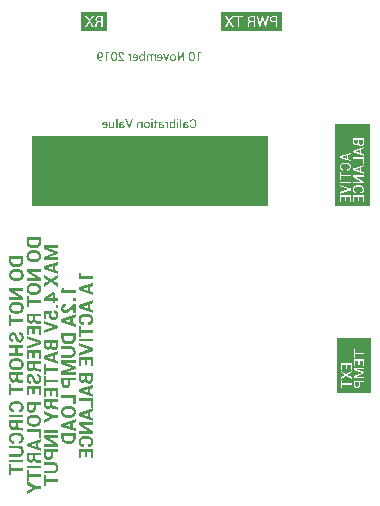
<source format=gbo>
G04*
G04 #@! TF.GenerationSoftware,Altium Limited,Altium Designer,20.0.2 (26)*
G04*
G04 Layer_Color=13813960*
%FSLAX25Y25*%
%MOIN*%
G70*
G01*
G75*
%ADD68R,0.78740X0.23622*%
G36*
X93108Y181247D02*
Y180938D01*
X92461Y180942D01*
Y178360D01*
X92059D01*
Y181358D01*
X93108Y181247D01*
D02*
G37*
G36*
X62486Y181247D02*
Y180938D01*
X61840Y180942D01*
Y178360D01*
X61438D01*
Y181358D01*
X62486Y181247D01*
D02*
G37*
G36*
X66436Y181353D02*
X66510Y181349D01*
X66584Y181335D01*
X66649Y181316D01*
X66709Y181298D01*
X66764Y181280D01*
X66820Y181256D01*
X66866Y181233D01*
X66908Y181206D01*
X66945Y181183D01*
X66972Y181164D01*
X67000Y181146D01*
X67019Y181127D01*
X67032Y181113D01*
X67042Y181109D01*
X67046Y181104D01*
X67088Y181058D01*
X67129Y181007D01*
X67162Y180956D01*
X67190Y180905D01*
X67231Y180804D01*
X67259Y180707D01*
X67277Y180623D01*
X67282Y180587D01*
Y180554D01*
X67287Y180531D01*
Y180508D01*
Y180499D01*
Y180494D01*
X67282Y180480D01*
X66894D01*
X66889Y180568D01*
X66871Y180642D01*
X66852Y180711D01*
X66825Y180771D01*
X66802Y180817D01*
X66778Y180850D01*
X66764Y180868D01*
X66760Y180878D01*
X66704Y180933D01*
X66640Y180970D01*
X66571Y180998D01*
X66506Y181021D01*
X66450Y181030D01*
X66400Y181035D01*
X66381Y181039D01*
X66358D01*
X66284Y181035D01*
X66219Y181021D01*
X66164Y180998D01*
X66118Y180975D01*
X66081Y180951D01*
X66053Y180928D01*
X66035Y180915D01*
X66030Y180910D01*
X65988Y180859D01*
X65961Y180804D01*
X65938Y180748D01*
X65924Y180693D01*
X65914Y180647D01*
X65910Y180610D01*
Y180582D01*
Y180577D01*
Y180573D01*
X65914Y180503D01*
X65924Y180439D01*
X65938Y180379D01*
X65951Y180323D01*
X65970Y180277D01*
X65984Y180245D01*
X65993Y180222D01*
X65998Y180212D01*
X66039Y180143D01*
X66085Y180064D01*
X66141Y179986D01*
X66201Y179907D01*
X66252Y179843D01*
X66293Y179787D01*
X66312Y179764D01*
X66326Y179750D01*
X66330Y179741D01*
X66335Y179736D01*
X67264Y178632D01*
Y178360D01*
X65425D01*
Y178669D01*
X66774D01*
X66778Y178679D01*
X66030Y179552D01*
X65938Y179672D01*
X65859Y179783D01*
X65790Y179875D01*
X65734Y179958D01*
X65693Y180023D01*
X65660Y180069D01*
X65651Y180088D01*
X65642Y180101D01*
X65637Y180106D01*
Y180111D01*
X65596Y180194D01*
X65563Y180277D01*
X65540Y180356D01*
X65522Y180425D01*
X65513Y180485D01*
X65508Y180531D01*
Y180550D01*
Y180563D01*
Y180568D01*
Y180573D01*
X65513Y180637D01*
X65517Y180697D01*
X65545Y180808D01*
X65582Y180905D01*
X65623Y180984D01*
X65665Y181049D01*
X65702Y181099D01*
X65716Y181113D01*
X65730Y181127D01*
X65734Y181132D01*
X65739Y181136D01*
X65785Y181173D01*
X65831Y181210D01*
X65933Y181266D01*
X66035Y181303D01*
X66132Y181330D01*
X66219Y181349D01*
X66261Y181353D01*
X66293D01*
X66321Y181358D01*
X66358D01*
X66436Y181353D01*
D02*
G37*
G36*
X74304Y178360D02*
X73995D01*
X73930Y178655D01*
X73889Y178595D01*
X73842Y178544D01*
X73801Y178503D01*
X73759Y178466D01*
X73722Y178438D01*
X73694Y178420D01*
X73671Y178406D01*
X73667Y178401D01*
X73602Y178374D01*
X73537Y178355D01*
X73473Y178337D01*
X73413Y178327D01*
X73362Y178323D01*
X73320Y178318D01*
X73283D01*
X73209Y178323D01*
X73140Y178332D01*
X73075Y178346D01*
X73015Y178364D01*
X72909Y178410D01*
X72863Y178434D01*
X72817Y178461D01*
X72780Y178489D01*
X72747Y178512D01*
X72720Y178540D01*
X72697Y178558D01*
X72678Y178577D01*
X72664Y178591D01*
X72660Y178600D01*
X72655Y178604D01*
X72614Y178660D01*
X72581Y178720D01*
X72549Y178785D01*
X72526Y178849D01*
X72484Y178974D01*
X72456Y179099D01*
X72447Y179154D01*
X72443Y179205D01*
X72433Y179251D01*
Y179293D01*
X72429Y179325D01*
Y179348D01*
Y179367D01*
Y179372D01*
Y179413D01*
X72433Y179510D01*
X72438Y179603D01*
X72447Y179690D01*
X72466Y179769D01*
X72479Y179847D01*
X72498Y179917D01*
X72521Y179981D01*
X72540Y180041D01*
X72563Y180092D01*
X72581Y180138D01*
X72604Y180175D01*
X72618Y180208D01*
X72632Y180235D01*
X72646Y180254D01*
X72650Y180263D01*
X72655Y180268D01*
X72701Y180328D01*
X72747Y180374D01*
X72798Y180420D01*
X72849Y180457D01*
X72900Y180490D01*
X72955Y180517D01*
X73006Y180536D01*
X73057Y180554D01*
X73149Y180577D01*
X73186Y180587D01*
X73219Y180591D01*
X73251Y180596D01*
X73288D01*
X73362Y180591D01*
X73431Y180582D01*
X73491Y180573D01*
X73542Y180559D01*
X73588Y180540D01*
X73621Y180531D01*
X73639Y180522D01*
X73648Y180517D01*
X73704Y180485D01*
X73750Y180448D01*
X73796Y180411D01*
X73833Y180379D01*
X73861Y180346D01*
X73884Y180319D01*
X73898Y180300D01*
X73902Y180296D01*
Y181524D01*
X74304D01*
Y178360D01*
D02*
G37*
G36*
X76970Y180591D02*
X77044Y180582D01*
X77109Y180568D01*
X77164Y180554D01*
X77210Y180536D01*
X77247Y180522D01*
X77266Y180513D01*
X77275Y180508D01*
X77335Y180471D01*
X77386Y180434D01*
X77432Y180393D01*
X77474Y180356D01*
X77506Y180319D01*
X77529Y180291D01*
X77543Y180272D01*
X77548Y180268D01*
X77575Y180554D01*
X77936D01*
Y178360D01*
X77534D01*
Y179986D01*
X77506Y180032D01*
X77478Y180074D01*
X77446Y180111D01*
X77418Y180138D01*
X77395Y180161D01*
X77372Y180180D01*
X77358Y180189D01*
X77354Y180194D01*
X77307Y180217D01*
X77257Y180235D01*
X77206Y180249D01*
X77160Y180259D01*
X77118Y180263D01*
X77081Y180268D01*
X77053D01*
X76975Y180263D01*
X76910Y180245D01*
X76855Y180222D01*
X76808Y180199D01*
X76771Y180171D01*
X76744Y180148D01*
X76730Y180129D01*
X76725Y180124D01*
X76688Y180064D01*
X76661Y179995D01*
X76638Y179921D01*
X76624Y179847D01*
X76614Y179783D01*
X76610Y179727D01*
Y179704D01*
Y179690D01*
Y179681D01*
Y179676D01*
Y178360D01*
X76208D01*
Y179750D01*
Y179769D01*
X76194Y179847D01*
X76175Y179917D01*
X76152Y179977D01*
X76125Y180027D01*
X76102Y180069D01*
X76078Y180101D01*
X76065Y180120D01*
X76060Y180124D01*
X76009Y180171D01*
X75954Y180208D01*
X75898Y180231D01*
X75843Y180249D01*
X75797Y180259D01*
X75760Y180268D01*
X75727D01*
X75649Y180263D01*
X75580Y180249D01*
X75524Y180226D01*
X75478Y180203D01*
X75441Y180175D01*
X75413Y180157D01*
X75399Y180138D01*
X75395Y180134D01*
X75358Y180074D01*
X75330Y180004D01*
X75307Y179930D01*
X75293Y179857D01*
X75284Y179787D01*
X75279Y179727D01*
Y179709D01*
Y179690D01*
Y179681D01*
Y179676D01*
Y178360D01*
X74882D01*
Y179672D01*
Y179755D01*
X74891Y179833D01*
X74900Y179907D01*
X74914Y179977D01*
X74928Y180037D01*
X74942Y180092D01*
X74960Y180148D01*
X74979Y180194D01*
X74997Y180231D01*
X75016Y180268D01*
X75030Y180296D01*
X75044Y180323D01*
X75057Y180342D01*
X75067Y180356D01*
X75071Y180360D01*
X75076Y180365D01*
X75113Y180406D01*
X75155Y180443D01*
X75196Y180471D01*
X75242Y180499D01*
X75330Y180540D01*
X75413Y180568D01*
X75492Y180582D01*
X75524Y180591D01*
X75552D01*
X75575Y180596D01*
X75607D01*
X75690Y180591D01*
X75764Y180577D01*
X75834Y180559D01*
X75889Y180540D01*
X75940Y180522D01*
X75972Y180503D01*
X75995Y180490D01*
X76004Y180485D01*
X76065Y180443D01*
X76115Y180393D01*
X76162Y180346D01*
X76203Y180296D01*
X76236Y180254D01*
X76259Y180222D01*
X76272Y180199D01*
X76277Y180189D01*
X76310Y180263D01*
X76346Y180323D01*
X76388Y180374D01*
X76425Y180420D01*
X76457Y180453D01*
X76485Y180476D01*
X76503Y180490D01*
X76513Y180494D01*
X76573Y180526D01*
X76638Y180554D01*
X76702Y180573D01*
X76762Y180582D01*
X76813Y180591D01*
X76855Y180596D01*
X76892D01*
X76970Y180591D01*
D02*
G37*
G36*
X59525Y181353D02*
X59590Y181344D01*
X59654Y181330D01*
X59714Y181312D01*
X59825Y181266D01*
X59918Y181215D01*
X59955Y181187D01*
X59992Y181164D01*
X60019Y181136D01*
X60047Y181118D01*
X60066Y181099D01*
X60079Y181086D01*
X60089Y181076D01*
X60093Y181072D01*
X60140Y181016D01*
X60176Y180961D01*
X60213Y180901D01*
X60241Y180841D01*
X60287Y180716D01*
X60320Y180600D01*
X60329Y180550D01*
X60338Y180499D01*
X60343Y180453D01*
X60347Y180416D01*
X60352Y180383D01*
Y180360D01*
Y180346D01*
Y180342D01*
X60347Y180259D01*
X60343Y180175D01*
X60329Y180101D01*
X60315Y180032D01*
X60296Y179967D01*
X60278Y179907D01*
X60255Y179852D01*
X60232Y179801D01*
X60209Y179760D01*
X60186Y179718D01*
X60167Y179686D01*
X60149Y179663D01*
X60135Y179639D01*
X60121Y179626D01*
X60116Y179616D01*
X60112Y179612D01*
X60066Y179566D01*
X60010Y179524D01*
X59959Y179492D01*
X59904Y179459D01*
X59848Y179436D01*
X59788Y179413D01*
X59682Y179381D01*
X59631Y179372D01*
X59585Y179362D01*
X59544Y179358D01*
X59506Y179353D01*
X59479Y179348D01*
X59437D01*
X59373Y179353D01*
X59317Y179362D01*
X59262Y179372D01*
X59215Y179385D01*
X59179Y179399D01*
X59146Y179413D01*
X59128Y179418D01*
X59123Y179422D01*
X59072Y179455D01*
X59021Y179487D01*
X58980Y179524D01*
X58943Y179561D01*
X58915Y179593D01*
X58897Y179621D01*
X58883Y179639D01*
X58878Y179644D01*
Y179390D01*
X58887Y179261D01*
X58906Y179150D01*
X58934Y179053D01*
X58966Y178970D01*
X59003Y178910D01*
X59031Y178863D01*
X59049Y178835D01*
X59058Y178831D01*
Y178826D01*
X59091Y178789D01*
X59128Y178762D01*
X59206Y178711D01*
X59280Y178679D01*
X59354Y178651D01*
X59419Y178637D01*
X59474Y178632D01*
X59493Y178628D01*
X59585D01*
X59641Y178632D01*
X59696Y178637D01*
X59737Y178641D01*
X59775Y178646D01*
X59802Y178651D01*
X59821Y178655D01*
X59825D01*
X59918Y178683D01*
X59964Y178697D01*
X60001Y178711D01*
X60033Y178725D01*
X60061Y178738D01*
X60079Y178743D01*
X60084Y178748D01*
X60149Y178443D01*
X60042Y178401D01*
X59987Y178387D01*
X59941Y178374D01*
X59904Y178364D01*
X59872Y178355D01*
X59853Y178350D01*
X59844D01*
X59724Y178332D01*
X59668Y178327D01*
X59617Y178323D01*
X59580Y178318D01*
X59520D01*
X59437Y178323D01*
X59359Y178332D01*
X59280Y178346D01*
X59211Y178364D01*
X59146Y178383D01*
X59082Y178406D01*
X59026Y178434D01*
X58975Y178461D01*
X58929Y178484D01*
X58887Y178512D01*
X58855Y178535D01*
X58823Y178558D01*
X58800Y178572D01*
X58786Y178586D01*
X58777Y178595D01*
X58772Y178600D01*
X58721Y178655D01*
X58675Y178715D01*
X58633Y178780D01*
X58601Y178845D01*
X58573Y178910D01*
X58550Y178979D01*
X58513Y179104D01*
X58499Y179164D01*
X58490Y179219D01*
X58486Y179270D01*
X58481Y179311D01*
X58476Y179344D01*
Y179372D01*
Y179390D01*
Y179395D01*
Y180291D01*
X58481Y180383D01*
X58486Y180471D01*
X58499Y180554D01*
X58518Y180628D01*
X58536Y180697D01*
X58559Y180762D01*
X58587Y180822D01*
X58610Y180873D01*
X58633Y180919D01*
X58661Y180961D01*
X58684Y180998D01*
X58703Y181025D01*
X58721Y181049D01*
X58730Y181062D01*
X58740Y181072D01*
X58744Y181076D01*
X58795Y181127D01*
X58851Y181169D01*
X58911Y181206D01*
X58966Y181238D01*
X59026Y181266D01*
X59086Y181289D01*
X59202Y181321D01*
X59252Y181335D01*
X59303Y181344D01*
X59345Y181349D01*
X59382Y181353D01*
X59414Y181358D01*
X59456D01*
X59525Y181353D01*
D02*
G37*
G36*
X87439Y178360D02*
X87037D01*
Y180610D01*
X87028Y180614D01*
X85605Y178360D01*
X85203D01*
Y181312D01*
X85605D01*
Y179062D01*
X85614Y179057D01*
X87037Y181312D01*
X87439D01*
Y178360D01*
D02*
G37*
G36*
X81581D02*
X81281D01*
X80472Y180554D01*
X80879D01*
X81387Y179007D01*
X81424Y178849D01*
X81438D01*
X81470Y179007D01*
X81992Y180554D01*
X82399D01*
X81581Y178360D01*
D02*
G37*
G36*
X79336Y180591D02*
X79405Y180582D01*
X79470Y180568D01*
X79534Y180550D01*
X79650Y180499D01*
X79700Y180471D01*
X79747Y180443D01*
X79788Y180411D01*
X79825Y180383D01*
X79858Y180360D01*
X79881Y180337D01*
X79904Y180314D01*
X79918Y180300D01*
X79927Y180291D01*
X79931Y180286D01*
X79978Y180226D01*
X80019Y180161D01*
X80056Y180097D01*
X80089Y180032D01*
X80116Y179967D01*
X80139Y179903D01*
X80172Y179778D01*
X80181Y179723D01*
X80190Y179667D01*
X80195Y179621D01*
X80199Y179579D01*
X80204Y179547D01*
Y179524D01*
Y179505D01*
Y179501D01*
Y179413D01*
X80199Y179321D01*
X80195Y179237D01*
X80181Y179154D01*
X80163Y179080D01*
X80144Y179011D01*
X80121Y178946D01*
X80098Y178886D01*
X80070Y178831D01*
X80047Y178780D01*
X80024Y178738D01*
X80001Y178702D01*
X79982Y178674D01*
X79964Y178651D01*
X79950Y178632D01*
X79945Y178623D01*
X79941Y178618D01*
X79890Y178568D01*
X79830Y178521D01*
X79774Y178480D01*
X79710Y178443D01*
X79650Y178415D01*
X79590Y178392D01*
X79470Y178355D01*
X79414Y178341D01*
X79363Y178332D01*
X79317Y178327D01*
X79280Y178323D01*
X79248Y178318D01*
X79202D01*
X79105Y178323D01*
X79012Y178332D01*
X78934Y178341D01*
X78864Y178355D01*
X78809Y178369D01*
X78767Y178383D01*
X78744Y178387D01*
X78735Y178392D01*
X78666Y178424D01*
X78606Y178457D01*
X78550Y178489D01*
X78509Y178517D01*
X78472Y178544D01*
X78448Y178568D01*
X78430Y178581D01*
X78425Y178586D01*
X78583Y178845D01*
X78624Y178808D01*
X78670Y178776D01*
X78712Y178748D01*
X78753Y178725D01*
X78790Y178706D01*
X78818Y178692D01*
X78837Y178688D01*
X78846Y178683D01*
X78906Y178665D01*
X78966Y178651D01*
X79026Y178641D01*
X79081Y178637D01*
X79128Y178632D01*
X79169Y178628D01*
X79202D01*
X79257Y178632D01*
X79308Y178637D01*
X79400Y178660D01*
X79474Y178692D01*
X79539Y178729D01*
X79585Y178766D01*
X79622Y178799D01*
X79641Y178822D01*
X79650Y178831D01*
X79696Y178914D01*
X79733Y179002D01*
X79756Y179094D01*
X79774Y179177D01*
X79784Y179256D01*
X79788Y179288D01*
Y179316D01*
X79793Y179339D01*
Y179358D01*
Y179367D01*
Y179372D01*
X79788Y179381D01*
X78384D01*
Y179593D01*
X78389Y179676D01*
X78393Y179755D01*
X78402Y179829D01*
X78416Y179898D01*
X78435Y179963D01*
X78453Y180023D01*
X78472Y180078D01*
X78495Y180124D01*
X78513Y180171D01*
X78536Y180208D01*
X78555Y180240D01*
X78569Y180268D01*
X78587Y180291D01*
X78596Y180305D01*
X78601Y180314D01*
X78606Y180319D01*
X78647Y180369D01*
X78698Y180411D01*
X78749Y180448D01*
X78800Y180480D01*
X78855Y180508D01*
X78910Y180526D01*
X79017Y180563D01*
X79109Y180582D01*
X79155Y180587D01*
X79188Y180591D01*
X79220Y180596D01*
X79262D01*
X79336Y180591D01*
D02*
G37*
G36*
X71167D02*
X71237Y180582D01*
X71301Y180568D01*
X71366Y180550D01*
X71482Y180499D01*
X71532Y180471D01*
X71579Y180443D01*
X71620Y180411D01*
X71657Y180383D01*
X71689Y180360D01*
X71713Y180337D01*
X71736Y180314D01*
X71750Y180300D01*
X71759Y180291D01*
X71763Y180286D01*
X71810Y180226D01*
X71851Y180161D01*
X71888Y180097D01*
X71921Y180032D01*
X71948Y179967D01*
X71971Y179903D01*
X72004Y179778D01*
X72013Y179723D01*
X72022Y179667D01*
X72027Y179621D01*
X72031Y179579D01*
X72036Y179547D01*
Y179524D01*
Y179505D01*
Y179501D01*
Y179413D01*
X72031Y179321D01*
X72027Y179237D01*
X72013Y179154D01*
X71994Y179080D01*
X71976Y179011D01*
X71953Y178946D01*
X71930Y178886D01*
X71902Y178831D01*
X71879Y178780D01*
X71856Y178738D01*
X71833Y178702D01*
X71814Y178674D01*
X71796Y178651D01*
X71782Y178632D01*
X71777Y178623D01*
X71773Y178618D01*
X71722Y178568D01*
X71662Y178521D01*
X71606Y178480D01*
X71542Y178443D01*
X71482Y178415D01*
X71421Y178392D01*
X71301Y178355D01*
X71246Y178341D01*
X71195Y178332D01*
X71149Y178327D01*
X71112Y178323D01*
X71080Y178318D01*
X71033D01*
X70936Y178323D01*
X70844Y178332D01*
X70766Y178341D01*
X70696Y178355D01*
X70641Y178369D01*
X70599Y178383D01*
X70576Y178387D01*
X70567Y178392D01*
X70498Y178424D01*
X70437Y178457D01*
X70382Y178489D01*
X70340Y178517D01*
X70303Y178544D01*
X70280Y178568D01*
X70262Y178581D01*
X70257Y178586D01*
X70414Y178845D01*
X70456Y178808D01*
X70502Y178776D01*
X70544Y178748D01*
X70585Y178725D01*
X70622Y178706D01*
X70650Y178692D01*
X70668Y178688D01*
X70678Y178683D01*
X70738Y178665D01*
X70798Y178651D01*
X70858Y178641D01*
X70913Y178637D01*
X70960Y178632D01*
X71001Y178628D01*
X71033D01*
X71089Y178632D01*
X71140Y178637D01*
X71232Y178660D01*
X71306Y178692D01*
X71371Y178729D01*
X71417Y178766D01*
X71454Y178799D01*
X71472Y178822D01*
X71482Y178831D01*
X71528Y178914D01*
X71565Y179002D01*
X71588Y179094D01*
X71606Y179177D01*
X71615Y179256D01*
X71620Y179288D01*
Y179316D01*
X71625Y179339D01*
Y179358D01*
Y179367D01*
Y179372D01*
X71620Y179381D01*
X70216D01*
Y179593D01*
X70220Y179676D01*
X70225Y179755D01*
X70234Y179829D01*
X70248Y179898D01*
X70266Y179963D01*
X70285Y180023D01*
X70303Y180078D01*
X70327Y180124D01*
X70345Y180171D01*
X70368Y180208D01*
X70387Y180240D01*
X70401Y180268D01*
X70419Y180291D01*
X70428Y180305D01*
X70433Y180314D01*
X70437Y180319D01*
X70479Y180369D01*
X70530Y180411D01*
X70581Y180448D01*
X70631Y180480D01*
X70687Y180508D01*
X70742Y180526D01*
X70849Y180563D01*
X70941Y180582D01*
X70987Y180587D01*
X71020Y180591D01*
X71052Y180596D01*
X71093D01*
X71167Y180591D01*
D02*
G37*
G36*
X68890D02*
X68950Y180582D01*
X69001Y180563D01*
X69047Y180550D01*
X69084Y180531D01*
X69116Y180513D01*
X69135Y180503D01*
X69139Y180499D01*
X69190Y180462D01*
X69232Y180416D01*
X69273Y180374D01*
X69305Y180332D01*
X69333Y180296D01*
X69352Y180263D01*
X69366Y180245D01*
X69370Y180235D01*
X69407Y180554D01*
X69767D01*
Y178360D01*
X69366D01*
Y179926D01*
X69342Y179977D01*
X69315Y180018D01*
X69287Y180055D01*
X69259Y180083D01*
X69236Y180106D01*
X69218Y180124D01*
X69204Y180134D01*
X69199Y180138D01*
X69158Y180161D01*
X69112Y180180D01*
X69065Y180194D01*
X69024Y180203D01*
X68987Y180208D01*
X68959Y180212D01*
X68931D01*
X68728Y180203D01*
X68673Y180573D01*
X68691Y180577D01*
X68714Y180582D01*
X68728Y180587D01*
X68737D01*
X68770Y180591D01*
X68797Y180596D01*
X68825D01*
X68890Y180591D01*
D02*
G37*
G36*
X90072Y181353D02*
X90146Y181344D01*
X90216Y181330D01*
X90280Y181312D01*
X90345Y181289D01*
X90400Y181266D01*
X90451Y181238D01*
X90497Y181210D01*
X90539Y181183D01*
X90576Y181155D01*
X90604Y181132D01*
X90632Y181109D01*
X90650Y181090D01*
X90664Y181076D01*
X90673Y181067D01*
X90678Y181062D01*
X90724Y181007D01*
X90761Y180942D01*
X90793Y180878D01*
X90825Y180813D01*
X90872Y180679D01*
X90899Y180554D01*
X90909Y180494D01*
X90918Y180443D01*
X90922Y180393D01*
X90927Y180351D01*
X90932Y180314D01*
Y180291D01*
Y180272D01*
Y180268D01*
Y179399D01*
X90927Y179307D01*
X90922Y179224D01*
X90909Y179140D01*
X90890Y179067D01*
X90872Y178997D01*
X90853Y178928D01*
X90830Y178873D01*
X90802Y178817D01*
X90779Y178771D01*
X90756Y178729D01*
X90738Y178692D01*
X90719Y178665D01*
X90701Y178641D01*
X90687Y178623D01*
X90682Y178614D01*
X90678Y178609D01*
X90627Y178558D01*
X90571Y178512D01*
X90516Y178475D01*
X90460Y178443D01*
X90405Y178415D01*
X90345Y178387D01*
X90234Y178355D01*
X90183Y178341D01*
X90137Y178332D01*
X90096Y178327D01*
X90059Y178323D01*
X90031Y178318D01*
X89989D01*
X89911Y178323D01*
X89837Y178332D01*
X89767Y178346D01*
X89703Y178364D01*
X89638Y178387D01*
X89583Y178410D01*
X89532Y178438D01*
X89486Y178466D01*
X89444Y178489D01*
X89407Y178517D01*
X89379Y178540D01*
X89352Y178563D01*
X89333Y178581D01*
X89319Y178595D01*
X89310Y178604D01*
X89306Y178609D01*
X89259Y178665D01*
X89218Y178725D01*
X89185Y178789D01*
X89158Y178854D01*
X89112Y178988D01*
X89079Y179113D01*
X89070Y179173D01*
X89061Y179228D01*
X89056Y179274D01*
X89051Y179316D01*
X89047Y179353D01*
Y179376D01*
Y179395D01*
Y179399D01*
Y180268D01*
X89051Y180360D01*
X89056Y180443D01*
X89070Y180526D01*
X89088Y180600D01*
X89107Y180674D01*
X89130Y180739D01*
X89153Y180799D01*
X89176Y180854D01*
X89199Y180901D01*
X89222Y180942D01*
X89245Y180979D01*
X89264Y181007D01*
X89282Y181030D01*
X89296Y181049D01*
X89301Y181058D01*
X89306Y181062D01*
X89356Y181113D01*
X89407Y181159D01*
X89467Y181201D01*
X89523Y181233D01*
X89578Y181261D01*
X89638Y181284D01*
X89744Y181321D01*
X89795Y181335D01*
X89846Y181344D01*
X89888Y181349D01*
X89925Y181353D01*
X89952Y181358D01*
X89994D01*
X90072Y181353D01*
D02*
G37*
G36*
X83762Y180591D02*
X83840Y180582D01*
X83914Y180568D01*
X83983Y180545D01*
X84043Y180522D01*
X84103Y180494D01*
X84159Y180466D01*
X84205Y180439D01*
X84251Y180406D01*
X84288Y180379D01*
X84320Y180351D01*
X84348Y180328D01*
X84367Y180305D01*
X84381Y180291D01*
X84390Y180282D01*
X84395Y180277D01*
X84441Y180217D01*
X84482Y180152D01*
X84515Y180088D01*
X84547Y180018D01*
X84570Y179954D01*
X84593Y179884D01*
X84626Y179760D01*
X84635Y179700D01*
X84644Y179649D01*
X84649Y179598D01*
X84653Y179561D01*
X84658Y179524D01*
Y179501D01*
Y179482D01*
Y179478D01*
Y179431D01*
X84653Y179344D01*
X84649Y179256D01*
X84635Y179177D01*
X84616Y179099D01*
X84598Y179030D01*
X84575Y178960D01*
X84552Y178900D01*
X84524Y178845D01*
X84501Y178799D01*
X84478Y178752D01*
X84455Y178715D01*
X84436Y178683D01*
X84418Y178660D01*
X84404Y178641D01*
X84399Y178632D01*
X84395Y178628D01*
X84344Y178572D01*
X84288Y178526D01*
X84228Y178484D01*
X84168Y178447D01*
X84108Y178420D01*
X84048Y178392D01*
X83933Y178355D01*
X83882Y178346D01*
X83831Y178337D01*
X83785Y178327D01*
X83748Y178323D01*
X83715Y178318D01*
X83674D01*
X83591Y178323D01*
X83512Y178332D01*
X83438Y178346D01*
X83369Y178369D01*
X83304Y178392D01*
X83244Y178415D01*
X83189Y178443D01*
X83142Y178475D01*
X83096Y178503D01*
X83059Y178531D01*
X83027Y178554D01*
X82999Y178581D01*
X82981Y178600D01*
X82967Y178614D01*
X82958Y178623D01*
X82953Y178628D01*
X82907Y178688D01*
X82865Y178752D01*
X82833Y178817D01*
X82801Y178886D01*
X82773Y178956D01*
X82754Y179020D01*
X82722Y179150D01*
X82713Y179205D01*
X82704Y179261D01*
X82699Y179307D01*
X82694Y179348D01*
X82690Y179385D01*
Y179408D01*
Y179427D01*
Y179431D01*
Y179478D01*
X82694Y179566D01*
X82699Y179653D01*
X82713Y179732D01*
X82731Y179810D01*
X82750Y179880D01*
X82773Y179949D01*
X82801Y180009D01*
X82824Y180064D01*
X82847Y180111D01*
X82875Y180157D01*
X82898Y180194D01*
X82916Y180226D01*
X82934Y180249D01*
X82944Y180268D01*
X82953Y180277D01*
X82958Y180282D01*
X83008Y180337D01*
X83064Y180383D01*
X83124Y180429D01*
X83179Y180462D01*
X83240Y180494D01*
X83299Y180517D01*
X83415Y180559D01*
X83470Y180568D01*
X83521Y180577D01*
X83563Y180587D01*
X83604Y180591D01*
X83632Y180596D01*
X83678D01*
X83762Y180591D01*
D02*
G37*
G36*
X64136Y181353D02*
X64210Y181344D01*
X64279Y181330D01*
X64344Y181312D01*
X64408Y181289D01*
X64464Y181266D01*
X64515Y181238D01*
X64561Y181210D01*
X64602Y181183D01*
X64639Y181155D01*
X64667Y181132D01*
X64695Y181109D01*
X64713Y181090D01*
X64727Y181076D01*
X64736Y181067D01*
X64741Y181062D01*
X64787Y181007D01*
X64824Y180942D01*
X64856Y180878D01*
X64889Y180813D01*
X64935Y180679D01*
X64963Y180554D01*
X64972Y180494D01*
X64981Y180443D01*
X64986Y180393D01*
X64991Y180351D01*
X64995Y180314D01*
Y180291D01*
Y180272D01*
Y180268D01*
Y179399D01*
X64991Y179307D01*
X64986Y179224D01*
X64972Y179140D01*
X64954Y179067D01*
X64935Y178997D01*
X64916Y178928D01*
X64893Y178873D01*
X64866Y178817D01*
X64843Y178771D01*
X64820Y178729D01*
X64801Y178692D01*
X64783Y178665D01*
X64764Y178641D01*
X64750Y178623D01*
X64746Y178614D01*
X64741Y178609D01*
X64690Y178558D01*
X64635Y178512D01*
X64579Y178475D01*
X64524Y178443D01*
X64468Y178415D01*
X64408Y178387D01*
X64297Y178355D01*
X64247Y178341D01*
X64200Y178332D01*
X64159Y178327D01*
X64122Y178323D01*
X64094Y178318D01*
X64053D01*
X63974Y178323D01*
X63900Y178332D01*
X63831Y178346D01*
X63766Y178364D01*
X63701Y178387D01*
X63646Y178410D01*
X63595Y178438D01*
X63549Y178466D01*
X63507Y178489D01*
X63471Y178517D01*
X63443Y178540D01*
X63415Y178563D01*
X63397Y178581D01*
X63383Y178595D01*
X63374Y178604D01*
X63369Y178609D01*
X63323Y178665D01*
X63281Y178725D01*
X63249Y178789D01*
X63221Y178854D01*
X63175Y178988D01*
X63143Y179113D01*
X63133Y179173D01*
X63124Y179228D01*
X63119Y179274D01*
X63115Y179316D01*
X63110Y179353D01*
Y179376D01*
Y179395D01*
Y179399D01*
Y180268D01*
X63115Y180360D01*
X63119Y180443D01*
X63133Y180526D01*
X63152Y180600D01*
X63170Y180674D01*
X63193Y180739D01*
X63216Y180799D01*
X63240Y180854D01*
X63263Y180901D01*
X63286Y180942D01*
X63309Y180979D01*
X63327Y181007D01*
X63346Y181030D01*
X63360Y181049D01*
X63364Y181058D01*
X63369Y181062D01*
X63420Y181113D01*
X63471Y181159D01*
X63530Y181201D01*
X63586Y181233D01*
X63641Y181261D01*
X63701Y181284D01*
X63808Y181321D01*
X63859Y181335D01*
X63909Y181344D01*
X63951Y181349D01*
X63988Y181353D01*
X64016Y181358D01*
X64057D01*
X64136Y181353D01*
D02*
G37*
G36*
X149638Y67716D02*
X138189D01*
Y85827D01*
X149638D01*
Y67716D01*
D02*
G37*
G36*
X149511Y129921D02*
X142947D01*
X137795D01*
Y157291D01*
X142947D01*
D01*
X149511D01*
Y129921D01*
D02*
G37*
G36*
X85455Y158677D02*
X85053D01*
Y159083D01*
X85455D01*
Y158677D01*
D02*
G37*
G36*
X76903D02*
X76501D01*
Y159083D01*
X76903D01*
Y158677D01*
D02*
G37*
G36*
X84438Y155919D02*
X84129D01*
X84064Y156214D01*
X84023Y156154D01*
X83976Y156104D01*
X83935Y156062D01*
X83893Y156025D01*
X83856Y155997D01*
X83829Y155979D01*
X83805Y155965D01*
X83801Y155960D01*
X83736Y155933D01*
X83671Y155914D01*
X83607Y155896D01*
X83547Y155886D01*
X83496Y155882D01*
X83454Y155877D01*
X83417D01*
X83343Y155882D01*
X83274Y155891D01*
X83209Y155905D01*
X83149Y155923D01*
X83043Y155970D01*
X82997Y155993D01*
X82951Y156020D01*
X82914Y156048D01*
X82881Y156071D01*
X82854Y156099D01*
X82831Y156117D01*
X82812Y156136D01*
X82798Y156150D01*
X82794Y156159D01*
X82789Y156164D01*
X82747Y156219D01*
X82715Y156279D01*
X82683Y156344D01*
X82660Y156409D01*
X82618Y156533D01*
X82590Y156658D01*
X82581Y156713D01*
X82577Y156764D01*
X82567Y156810D01*
Y156852D01*
X82563Y156884D01*
Y156907D01*
Y156926D01*
Y156930D01*
Y156972D01*
X82567Y157069D01*
X82572Y157161D01*
X82581Y157249D01*
X82600Y157328D01*
X82613Y157406D01*
X82632Y157476D01*
X82655Y157540D01*
X82674Y157600D01*
X82697Y157651D01*
X82715Y157697D01*
X82738Y157734D01*
X82752Y157767D01*
X82766Y157794D01*
X82780Y157813D01*
X82784Y157822D01*
X82789Y157827D01*
X82835Y157887D01*
X82881Y157933D01*
X82932Y157979D01*
X82983Y158016D01*
X83034Y158049D01*
X83089Y158076D01*
X83140Y158095D01*
X83191Y158113D01*
X83283Y158136D01*
X83320Y158146D01*
X83353Y158150D01*
X83385Y158155D01*
X83422D01*
X83496Y158150D01*
X83565Y158141D01*
X83625Y158132D01*
X83676Y158118D01*
X83722Y158099D01*
X83755Y158090D01*
X83773Y158081D01*
X83782Y158076D01*
X83838Y158044D01*
X83884Y158007D01*
X83930Y157970D01*
X83967Y157938D01*
X83995Y157905D01*
X84018Y157878D01*
X84032Y157859D01*
X84036Y157854D01*
Y159083D01*
X84438D01*
Y155919D01*
D02*
G37*
G36*
X88079Y158146D02*
X88199Y158123D01*
X88305Y158090D01*
X88398Y158058D01*
X88435Y158039D01*
X88467Y158021D01*
X88495Y158002D01*
X88522Y157989D01*
X88541Y157975D01*
X88555Y157965D01*
X88559Y157961D01*
X88564Y157956D01*
X88606Y157919D01*
X88643Y157882D01*
X88670Y157841D01*
X88698Y157804D01*
X88740Y157730D01*
X88763Y157660D01*
X88776Y157605D01*
X88786Y157559D01*
Y157540D01*
Y157527D01*
Y157522D01*
Y157517D01*
X88781Y157503D01*
X88402Y157508D01*
X88398Y157559D01*
X88384Y157600D01*
X88365Y157642D01*
X88342Y157674D01*
X88319Y157702D01*
X88301Y157720D01*
X88287Y157734D01*
X88282Y157739D01*
X88236Y157771D01*
X88181Y157799D01*
X88130Y157818D01*
X88079Y157827D01*
X88037Y157836D01*
X88000Y157841D01*
X87968D01*
X87889Y157836D01*
X87825Y157822D01*
X87769Y157804D01*
X87719Y157785D01*
X87682Y157762D01*
X87659Y157744D01*
X87640Y157730D01*
X87635Y157725D01*
X87594Y157679D01*
X87566Y157633D01*
X87543Y157582D01*
X87529Y157531D01*
X87520Y157490D01*
X87515Y157453D01*
Y157430D01*
Y157420D01*
Y157203D01*
X87950D01*
X88107Y157194D01*
X88176Y157185D01*
X88241Y157175D01*
X88305Y157161D01*
X88361Y157148D01*
X88411Y157129D01*
X88462Y157115D01*
X88504Y157097D01*
X88541Y157078D01*
X88569Y157064D01*
X88596Y157051D01*
X88615Y157041D01*
X88629Y157032D01*
X88638Y157023D01*
X88643D01*
X88689Y156991D01*
X88726Y156954D01*
X88758Y156912D01*
X88790Y156870D01*
X88837Y156792D01*
X88864Y156713D01*
X88883Y156644D01*
X88887Y156612D01*
X88892Y156584D01*
X88897Y156565D01*
Y156547D01*
Y156538D01*
Y156533D01*
X88887Y156422D01*
X88869Y156325D01*
X88841Y156242D01*
X88804Y156173D01*
X88772Y156122D01*
X88744Y156080D01*
X88726Y156057D01*
X88717Y156048D01*
X88643Y155993D01*
X88559Y155951D01*
X88472Y155919D01*
X88389Y155900D01*
X88310Y155886D01*
X88278Y155882D01*
X88250D01*
X88227Y155877D01*
X88194D01*
X88116Y155882D01*
X88047Y155891D01*
X87982Y155910D01*
X87922Y155928D01*
X87876Y155947D01*
X87839Y155965D01*
X87816Y155974D01*
X87806Y155979D01*
X87742Y156020D01*
X87686Y156067D01*
X87635Y156108D01*
X87594Y156154D01*
X87562Y156191D01*
X87534Y156219D01*
X87520Y156237D01*
X87515Y156247D01*
Y156191D01*
X87511Y156140D01*
Y156117D01*
X87506Y156104D01*
Y156094D01*
Y156090D01*
X87492Y156034D01*
X87483Y155979D01*
X87478Y155956D01*
X87474Y155937D01*
X87469Y155923D01*
Y155919D01*
X87058D01*
X87076Y155997D01*
X87086Y156030D01*
X87095Y156062D01*
X87099Y156090D01*
Y156113D01*
X87104Y156127D01*
Y156131D01*
X87113Y156214D01*
Y156251D01*
X87118Y156288D01*
Y156316D01*
Y156339D01*
Y156353D01*
Y156358D01*
Y157416D01*
X87123Y157480D01*
X87127Y157545D01*
X87155Y157656D01*
X87187Y157748D01*
X87229Y157827D01*
X87270Y157887D01*
X87307Y157928D01*
X87335Y157956D01*
X87340Y157965D01*
X87344D01*
X87437Y158030D01*
X87534Y158076D01*
X87635Y158109D01*
X87728Y158132D01*
X87816Y158146D01*
X87853Y158150D01*
X87885D01*
X87908Y158155D01*
X88014D01*
X88079Y158146D01*
D02*
G37*
G36*
X79878D02*
X79998Y158123D01*
X80105Y158090D01*
X80197Y158058D01*
X80234Y158039D01*
X80266Y158021D01*
X80294Y158002D01*
X80322Y157989D01*
X80340Y157975D01*
X80354Y157965D01*
X80359Y157961D01*
X80364Y157956D01*
X80405Y157919D01*
X80442Y157882D01*
X80470Y157841D01*
X80497Y157804D01*
X80539Y157730D01*
X80562Y157660D01*
X80576Y157605D01*
X80585Y157559D01*
Y157540D01*
Y157527D01*
Y157522D01*
Y157517D01*
X80581Y157503D01*
X80202Y157508D01*
X80197Y157559D01*
X80183Y157600D01*
X80165Y157642D01*
X80142Y157674D01*
X80119Y157702D01*
X80100Y157720D01*
X80086Y157734D01*
X80082Y157739D01*
X80036Y157771D01*
X79980Y157799D01*
X79929Y157818D01*
X79878Y157827D01*
X79837Y157836D01*
X79800Y157841D01*
X79768D01*
X79689Y157836D01*
X79624Y157822D01*
X79569Y157804D01*
X79518Y157785D01*
X79481Y157762D01*
X79458Y157744D01*
X79440Y157730D01*
X79435Y157725D01*
X79393Y157679D01*
X79366Y157633D01*
X79343Y157582D01*
X79329Y157531D01*
X79319Y157490D01*
X79315Y157453D01*
Y157430D01*
Y157420D01*
Y157203D01*
X79749D01*
X79906Y157194D01*
X79975Y157185D01*
X80040Y157175D01*
X80105Y157161D01*
X80160Y157148D01*
X80211Y157129D01*
X80262Y157115D01*
X80303Y157097D01*
X80340Y157078D01*
X80368Y157064D01*
X80396Y157051D01*
X80414Y157041D01*
X80428Y157032D01*
X80437Y157023D01*
X80442D01*
X80488Y156991D01*
X80525Y156954D01*
X80558Y156912D01*
X80590Y156870D01*
X80636Y156792D01*
X80664Y156713D01*
X80682Y156644D01*
X80687Y156612D01*
X80691Y156584D01*
X80696Y156565D01*
Y156547D01*
Y156538D01*
Y156533D01*
X80687Y156422D01*
X80668Y156325D01*
X80641Y156242D01*
X80604Y156173D01*
X80571Y156122D01*
X80544Y156080D01*
X80525Y156057D01*
X80516Y156048D01*
X80442Y155993D01*
X80359Y155951D01*
X80271Y155919D01*
X80188Y155900D01*
X80109Y155886D01*
X80077Y155882D01*
X80049D01*
X80026Y155877D01*
X79994D01*
X79915Y155882D01*
X79846Y155891D01*
X79781Y155910D01*
X79721Y155928D01*
X79675Y155947D01*
X79638Y155965D01*
X79615Y155974D01*
X79606Y155979D01*
X79541Y156020D01*
X79486Y156067D01*
X79435Y156108D01*
X79393Y156154D01*
X79361Y156191D01*
X79333Y156219D01*
X79319Y156237D01*
X79315Y156247D01*
Y156191D01*
X79310Y156140D01*
Y156117D01*
X79305Y156104D01*
Y156094D01*
Y156090D01*
X79292Y156034D01*
X79282Y155979D01*
X79278Y155956D01*
X79273Y155937D01*
X79269Y155923D01*
Y155919D01*
X78857D01*
X78876Y155997D01*
X78885Y156030D01*
X78894Y156062D01*
X78899Y156090D01*
Y156113D01*
X78904Y156127D01*
Y156131D01*
X78913Y156214D01*
Y156251D01*
X78917Y156288D01*
Y156316D01*
Y156339D01*
Y156353D01*
Y156358D01*
Y157416D01*
X78922Y157480D01*
X78927Y157545D01*
X78954Y157656D01*
X78987Y157748D01*
X79028Y157827D01*
X79070Y157887D01*
X79107Y157928D01*
X79135Y157956D01*
X79139Y157965D01*
X79144D01*
X79236Y158030D01*
X79333Y158076D01*
X79435Y158109D01*
X79527Y158132D01*
X79615Y158146D01*
X79652Y158150D01*
X79684D01*
X79707Y158155D01*
X79814D01*
X79878Y158146D01*
D02*
G37*
G36*
X66758D02*
X66878Y158123D01*
X66984Y158090D01*
X67076Y158058D01*
X67113Y158039D01*
X67146Y158021D01*
X67173Y158002D01*
X67201Y157989D01*
X67220Y157975D01*
X67234Y157965D01*
X67238Y157961D01*
X67243Y157956D01*
X67284Y157919D01*
X67321Y157882D01*
X67349Y157841D01*
X67377Y157804D01*
X67418Y157730D01*
X67441Y157660D01*
X67455Y157605D01*
X67465Y157559D01*
Y157540D01*
Y157527D01*
Y157522D01*
Y157517D01*
X67460Y157503D01*
X67081Y157508D01*
X67076Y157559D01*
X67062Y157600D01*
X67044Y157642D01*
X67021Y157674D01*
X66998Y157702D01*
X66979Y157720D01*
X66966Y157734D01*
X66961Y157739D01*
X66915Y157771D01*
X66859Y157799D01*
X66808Y157818D01*
X66758Y157827D01*
X66716Y157836D01*
X66679Y157841D01*
X66647D01*
X66568Y157836D01*
X66504Y157822D01*
X66448Y157804D01*
X66397Y157785D01*
X66360Y157762D01*
X66337Y157744D01*
X66319Y157730D01*
X66314Y157725D01*
X66272Y157679D01*
X66245Y157633D01*
X66222Y157582D01*
X66208Y157531D01*
X66199Y157490D01*
X66194Y157453D01*
Y157430D01*
Y157420D01*
Y157203D01*
X66628D01*
X66785Y157194D01*
X66855Y157185D01*
X66919Y157175D01*
X66984Y157161D01*
X67039Y157148D01*
X67090Y157129D01*
X67141Y157115D01*
X67183Y157097D01*
X67220Y157078D01*
X67247Y157064D01*
X67275Y157051D01*
X67294Y157041D01*
X67307Y157032D01*
X67317Y157023D01*
X67321D01*
X67367Y156991D01*
X67404Y156954D01*
X67437Y156912D01*
X67469Y156870D01*
X67515Y156792D01*
X67543Y156713D01*
X67562Y156644D01*
X67566Y156612D01*
X67571Y156584D01*
X67575Y156565D01*
Y156547D01*
Y156538D01*
Y156533D01*
X67566Y156422D01*
X67548Y156325D01*
X67520Y156242D01*
X67483Y156173D01*
X67451Y156122D01*
X67423Y156080D01*
X67404Y156057D01*
X67395Y156048D01*
X67321Y155993D01*
X67238Y155951D01*
X67150Y155919D01*
X67067Y155900D01*
X66989Y155886D01*
X66956Y155882D01*
X66928D01*
X66905Y155877D01*
X66873D01*
X66795Y155882D01*
X66725Y155891D01*
X66661Y155910D01*
X66601Y155928D01*
X66554Y155947D01*
X66517Y155965D01*
X66494Y155974D01*
X66485Y155979D01*
X66420Y156020D01*
X66365Y156067D01*
X66314Y156108D01*
X66272Y156154D01*
X66240Y156191D01*
X66212Y156219D01*
X66199Y156237D01*
X66194Y156247D01*
Y156191D01*
X66189Y156140D01*
Y156117D01*
X66185Y156104D01*
Y156094D01*
Y156090D01*
X66171Y156034D01*
X66162Y155979D01*
X66157Y155956D01*
X66152Y155937D01*
X66148Y155923D01*
Y155919D01*
X65737D01*
X65755Y155997D01*
X65764Y156030D01*
X65774Y156062D01*
X65778Y156090D01*
Y156113D01*
X65783Y156127D01*
Y156131D01*
X65792Y156214D01*
Y156251D01*
X65797Y156288D01*
Y156316D01*
Y156339D01*
Y156353D01*
Y156358D01*
Y157416D01*
X65801Y157480D01*
X65806Y157545D01*
X65834Y157656D01*
X65866Y157748D01*
X65908Y157827D01*
X65949Y157887D01*
X65986Y157928D01*
X66014Y157956D01*
X66018Y157965D01*
X66023D01*
X66115Y158030D01*
X66212Y158076D01*
X66314Y158109D01*
X66407Y158132D01*
X66494Y158146D01*
X66531Y158150D01*
X66564D01*
X66587Y158155D01*
X66693D01*
X66758Y158146D01*
D02*
G37*
G36*
X69275Y155919D02*
X68934D01*
X67834Y158871D01*
X68268D01*
X69031Y156690D01*
X69095Y156445D01*
X69109D01*
X69178Y156690D01*
X69941Y158871D01*
X70375D01*
X69275Y155919D01*
D02*
G37*
G36*
X78178Y158113D02*
X78525D01*
Y157818D01*
X78178D01*
Y156482D01*
X78174Y156371D01*
X78155Y156279D01*
X78132Y156201D01*
X78104Y156136D01*
X78081Y156085D01*
X78058Y156048D01*
X78040Y156030D01*
X78035Y156020D01*
X77975Y155974D01*
X77910Y155937D01*
X77846Y155914D01*
X77786Y155896D01*
X77730Y155886D01*
X77688Y155882D01*
X77670Y155877D01*
X77647D01*
X77582Y155882D01*
X77527Y155891D01*
X77504D01*
X77485Y155896D01*
X77476Y155900D01*
X77471D01*
X77416Y155919D01*
X77374Y155937D01*
X77351Y155951D01*
X77342Y155956D01*
X77398Y156233D01*
X77421Y156224D01*
X77444Y156214D01*
X77457Y156210D01*
X77467D01*
X77495Y156205D01*
X77522Y156201D01*
X77545D01*
X77582Y156205D01*
X77615Y156210D01*
X77647Y156219D01*
X77670Y156233D01*
X77688Y156247D01*
X77702Y156256D01*
X77712Y156261D01*
X77716Y156265D01*
X77735Y156293D01*
X77749Y156325D01*
X77767Y156399D01*
X77772Y156432D01*
X77776Y156459D01*
Y156478D01*
Y156482D01*
Y157818D01*
X77360D01*
Y158113D01*
X77776D01*
Y158644D01*
X78178D01*
Y158113D01*
D02*
G37*
G36*
X64170Y156820D02*
X64166Y156732D01*
X64161Y156649D01*
X64152Y156575D01*
X64138Y156506D01*
X64124Y156441D01*
X64106Y156381D01*
X64087Y156325D01*
X64069Y156279D01*
X64050Y156237D01*
X64036Y156201D01*
X64018Y156173D01*
X64004Y156145D01*
X63990Y156127D01*
X63981Y156113D01*
X63972Y156108D01*
Y156104D01*
X63930Y156062D01*
X63889Y156030D01*
X63842Y155997D01*
X63796Y155974D01*
X63704Y155933D01*
X63616Y155905D01*
X63538Y155891D01*
X63500Y155886D01*
X63473Y155882D01*
X63445Y155877D01*
X63413D01*
X63334Y155882D01*
X63260Y155891D01*
X63196Y155905D01*
X63140Y155923D01*
X63099Y155942D01*
X63062Y155956D01*
X63043Y155965D01*
X63034Y155970D01*
X62974Y156011D01*
X62923Y156053D01*
X62881Y156099D01*
X62840Y156140D01*
X62812Y156182D01*
X62789Y156214D01*
X62775Y156233D01*
X62771Y156242D01*
X62743Y155919D01*
X62383D01*
Y158113D01*
X62784D01*
Y156529D01*
X62812Y156473D01*
X62845Y156422D01*
X62881Y156381D01*
X62914Y156348D01*
X62946Y156321D01*
X62969Y156302D01*
X62988Y156288D01*
X62992Y156284D01*
X63048Y156256D01*
X63108Y156237D01*
X63168Y156219D01*
X63223Y156210D01*
X63274Y156205D01*
X63311Y156201D01*
X63348D01*
X63422Y156205D01*
X63491Y156219D01*
X63547Y156242D01*
X63593Y156265D01*
X63625Y156288D01*
X63653Y156311D01*
X63667Y156325D01*
X63671Y156330D01*
X63690Y156358D01*
X63704Y156390D01*
X63731Y156464D01*
X63750Y156542D01*
X63759Y156621D01*
X63769Y156695D01*
Y156732D01*
X63773Y156760D01*
Y156783D01*
Y156801D01*
Y156810D01*
Y156815D01*
Y158113D01*
X64170Y158113D01*
Y156820D01*
D02*
G37*
G36*
X90463Y158913D02*
X90551Y158903D01*
X90634Y158885D01*
X90712Y158862D01*
X90786Y158834D01*
X90851Y158802D01*
X90916Y158769D01*
X90971Y158737D01*
X91022Y158705D01*
X91063Y158672D01*
X91105Y158640D01*
X91133Y158612D01*
X91161Y158589D01*
X91179Y158571D01*
X91188Y158561D01*
X91193Y158557D01*
X91248Y158487D01*
X91294Y158418D01*
X91336Y158340D01*
X91373Y158266D01*
X91405Y158192D01*
X91428Y158113D01*
X91465Y157975D01*
X91479Y157905D01*
X91488Y157845D01*
X91498Y157794D01*
X91502Y157748D01*
X91507Y157707D01*
Y157679D01*
Y157660D01*
Y157656D01*
Y157129D01*
X91502Y157027D01*
X91493Y156935D01*
X91479Y156843D01*
X91456Y156760D01*
X91433Y156681D01*
X91405Y156603D01*
X91378Y156538D01*
X91350Y156473D01*
X91322Y156418D01*
X91290Y156371D01*
X91267Y156325D01*
X91244Y156293D01*
X91220Y156265D01*
X91207Y156247D01*
X91197Y156233D01*
X91193Y156228D01*
X91133Y156168D01*
X91068Y156113D01*
X90999Y156067D01*
X90929Y156025D01*
X90860Y155993D01*
X90791Y155965D01*
X90726Y155942D01*
X90662Y155923D01*
X90601Y155905D01*
X90546Y155896D01*
X90495Y155886D01*
X90454Y155882D01*
X90417D01*
X90394Y155877D01*
X90370D01*
X90283Y155882D01*
X90195Y155891D01*
X90116Y155905D01*
X90042Y155919D01*
X89969Y155942D01*
X89904Y155965D01*
X89844Y155988D01*
X89793Y156016D01*
X89742Y156044D01*
X89701Y156067D01*
X89664Y156090D01*
X89636Y156113D01*
X89613Y156127D01*
X89594Y156140D01*
X89585Y156150D01*
X89580Y156154D01*
X89530Y156210D01*
X89483Y156265D01*
X89442Y156325D01*
X89410Y156381D01*
X89377Y156441D01*
X89354Y156501D01*
X89322Y156607D01*
X89308Y156658D01*
X89299Y156704D01*
X89294Y156746D01*
X89289Y156783D01*
X89285Y156810D01*
Y156834D01*
Y156847D01*
Y156852D01*
X89289Y156861D01*
X89673D01*
X89682Y156750D01*
X89701Y156653D01*
X89733Y156565D01*
X89765Y156496D01*
X89798Y156441D01*
X89830Y156399D01*
X89848Y156376D01*
X89858Y156367D01*
X89931Y156307D01*
X90015Y156261D01*
X90098Y156233D01*
X90181Y156210D01*
X90255Y156196D01*
X90287Y156191D01*
X90315D01*
X90338Y156187D01*
X90370D01*
X90430Y156191D01*
X90491Y156201D01*
X90546Y156210D01*
X90597Y156228D01*
X90689Y156270D01*
X90763Y156321D01*
X90828Y156371D01*
X90869Y156413D01*
X90888Y156432D01*
X90897Y156445D01*
X90902Y156450D01*
X90906Y156455D01*
X90943Y156506D01*
X90971Y156561D01*
X91022Y156676D01*
X91054Y156787D01*
X91082Y156894D01*
X91087Y156944D01*
X91096Y156986D01*
X91100Y157027D01*
Y157064D01*
X91105Y157092D01*
Y157111D01*
Y157125D01*
Y157129D01*
Y157660D01*
X91100Y157734D01*
X91096Y157804D01*
X91073Y157933D01*
X91040Y158049D01*
X91022Y158099D01*
X91003Y158146D01*
X90985Y158187D01*
X90971Y158224D01*
X90952Y158256D01*
X90939Y158284D01*
X90925Y158303D01*
X90916Y158317D01*
X90906Y158326D01*
Y158330D01*
X90869Y158377D01*
X90828Y158418D01*
X90782Y158455D01*
X90740Y158487D01*
X90694Y158511D01*
X90648Y158534D01*
X90565Y158566D01*
X90486Y158584D01*
X90454Y158589D01*
X90426Y158594D01*
X90403Y158598D01*
X90370D01*
X90255Y158589D01*
X90149Y158571D01*
X90061Y158543D01*
X89987Y158511D01*
X89931Y158474D01*
X89890Y158446D01*
X89867Y158427D01*
X89858Y158418D01*
X89798Y158344D01*
X89751Y158266D01*
X89719Y158183D01*
X89696Y158104D01*
X89682Y158035D01*
X89677Y158007D01*
Y157979D01*
X89673Y157956D01*
Y157942D01*
Y157933D01*
Y157928D01*
X89289D01*
X89285Y157942D01*
X89289Y158021D01*
X89294Y158099D01*
X89308Y158169D01*
X89326Y158238D01*
X89349Y158303D01*
X89372Y158358D01*
X89400Y158414D01*
X89428Y158460D01*
X89456Y158501D01*
X89483Y158543D01*
X89507Y158575D01*
X89530Y158598D01*
X89548Y158621D01*
X89562Y158635D01*
X89571Y158644D01*
X89576Y158649D01*
X89631Y158695D01*
X89696Y158737D01*
X89761Y158774D01*
X89825Y158806D01*
X89890Y158829D01*
X89959Y158852D01*
X90084Y158885D01*
X90144Y158894D01*
X90195Y158903D01*
X90246Y158908D01*
X90287Y158913D01*
X90324Y158917D01*
X90370D01*
X90463Y158913D01*
D02*
G37*
G36*
X61029Y158150D02*
X61098Y158141D01*
X61163Y158127D01*
X61228Y158109D01*
X61343Y158058D01*
X61394Y158030D01*
X61440Y158002D01*
X61482Y157970D01*
X61519Y157942D01*
X61551Y157919D01*
X61574Y157896D01*
X61597Y157873D01*
X61611Y157859D01*
X61620Y157850D01*
X61625Y157845D01*
X61671Y157785D01*
X61713Y157720D01*
X61750Y157656D01*
X61782Y157591D01*
X61810Y157527D01*
X61833Y157462D01*
X61865Y157337D01*
X61874Y157282D01*
X61883Y157226D01*
X61888Y157180D01*
X61893Y157138D01*
X61897Y157106D01*
Y157083D01*
Y157064D01*
Y157060D01*
Y156972D01*
X61893Y156880D01*
X61888Y156797D01*
X61874Y156713D01*
X61856Y156640D01*
X61837Y156570D01*
X61814Y156506D01*
X61791Y156445D01*
X61763Y156390D01*
X61740Y156339D01*
X61717Y156298D01*
X61694Y156261D01*
X61676Y156233D01*
X61657Y156210D01*
X61643Y156191D01*
X61639Y156182D01*
X61634Y156177D01*
X61583Y156127D01*
X61523Y156080D01*
X61468Y156039D01*
X61403Y156002D01*
X61343Y155974D01*
X61283Y155951D01*
X61163Y155914D01*
X61107Y155900D01*
X61057Y155891D01*
X61010Y155886D01*
X60973Y155882D01*
X60941Y155877D01*
X60895D01*
X60798Y155882D01*
X60705Y155891D01*
X60627Y155900D01*
X60558Y155914D01*
X60502Y155928D01*
X60461Y155942D01*
X60438Y155947D01*
X60428Y155951D01*
X60359Y155983D01*
X60299Y156016D01*
X60243Y156048D01*
X60202Y156076D01*
X60165Y156104D01*
X60142Y156127D01*
X60123Y156140D01*
X60119Y156145D01*
X60276Y156404D01*
X60317Y156367D01*
X60364Y156334D01*
X60405Y156307D01*
X60447Y156284D01*
X60484Y156265D01*
X60511Y156251D01*
X60530Y156247D01*
X60539Y156242D01*
X60599Y156224D01*
X60659Y156210D01*
X60719Y156201D01*
X60775Y156196D01*
X60821Y156191D01*
X60862Y156187D01*
X60895D01*
X60950Y156191D01*
X61001Y156196D01*
X61093Y156219D01*
X61167Y156251D01*
X61232Y156288D01*
X61278Y156325D01*
X61315Y156358D01*
X61334Y156381D01*
X61343Y156390D01*
X61389Y156473D01*
X61426Y156561D01*
X61449Y156653D01*
X61468Y156737D01*
X61477Y156815D01*
X61482Y156847D01*
Y156875D01*
X61486Y156898D01*
Y156917D01*
Y156926D01*
Y156930D01*
X61482Y156940D01*
X60077D01*
Y157152D01*
X60082Y157235D01*
X60086Y157314D01*
X60096Y157388D01*
X60109Y157457D01*
X60128Y157522D01*
X60146Y157582D01*
X60165Y157637D01*
X60188Y157684D01*
X60206Y157730D01*
X60229Y157767D01*
X60248Y157799D01*
X60262Y157827D01*
X60280Y157850D01*
X60290Y157864D01*
X60294Y157873D01*
X60299Y157878D01*
X60340Y157928D01*
X60391Y157970D01*
X60442Y158007D01*
X60493Y158039D01*
X60548Y158067D01*
X60604Y158086D01*
X60710Y158123D01*
X60802Y158141D01*
X60849Y158146D01*
X60881Y158150D01*
X60913Y158155D01*
X60955D01*
X61029Y158150D01*
D02*
G37*
G36*
X86503Y155919D02*
X86102D01*
Y159083D01*
X86503D01*
Y155919D01*
D02*
G37*
G36*
X85455D02*
X85053D01*
Y158113D01*
X85455D01*
Y155919D01*
D02*
G37*
G36*
X81200Y158150D02*
X81260Y158141D01*
X81311Y158123D01*
X81357Y158109D01*
X81394Y158090D01*
X81426Y158072D01*
X81445Y158062D01*
X81449Y158058D01*
X81500Y158021D01*
X81542Y157975D01*
X81583Y157933D01*
X81616Y157891D01*
X81643Y157854D01*
X81662Y157822D01*
X81676Y157804D01*
X81680Y157794D01*
X81717Y158113D01*
X82077D01*
Y155919D01*
X81676D01*
Y157485D01*
X81652Y157536D01*
X81625Y157577D01*
X81597Y157614D01*
X81569Y157642D01*
X81546Y157665D01*
X81528Y157684D01*
X81514Y157693D01*
X81509Y157697D01*
X81468Y157720D01*
X81422Y157739D01*
X81375Y157753D01*
X81334Y157762D01*
X81297Y157767D01*
X81269Y157771D01*
X81241D01*
X81038Y157762D01*
X80983Y158132D01*
X81001Y158136D01*
X81024Y158141D01*
X81038Y158146D01*
X81047D01*
X81080Y158150D01*
X81107Y158155D01*
X81135D01*
X81200Y158150D01*
D02*
G37*
G36*
X76903Y155919D02*
X76501D01*
Y158113D01*
X76903D01*
Y155919D01*
D02*
G37*
G36*
X72565Y158150D02*
X72634Y158141D01*
X72699Y158123D01*
X72754Y158109D01*
X72801Y158090D01*
X72838Y158072D01*
X72856Y158062D01*
X72865Y158058D01*
X72925Y158016D01*
X72976Y157975D01*
X73022Y157928D01*
X73064Y157887D01*
X73096Y157845D01*
X73119Y157813D01*
X73133Y157794D01*
X73138Y157785D01*
X73166Y158113D01*
X73526D01*
Y155919D01*
X73124D01*
Y157545D01*
X73092Y157591D01*
X73059Y157633D01*
X73027Y157670D01*
X72995Y157697D01*
X72967Y157720D01*
X72944Y157739D01*
X72925Y157748D01*
X72921Y157753D01*
X72870Y157776D01*
X72819Y157794D01*
X72764Y157808D01*
X72713Y157818D01*
X72671Y157822D01*
X72639Y157827D01*
X72606D01*
X72523Y157822D01*
X72454Y157808D01*
X72394Y157790D01*
X72343Y157767D01*
X72306Y157744D01*
X72278Y157725D01*
X72260Y157711D01*
X72255Y157707D01*
X72218Y157656D01*
X72191Y157591D01*
X72168Y157522D01*
X72154Y157457D01*
X72145Y157393D01*
X72140Y157342D01*
Y157323D01*
Y157309D01*
Y157300D01*
Y157296D01*
Y155919D01*
X71743D01*
Y157305D01*
Y157383D01*
X71752Y157457D01*
X71761Y157527D01*
X71775Y157587D01*
X71789Y157647D01*
X71803Y157697D01*
X71821Y157748D01*
X71840Y157790D01*
X71858Y157827D01*
X71877Y157859D01*
X71890Y157887D01*
X71904Y157910D01*
X71918Y157924D01*
X71927Y157938D01*
X71932Y157947D01*
X71937D01*
X71974Y157984D01*
X72015Y158016D01*
X72103Y158067D01*
X72195Y158104D01*
X72283Y158127D01*
X72362Y158146D01*
X72399Y158150D01*
X72426D01*
X72454Y158155D01*
X72486D01*
X72565Y158150D01*
D02*
G37*
G36*
X65182Y155919D02*
X64780D01*
Y159083D01*
X65182D01*
Y155919D01*
D02*
G37*
G36*
X75083Y158150D02*
X75161Y158141D01*
X75235Y158127D01*
X75305Y158104D01*
X75365Y158081D01*
X75425Y158053D01*
X75480Y158026D01*
X75526Y157998D01*
X75573Y157965D01*
X75609Y157938D01*
X75642Y157910D01*
X75670Y157887D01*
X75688Y157864D01*
X75702Y157850D01*
X75711Y157841D01*
X75716Y157836D01*
X75762Y157776D01*
X75804Y157711D01*
X75836Y157647D01*
X75868Y157577D01*
X75891Y157513D01*
X75914Y157443D01*
X75947Y157319D01*
X75956Y157258D01*
X75965Y157208D01*
X75970Y157157D01*
X75975Y157120D01*
X75979Y157083D01*
Y157060D01*
Y157041D01*
Y157037D01*
Y156991D01*
X75975Y156903D01*
X75970Y156815D01*
X75956Y156737D01*
X75937Y156658D01*
X75919Y156589D01*
X75896Y156519D01*
X75873Y156459D01*
X75845Y156404D01*
X75822Y156358D01*
X75799Y156311D01*
X75776Y156274D01*
X75757Y156242D01*
X75739Y156219D01*
X75725Y156201D01*
X75720Y156191D01*
X75716Y156187D01*
X75665Y156131D01*
X75609Y156085D01*
X75550Y156044D01*
X75489Y156007D01*
X75429Y155979D01*
X75369Y155951D01*
X75254Y155914D01*
X75203Y155905D01*
X75152Y155896D01*
X75106Y155886D01*
X75069Y155882D01*
X75037Y155877D01*
X74995D01*
X74912Y155882D01*
X74833Y155891D01*
X74760Y155905D01*
X74690Y155928D01*
X74625Y155951D01*
X74565Y155974D01*
X74510Y156002D01*
X74464Y156034D01*
X74418Y156062D01*
X74381Y156090D01*
X74348Y156113D01*
X74321Y156140D01*
X74302Y156159D01*
X74288Y156173D01*
X74279Y156182D01*
X74274Y156187D01*
X74228Y156247D01*
X74187Y156311D01*
X74154Y156376D01*
X74122Y156445D01*
X74094Y156515D01*
X74076Y156579D01*
X74043Y156709D01*
X74034Y156764D01*
X74025Y156820D01*
X74020Y156866D01*
X74016Y156907D01*
X74011Y156944D01*
Y156967D01*
Y156986D01*
Y156991D01*
Y157037D01*
X74016Y157125D01*
X74020Y157212D01*
X74034Y157291D01*
X74053Y157369D01*
X74071Y157439D01*
X74094Y157508D01*
X74122Y157568D01*
X74145Y157624D01*
X74168Y157670D01*
X74196Y157716D01*
X74219Y157753D01*
X74237Y157785D01*
X74256Y157808D01*
X74265Y157827D01*
X74274Y157836D01*
X74279Y157841D01*
X74330Y157896D01*
X74385Y157942D01*
X74445Y157989D01*
X74501Y158021D01*
X74561Y158053D01*
X74621Y158076D01*
X74736Y158118D01*
X74792Y158127D01*
X74843Y158136D01*
X74884Y158146D01*
X74926Y158150D01*
X74954Y158155D01*
X75000D01*
X75083Y158150D01*
D02*
G37*
G36*
X39649Y117886D02*
X39642Y117731D01*
X39627Y117575D01*
X39597Y117435D01*
X39560Y117294D01*
X39524Y117168D01*
X39479Y117050D01*
X39427Y116946D01*
X39375Y116850D01*
X39324Y116761D01*
X39272Y116680D01*
X39227Y116613D01*
X39190Y116561D01*
X39153Y116517D01*
X39124Y116480D01*
X39109Y116465D01*
X39102Y116458D01*
X38998Y116362D01*
X38880Y116273D01*
X38769Y116199D01*
X38650Y116132D01*
X38532Y116080D01*
X38414Y116036D01*
X38295Y115992D01*
X38184Y115962D01*
X38080Y115940D01*
X37984Y115925D01*
X37903Y115910D01*
X37829Y115903D01*
X37762Y115895D01*
X37718D01*
X37688D01*
X37681D01*
X36896D01*
X36741Y115903D01*
X36586Y115918D01*
X36445Y115947D01*
X36312Y115984D01*
X36186Y116029D01*
X36068Y116073D01*
X35957Y116125D01*
X35860Y116177D01*
X35772Y116228D01*
X35698Y116280D01*
X35631Y116325D01*
X35579Y116369D01*
X35535Y116406D01*
X35498Y116436D01*
X35483Y116451D01*
X35476Y116458D01*
X35379Y116569D01*
X35291Y116680D01*
X35217Y116798D01*
X35157Y116917D01*
X35098Y117035D01*
X35054Y117153D01*
X35017Y117272D01*
X34987Y117383D01*
X34965Y117486D01*
X34950Y117583D01*
X34935Y117672D01*
X34928Y117738D01*
X34921Y117805D01*
Y119544D01*
X39649D01*
Y117886D01*
D02*
G37*
G36*
X45390Y115888D02*
X42156D01*
X42149Y115873D01*
X45390Y114697D01*
Y114053D01*
X42156Y112884D01*
X42164Y112869D01*
X45390D01*
Y111914D01*
X40662D01*
Y113157D01*
X44147Y114371D01*
Y114393D01*
X40662Y115592D01*
Y116843D01*
X45390D01*
Y115888D01*
D02*
G37*
G36*
X37873Y115252D02*
X38021Y115237D01*
X38169Y115207D01*
X38302Y115170D01*
X38428Y115133D01*
X38554Y115089D01*
X38658Y115037D01*
X38761Y114985D01*
X38850Y114933D01*
X38924Y114882D01*
X38998Y114837D01*
X39050Y114800D01*
X39094Y114763D01*
X39124Y114734D01*
X39146Y114719D01*
X39153Y114711D01*
X39250Y114608D01*
X39338Y114489D01*
X39413Y114378D01*
X39479Y114260D01*
X39531Y114142D01*
X39575Y114023D01*
X39612Y113905D01*
X39642Y113794D01*
X39671Y113690D01*
X39686Y113594D01*
X39701Y113513D01*
X39708Y113439D01*
Y113372D01*
X39716Y113328D01*
Y113291D01*
X39708Y113128D01*
X39694Y112972D01*
X39664Y112832D01*
X39627Y112691D01*
X39583Y112566D01*
X39538Y112447D01*
X39487Y112336D01*
X39435Y112240D01*
X39383Y112151D01*
X39331Y112077D01*
X39287Y112010D01*
X39242Y111951D01*
X39205Y111914D01*
X39176Y111877D01*
X39161Y111862D01*
X39153Y111855D01*
X39042Y111759D01*
X38924Y111677D01*
X38806Y111603D01*
X38687Y111537D01*
X38569Y111485D01*
X38443Y111441D01*
X38332Y111404D01*
X38221Y111374D01*
X38110Y111352D01*
X38014Y111337D01*
X37933Y111322D01*
X37858Y111315D01*
X37792Y111307D01*
X37747D01*
X37718D01*
X37710D01*
X36859D01*
X36704Y111315D01*
X36549Y111330D01*
X36408Y111359D01*
X36268Y111396D01*
X36142Y111433D01*
X36023Y111485D01*
X35912Y111529D01*
X35816Y111581D01*
X35727Y111633D01*
X35653Y111685D01*
X35579Y111737D01*
X35527Y111774D01*
X35483Y111811D01*
X35453Y111840D01*
X35431Y111855D01*
X35424Y111862D01*
X35320Y111966D01*
X35232Y112084D01*
X35157Y112196D01*
X35091Y112314D01*
X35032Y112440D01*
X34987Y112558D01*
X34950Y112669D01*
X34921Y112780D01*
X34898Y112884D01*
X34876Y112980D01*
X34861Y113069D01*
X34854Y113143D01*
X34847Y113202D01*
Y113291D01*
X34854Y113453D01*
X34869Y113601D01*
X34898Y113750D01*
X34935Y113883D01*
X34980Y114008D01*
X35032Y114127D01*
X35083Y114238D01*
X35135Y114334D01*
X35187Y114423D01*
X35239Y114497D01*
X35291Y114563D01*
X35335Y114623D01*
X35372Y114660D01*
X35402Y114697D01*
X35416Y114711D01*
X35424Y114719D01*
X35535Y114815D01*
X35646Y114897D01*
X35764Y114971D01*
X35890Y115030D01*
X36008Y115081D01*
X36127Y115126D01*
X36245Y115163D01*
X36356Y115192D01*
X36460Y115215D01*
X36556Y115229D01*
X36637Y115244D01*
X36711Y115252D01*
X36778D01*
X36822Y115259D01*
X36852D01*
X36859D01*
X37710D01*
X37873Y115252D01*
D02*
G37*
G36*
X33834Y111626D02*
X33827Y111470D01*
X33812Y111315D01*
X33783Y111174D01*
X33746Y111034D01*
X33709Y110908D01*
X33664Y110790D01*
X33612Y110686D01*
X33560Y110590D01*
X33509Y110501D01*
X33457Y110419D01*
X33413Y110353D01*
X33375Y110301D01*
X33338Y110257D01*
X33309Y110220D01*
X33294Y110205D01*
X33287Y110197D01*
X33183Y110101D01*
X33065Y110012D01*
X32954Y109938D01*
X32835Y109872D01*
X32717Y109820D01*
X32599Y109776D01*
X32480Y109731D01*
X32369Y109702D01*
X32265Y109679D01*
X32169Y109665D01*
X32088Y109650D01*
X32014Y109643D01*
X31947Y109635D01*
X31903D01*
X31873D01*
X31866D01*
X31082D01*
X30926Y109643D01*
X30771Y109657D01*
X30630Y109687D01*
X30497Y109724D01*
X30371Y109768D01*
X30253Y109813D01*
X30142Y109864D01*
X30046Y109916D01*
X29957Y109968D01*
X29883Y110020D01*
X29816Y110064D01*
X29764Y110109D01*
X29720Y110146D01*
X29683Y110175D01*
X29668Y110190D01*
X29661Y110197D01*
X29564Y110308D01*
X29476Y110419D01*
X29402Y110538D01*
X29342Y110656D01*
X29283Y110775D01*
X29239Y110893D01*
X29202Y111011D01*
X29172Y111123D01*
X29150Y111226D01*
X29135Y111322D01*
X29120Y111411D01*
X29113Y111478D01*
X29106Y111544D01*
Y113283D01*
X33834D01*
Y111626D01*
D02*
G37*
G36*
X45390Y110434D02*
X44376Y110109D01*
Y108577D01*
X45390Y108259D01*
Y107267D01*
X40662Y108851D01*
Y109827D01*
X45390Y111426D01*
Y110434D01*
D02*
G37*
G36*
X53113Y106671D02*
X57020D01*
Y105724D01*
X52217D01*
X52388Y107648D01*
X53113D01*
Y106671D01*
D02*
G37*
G36*
X45390Y106031D02*
X43688Y105121D01*
X45390Y104203D01*
Y103056D01*
X43007Y104544D01*
X40662Y103138D01*
Y104241D01*
X42334Y105128D01*
X40662Y106002D01*
Y107104D01*
X43007Y105698D01*
X45390Y107141D01*
Y106031D01*
D02*
G37*
G36*
X39649Y107948D02*
X36460D01*
Y107933D01*
X39649Y106024D01*
Y105069D01*
X34921D01*
Y106024D01*
X38103D01*
X38110Y106039D01*
X34921Y107948D01*
Y108902D01*
X39649D01*
Y107948D01*
D02*
G37*
G36*
X32058Y108991D02*
X32206Y108976D01*
X32354Y108947D01*
X32487Y108910D01*
X32613Y108873D01*
X32739Y108828D01*
X32843Y108777D01*
X32946Y108725D01*
X33035Y108673D01*
X33109Y108621D01*
X33183Y108577D01*
X33235Y108540D01*
X33279Y108503D01*
X33309Y108473D01*
X33331Y108458D01*
X33338Y108451D01*
X33435Y108347D01*
X33523Y108229D01*
X33597Y108118D01*
X33664Y108000D01*
X33716Y107881D01*
X33760Y107763D01*
X33797Y107644D01*
X33827Y107533D01*
X33856Y107430D01*
X33871Y107334D01*
X33886Y107252D01*
X33893Y107178D01*
Y107112D01*
X33901Y107067D01*
Y107030D01*
X33893Y106868D01*
X33879Y106712D01*
X33849Y106571D01*
X33812Y106431D01*
X33768Y106305D01*
X33723Y106187D01*
X33672Y106076D01*
X33620Y105979D01*
X33568Y105891D01*
X33516Y105817D01*
X33472Y105750D01*
X33427Y105691D01*
X33390Y105654D01*
X33361Y105617D01*
X33346Y105602D01*
X33338Y105595D01*
X33228Y105499D01*
X33109Y105417D01*
X32991Y105343D01*
X32872Y105276D01*
X32754Y105225D01*
X32628Y105180D01*
X32517Y105143D01*
X32406Y105114D01*
X32295Y105092D01*
X32199Y105077D01*
X32118Y105062D01*
X32043Y105054D01*
X31977Y105047D01*
X31933D01*
X31903D01*
X31896D01*
X31045D01*
X30889Y105054D01*
X30734Y105069D01*
X30593Y105099D01*
X30452Y105136D01*
X30327Y105173D01*
X30208Y105225D01*
X30097Y105269D01*
X30001Y105321D01*
X29912Y105373D01*
X29838Y105424D01*
X29764Y105476D01*
X29713Y105513D01*
X29668Y105550D01*
X29638Y105580D01*
X29616Y105595D01*
X29609Y105602D01*
X29505Y105706D01*
X29416Y105824D01*
X29342Y105935D01*
X29276Y106053D01*
X29217Y106179D01*
X29172Y106298D01*
X29135Y106409D01*
X29106Y106520D01*
X29083Y106623D01*
X29061Y106720D01*
X29046Y106808D01*
X29039Y106882D01*
X29032Y106941D01*
Y107030D01*
X29039Y107193D01*
X29054Y107341D01*
X29083Y107489D01*
X29120Y107622D01*
X29165Y107748D01*
X29217Y107867D01*
X29269Y107977D01*
X29320Y108074D01*
X29372Y108162D01*
X29424Y108236D01*
X29476Y108303D01*
X29520Y108362D01*
X29557Y108399D01*
X29587Y108436D01*
X29601Y108451D01*
X29609Y108458D01*
X29720Y108555D01*
X29831Y108636D01*
X29949Y108710D01*
X30075Y108769D01*
X30193Y108821D01*
X30312Y108865D01*
X30430Y108902D01*
X30541Y108932D01*
X30645Y108954D01*
X30741Y108969D01*
X30823Y108984D01*
X30896Y108991D01*
X30963D01*
X31008Y108999D01*
X31037D01*
X31045D01*
X31896D01*
X32058Y108991D01*
D02*
G37*
G36*
X47298Y101843D02*
X51205D01*
Y100896D01*
X46402D01*
X46573Y102820D01*
X47298D01*
Y101843D01*
D02*
G37*
G36*
X37873Y104314D02*
X38021Y104300D01*
X38169Y104270D01*
X38302Y104233D01*
X38428Y104196D01*
X38554Y104152D01*
X38658Y104100D01*
X38761Y104048D01*
X38850Y103996D01*
X38924Y103945D01*
X38998Y103900D01*
X39050Y103863D01*
X39094Y103826D01*
X39124Y103797D01*
X39146Y103782D01*
X39153Y103774D01*
X39250Y103671D01*
X39338Y103552D01*
X39413Y103441D01*
X39479Y103323D01*
X39531Y103204D01*
X39575Y103086D01*
X39612Y102968D01*
X39642Y102857D01*
X39671Y102753D01*
X39686Y102657D01*
X39701Y102576D01*
X39708Y102501D01*
Y102435D01*
X39716Y102390D01*
Y102353D01*
X39708Y102191D01*
X39694Y102035D01*
X39664Y101895D01*
X39627Y101754D01*
X39583Y101628D01*
X39538Y101510D01*
X39487Y101399D01*
X39435Y101303D01*
X39383Y101214D01*
X39331Y101140D01*
X39287Y101073D01*
X39242Y101014D01*
X39205Y100977D01*
X39176Y100940D01*
X39161Y100925D01*
X39153Y100918D01*
X39042Y100822D01*
X38924Y100740D01*
X38806Y100666D01*
X38687Y100600D01*
X38569Y100548D01*
X38443Y100503D01*
X38332Y100466D01*
X38221Y100437D01*
X38110Y100415D01*
X38014Y100400D01*
X37933Y100385D01*
X37858Y100378D01*
X37792Y100370D01*
X37747D01*
X37718D01*
X37710D01*
X36859D01*
X36704Y100378D01*
X36549Y100392D01*
X36408Y100422D01*
X36268Y100459D01*
X36142Y100496D01*
X36023Y100548D01*
X35912Y100592D01*
X35816Y100644D01*
X35727Y100696D01*
X35653Y100748D01*
X35579Y100800D01*
X35527Y100837D01*
X35483Y100873D01*
X35453Y100903D01*
X35431Y100918D01*
X35424Y100925D01*
X35320Y101029D01*
X35232Y101147D01*
X35157Y101258D01*
X35091Y101377D01*
X35032Y101502D01*
X34987Y101621D01*
X34950Y101732D01*
X34921Y101843D01*
X34898Y101946D01*
X34876Y102043D01*
X34861Y102131D01*
X34854Y102205D01*
X34847Y102265D01*
Y102353D01*
X34854Y102516D01*
X34869Y102664D01*
X34898Y102812D01*
X34935Y102945D01*
X34980Y103071D01*
X35032Y103190D01*
X35083Y103301D01*
X35135Y103397D01*
X35187Y103486D01*
X35239Y103560D01*
X35291Y103626D01*
X35335Y103685D01*
X35372Y103723D01*
X35402Y103759D01*
X35416Y103774D01*
X35424Y103782D01*
X35535Y103878D01*
X35646Y103959D01*
X35764Y104033D01*
X35890Y104093D01*
X36008Y104144D01*
X36127Y104189D01*
X36245Y104226D01*
X36356Y104255D01*
X36460Y104277D01*
X36556Y104292D01*
X36637Y104307D01*
X36711Y104314D01*
X36778D01*
X36822Y104322D01*
X36852D01*
X36859D01*
X37710D01*
X37873Y104314D01*
D02*
G37*
G36*
X57020Y103445D02*
X56006Y103119D01*
Y101587D01*
X57020Y101269D01*
Y100278D01*
X52291Y101861D01*
Y102838D01*
X57020Y104437D01*
Y103445D01*
D02*
G37*
G36*
X33834Y101688D02*
X30645D01*
Y101673D01*
X33834Y99764D01*
Y98809D01*
X29106D01*
Y99764D01*
X32288D01*
X32295Y99778D01*
X29106Y101688D01*
Y102642D01*
X33834D01*
Y101688D01*
D02*
G37*
G36*
X51205Y98247D02*
X50376D01*
Y99194D01*
X51205D01*
Y98247D01*
D02*
G37*
G36*
X44369Y101118D02*
Y99186D01*
X45390D01*
Y98239D01*
X44369D01*
Y97706D01*
X43629D01*
Y98239D01*
X40662D01*
Y99194D01*
X43799Y101162D01*
X44369Y101118D01*
D02*
G37*
G36*
X35653Y98624D02*
X39649D01*
Y97669D01*
X35653D01*
Y96323D01*
X34921D01*
Y99956D01*
X35653D01*
Y98624D01*
D02*
G37*
G36*
X45390Y96108D02*
X44561D01*
Y97055D01*
X45390D01*
Y96108D01*
D02*
G37*
G36*
X57020Y97547D02*
X56006Y97222D01*
Y95690D01*
X57020Y95372D01*
Y94380D01*
X52291Y95964D01*
Y96940D01*
X57020Y98539D01*
Y97547D01*
D02*
G37*
G36*
X47934Y96507D02*
X47809Y96500D01*
X47697Y96478D01*
X47601Y96456D01*
X47520Y96419D01*
X47453Y96389D01*
X47401Y96367D01*
X47372Y96345D01*
X47365Y96337D01*
X47291Y96271D01*
X47231Y96189D01*
X47194Y96108D01*
X47165Y96034D01*
X47150Y95960D01*
X47135Y95908D01*
Y95856D01*
X47142Y95753D01*
X47165Y95664D01*
X47194Y95590D01*
X47224Y95531D01*
X47254Y95479D01*
X47283Y95449D01*
X47305Y95427D01*
X47313Y95420D01*
X47387Y95368D01*
X47461Y95331D01*
X47535Y95309D01*
X47609Y95287D01*
X47675Y95279D01*
X47727Y95272D01*
X47764D01*
X47779D01*
X47868Y95279D01*
X47956Y95294D01*
X48038Y95316D01*
X48112Y95338D01*
X48178Y95368D01*
X48230Y95390D01*
X48260Y95405D01*
X48275Y95412D01*
X48378Y95472D01*
X48489Y95538D01*
X48600Y95619D01*
X48697Y95693D01*
X48793Y95767D01*
X48859Y95827D01*
X48889Y95849D01*
X48911Y95864D01*
X48919Y95871D01*
X48926Y95878D01*
X50591Y97344D01*
X51205D01*
Y94169D01*
X50480D01*
Y96100D01*
X50465Y96108D01*
X49525Y95331D01*
X49414Y95227D01*
X49303Y95139D01*
X49207Y95050D01*
X49111Y94976D01*
X48948Y94842D01*
X48807Y94731D01*
X48748Y94687D01*
X48697Y94650D01*
X48652Y94621D01*
X48623Y94598D01*
X48593Y94576D01*
X48571Y94561D01*
X48563Y94554D01*
X48556D01*
X48423Y94480D01*
X48282Y94421D01*
X48156Y94384D01*
X48030Y94354D01*
X47934Y94339D01*
X47853Y94324D01*
X47823D01*
X47801D01*
X47786D01*
X47779D01*
X47660Y94332D01*
X47557Y94339D01*
X47357Y94391D01*
X47187Y94450D01*
X47046Y94524D01*
X46980Y94569D01*
X46928Y94606D01*
X46883Y94635D01*
X46847Y94665D01*
X46817Y94694D01*
X46795Y94717D01*
X46787Y94724D01*
X46780Y94731D01*
X46713Y94813D01*
X46654Y94894D01*
X46602Y94983D01*
X46558Y95072D01*
X46491Y95264D01*
X46447Y95442D01*
X46432Y95531D01*
X46425Y95605D01*
X46417Y95679D01*
X46410Y95738D01*
X46402Y95790D01*
Y95856D01*
X46410Y95989D01*
X46425Y96115D01*
X46447Y96234D01*
X46469Y96345D01*
X46506Y96448D01*
X46543Y96544D01*
X46580Y96633D01*
X46624Y96715D01*
X46669Y96789D01*
X46706Y96848D01*
X46743Y96900D01*
X46780Y96944D01*
X46802Y96981D01*
X46824Y97003D01*
X46839Y97018D01*
X46847Y97026D01*
X46928Y97100D01*
X47017Y97166D01*
X47106Y97225D01*
X47194Y97270D01*
X47291Y97307D01*
X47372Y97344D01*
X47542Y97388D01*
X47616Y97403D01*
X47690Y97418D01*
X47749Y97425D01*
X47809Y97432D01*
X47853D01*
X47883D01*
X47905D01*
X47912D01*
X47934D01*
Y96507D01*
D02*
G37*
G36*
X32058Y98054D02*
X32206Y98039D01*
X32354Y98010D01*
X32487Y97973D01*
X32613Y97936D01*
X32739Y97891D01*
X32843Y97839D01*
X32946Y97788D01*
X33035Y97736D01*
X33109Y97684D01*
X33183Y97640D01*
X33235Y97603D01*
X33279Y97566D01*
X33309Y97536D01*
X33331Y97521D01*
X33338Y97514D01*
X33435Y97410D01*
X33523Y97292D01*
X33597Y97181D01*
X33664Y97062D01*
X33716Y96944D01*
X33760Y96826D01*
X33797Y96707D01*
X33827Y96596D01*
X33856Y96493D01*
X33871Y96396D01*
X33886Y96315D01*
X33893Y96241D01*
Y96175D01*
X33901Y96130D01*
Y96093D01*
X33893Y95930D01*
X33879Y95775D01*
X33849Y95634D01*
X33812Y95494D01*
X33768Y95368D01*
X33723Y95249D01*
X33672Y95139D01*
X33620Y95042D01*
X33568Y94953D01*
X33516Y94879D01*
X33472Y94813D01*
X33427Y94754D01*
X33390Y94717D01*
X33361Y94680D01*
X33346Y94665D01*
X33338Y94657D01*
X33228Y94561D01*
X33109Y94480D01*
X32991Y94406D01*
X32872Y94339D01*
X32754Y94288D01*
X32628Y94243D01*
X32517Y94206D01*
X32406Y94176D01*
X32295Y94154D01*
X32199Y94139D01*
X32118Y94125D01*
X32043Y94117D01*
X31977Y94110D01*
X31933D01*
X31903D01*
X31896D01*
X31045D01*
X30889Y94117D01*
X30734Y94132D01*
X30593Y94162D01*
X30452Y94199D01*
X30327Y94236D01*
X30208Y94288D01*
X30097Y94332D01*
X30001Y94384D01*
X29912Y94436D01*
X29838Y94487D01*
X29764Y94539D01*
X29713Y94576D01*
X29668Y94613D01*
X29638Y94643D01*
X29616Y94657D01*
X29609Y94665D01*
X29505Y94768D01*
X29416Y94887D01*
X29342Y94998D01*
X29276Y95116D01*
X29217Y95242D01*
X29172Y95360D01*
X29135Y95472D01*
X29106Y95582D01*
X29083Y95686D01*
X29061Y95782D01*
X29046Y95871D01*
X29039Y95945D01*
X29032Y96004D01*
Y96093D01*
X29039Y96256D01*
X29054Y96404D01*
X29083Y96552D01*
X29120Y96685D01*
X29165Y96811D01*
X29217Y96929D01*
X29269Y97040D01*
X29320Y97136D01*
X29372Y97225D01*
X29424Y97299D01*
X29476Y97366D01*
X29520Y97425D01*
X29557Y97462D01*
X29587Y97499D01*
X29601Y97514D01*
X29609Y97521D01*
X29720Y97617D01*
X29831Y97699D01*
X29949Y97773D01*
X30075Y97832D01*
X30193Y97884D01*
X30312Y97928D01*
X30430Y97965D01*
X30541Y97995D01*
X30645Y98017D01*
X30741Y98032D01*
X30823Y98047D01*
X30896Y98054D01*
X30963D01*
X31008Y98062D01*
X31037D01*
X31045D01*
X31896D01*
X32058Y98054D01*
D02*
G37*
G36*
X44376Y95205D02*
X44473Y95183D01*
X44569Y95153D01*
X44732Y95087D01*
X44865Y94998D01*
X44976Y94916D01*
X45020Y94879D01*
X45050Y94842D01*
X45079Y94813D01*
X45102Y94791D01*
X45109Y94776D01*
X45116Y94768D01*
X45176Y94680D01*
X45227Y94583D01*
X45316Y94398D01*
X45375Y94213D01*
X45412Y94036D01*
X45427Y93954D01*
X45442Y93880D01*
X45449Y93814D01*
Y93762D01*
X45457Y93718D01*
Y93651D01*
X45449Y93503D01*
X45435Y93370D01*
X45412Y93244D01*
X45390Y93126D01*
X45353Y93015D01*
X45316Y92918D01*
X45279Y92830D01*
X45235Y92748D01*
X45190Y92682D01*
X45153Y92615D01*
X45116Y92571D01*
X45079Y92526D01*
X45057Y92497D01*
X45035Y92467D01*
X45020Y92460D01*
X45013Y92452D01*
X44924Y92378D01*
X44835Y92319D01*
X44739Y92267D01*
X44650Y92223D01*
X44458Y92149D01*
X44273Y92104D01*
X44191Y92082D01*
X44117Y92075D01*
X44051Y92067D01*
X43992Y92060D01*
X43940Y92053D01*
X43903D01*
X43881D01*
X43873D01*
X43733Y92060D01*
X43607Y92067D01*
X43488Y92082D01*
X43370Y92112D01*
X43266Y92134D01*
X43170Y92164D01*
X43081Y92201D01*
X43007Y92230D01*
X42933Y92267D01*
X42874Y92297D01*
X42822Y92334D01*
X42778Y92356D01*
X42748Y92378D01*
X42726Y92400D01*
X42711Y92408D01*
X42704Y92415D01*
X42630Y92489D01*
X42563Y92563D01*
X42512Y92645D01*
X42460Y92726D01*
X42423Y92815D01*
X42393Y92896D01*
X42341Y93059D01*
X42312Y93207D01*
X42304Y93274D01*
Y93326D01*
X42297Y93370D01*
Y93436D01*
X42304Y93525D01*
X42312Y93607D01*
X42327Y93681D01*
X42334Y93747D01*
X42349Y93806D01*
X42364Y93843D01*
X42371Y93873D01*
Y93880D01*
X42393Y93954D01*
X42423Y94014D01*
X42445Y94073D01*
X42467Y94125D01*
X42489Y94162D01*
X42512Y94191D01*
X42519Y94206D01*
X42526Y94213D01*
X41416Y94080D01*
Y92223D01*
X40662D01*
Y94857D01*
X43303Y95131D01*
X43363Y94295D01*
X43303Y94273D01*
X43244Y94236D01*
X43200Y94206D01*
X43163Y94169D01*
X43133Y94139D01*
X43111Y94117D01*
X43096Y94102D01*
X43089Y94095D01*
X43052Y94036D01*
X43030Y93969D01*
X43000Y93829D01*
X42993Y93769D01*
X42985Y93718D01*
Y93673D01*
X42993Y93555D01*
X43022Y93459D01*
X43059Y93370D01*
X43104Y93303D01*
X43155Y93244D01*
X43192Y93207D01*
X43222Y93185D01*
X43229Y93177D01*
X43326Y93118D01*
X43437Y93081D01*
X43540Y93052D01*
X43644Y93029D01*
X43740Y93015D01*
X43814Y93007D01*
X43844D01*
X43866D01*
X43873D01*
X43881D01*
X44029Y93015D01*
X44154Y93029D01*
X44265Y93059D01*
X44354Y93081D01*
X44428Y93111D01*
X44473Y93140D01*
X44510Y93155D01*
X44517Y93163D01*
X44591Y93229D01*
X44643Y93303D01*
X44680Y93385D01*
X44702Y93459D01*
X44717Y93533D01*
X44732Y93592D01*
Y93651D01*
X44724Y93755D01*
X44709Y93843D01*
X44680Y93925D01*
X44650Y93991D01*
X44621Y94043D01*
X44591Y94088D01*
X44576Y94110D01*
X44569Y94117D01*
X44502Y94176D01*
X44421Y94221D01*
X44347Y94251D01*
X44273Y94273D01*
X44206Y94288D01*
X44154Y94295D01*
X44117D01*
X44103D01*
X44147Y95213D01*
X44162Y95220D01*
X44273D01*
X44376Y95205D01*
D02*
G37*
G36*
X39649Y93192D02*
X37762D01*
Y92437D01*
X37770Y92312D01*
X37792Y92201D01*
X37829Y92104D01*
X37858Y92030D01*
X37895Y91971D01*
X37933Y91927D01*
X37955Y91897D01*
X37962Y91890D01*
X38043Y91823D01*
X38125Y91779D01*
X38221Y91742D01*
X38310Y91720D01*
X38384Y91705D01*
X38451Y91698D01*
X38495D01*
X38502D01*
X38510D01*
X38843D01*
X39006Y91690D01*
X39087Y91683D01*
X39161Y91675D01*
X39220D01*
X39264Y91668D01*
X39294Y91660D01*
X39309D01*
X39390Y91646D01*
X39464Y91616D01*
X39524Y91587D01*
X39568Y91564D01*
X39605Y91535D01*
X39627Y91513D01*
X39642Y91498D01*
X39649Y91490D01*
Y90513D01*
X39583D01*
X39538Y90558D01*
X39487Y90595D01*
X39383Y90654D01*
X39338Y90676D01*
X39301Y90691D01*
X39272Y90698D01*
X39264D01*
X39109Y90728D01*
X39042Y90736D01*
X38976Y90743D01*
X38924Y90750D01*
X38887D01*
X38857D01*
X38850D01*
X38502D01*
X38347Y90758D01*
X38206Y90780D01*
X38088Y90810D01*
X37984Y90839D01*
X37895Y90876D01*
X37836Y90906D01*
X37799Y90928D01*
X37784Y90935D01*
X37681Y91017D01*
X37600Y91105D01*
X37525Y91209D01*
X37466Y91305D01*
X37422Y91401D01*
X37392Y91475D01*
X37385Y91505D01*
X37377Y91520D01*
X37370Y91535D01*
Y91542D01*
X37303Y91409D01*
X37237Y91298D01*
X37163Y91202D01*
X37096Y91120D01*
X37037Y91061D01*
X36993Y91017D01*
X36963Y90987D01*
X36948Y90980D01*
X36845Y90913D01*
X36734Y90861D01*
X36630Y90832D01*
X36534Y90802D01*
X36445Y90787D01*
X36378Y90780D01*
X36334D01*
X36327D01*
X36319D01*
X36201Y90787D01*
X36083Y90802D01*
X35979Y90824D01*
X35875Y90854D01*
X35787Y90883D01*
X35698Y90928D01*
X35624Y90965D01*
X35557Y91009D01*
X35490Y91054D01*
X35439Y91091D01*
X35394Y91135D01*
X35357Y91165D01*
X35328Y91194D01*
X35306Y91216D01*
X35298Y91231D01*
X35291Y91239D01*
X35224Y91327D01*
X35165Y91424D01*
X35120Y91527D01*
X35076Y91631D01*
X35009Y91838D01*
X34965Y92045D01*
X34950Y92134D01*
X34943Y92223D01*
X34928Y92304D01*
Y92371D01*
X34921Y92430D01*
Y94147D01*
X39649D01*
Y93192D01*
D02*
G37*
G36*
X55288Y94025D02*
X55436Y94010D01*
X55584Y93980D01*
X55718Y93951D01*
X55843Y93914D01*
X55962Y93869D01*
X56065Y93818D01*
X56162Y93766D01*
X56250Y93721D01*
X56324Y93670D01*
X56391Y93625D01*
X56450Y93588D01*
X56487Y93559D01*
X56524Y93529D01*
X56539Y93514D01*
X56546Y93507D01*
X56643Y93403D01*
X56724Y93300D01*
X56798Y93181D01*
X56857Y93070D01*
X56909Y92952D01*
X56953Y92841D01*
X56990Y92730D01*
X57020Y92619D01*
X57042Y92523D01*
X57057Y92426D01*
X57072Y92345D01*
X57079Y92271D01*
Y92212D01*
X57087Y92167D01*
Y92130D01*
X57079Y91975D01*
X57072Y91834D01*
X57050Y91701D01*
X57020Y91575D01*
X56990Y91457D01*
X56953Y91346D01*
X56916Y91250D01*
X56872Y91161D01*
X56835Y91079D01*
X56798Y91013D01*
X56761Y90954D01*
X56731Y90909D01*
X56702Y90872D01*
X56680Y90843D01*
X56672Y90828D01*
X56665Y90821D01*
X56583Y90739D01*
X56487Y90665D01*
X56398Y90599D01*
X56295Y90547D01*
X56199Y90502D01*
X56102Y90465D01*
X55910Y90413D01*
X55821Y90399D01*
X55740Y90384D01*
X55666Y90369D01*
X55599D01*
X55547Y90362D01*
X55510D01*
X55481D01*
X55473D01*
X55459Y90369D01*
Y91287D01*
X55621Y91294D01*
X55755Y91316D01*
X55873Y91353D01*
X55969Y91390D01*
X56043Y91435D01*
X56095Y91464D01*
X56132Y91494D01*
X56139Y91501D01*
X56213Y91590D01*
X56265Y91686D01*
X56310Y91790D01*
X56332Y91894D01*
X56347Y91982D01*
X56354Y92064D01*
X56361Y92093D01*
Y92130D01*
X56354Y92212D01*
X56347Y92293D01*
X56310Y92434D01*
X56250Y92552D01*
X56191Y92648D01*
X56132Y92730D01*
X56073Y92789D01*
X56036Y92819D01*
X56021Y92833D01*
X55880Y92915D01*
X55732Y92981D01*
X55584Y93026D01*
X55444Y93055D01*
X55318Y93070D01*
X55266Y93077D01*
X55214D01*
X55177Y93085D01*
X55148D01*
X55133D01*
X55126D01*
X54178D01*
X53986Y93077D01*
X53816Y93048D01*
X53660Y93011D01*
X53535Y92967D01*
X53431Y92922D01*
X53357Y92885D01*
X53335Y92870D01*
X53313Y92856D01*
X53305Y92848D01*
X53298D01*
X53239Y92804D01*
X53179Y92752D01*
X53098Y92641D01*
X53031Y92530D01*
X52994Y92426D01*
X52965Y92330D01*
X52957Y92256D01*
X52950Y92226D01*
Y92182D01*
X52957Y92019D01*
X52987Y91886D01*
X53024Y91768D01*
X53061Y91672D01*
X53105Y91598D01*
X53142Y91546D01*
X53172Y91516D01*
X53179Y91509D01*
X53268Y91435D01*
X53379Y91383D01*
X53490Y91338D01*
X53601Y91316D01*
X53697Y91302D01*
X53779Y91287D01*
X53808D01*
X53831D01*
X53845D01*
X53853D01*
Y90362D01*
X53831Y90354D01*
X53690D01*
X53564Y90369D01*
X53438Y90391D01*
X53327Y90421D01*
X53216Y90458D01*
X53120Y90495D01*
X53031Y90539D01*
X52950Y90584D01*
X52883Y90628D01*
X52817Y90673D01*
X52765Y90717D01*
X52721Y90754D01*
X52691Y90784D01*
X52669Y90806D01*
X52654Y90821D01*
X52647Y90828D01*
X52573Y90924D01*
X52506Y91028D01*
X52447Y91131D01*
X52395Y91242D01*
X52358Y91361D01*
X52321Y91472D01*
X52269Y91686D01*
X52254Y91790D01*
X52240Y91879D01*
X52232Y91968D01*
X52225Y92041D01*
X52217Y92101D01*
Y92182D01*
X52225Y92330D01*
X52240Y92478D01*
X52269Y92611D01*
X52306Y92737D01*
X52343Y92863D01*
X52395Y92967D01*
X52439Y93070D01*
X52491Y93159D01*
X52543Y93248D01*
X52595Y93314D01*
X52647Y93381D01*
X52684Y93425D01*
X52721Y93470D01*
X52750Y93499D01*
X52765Y93514D01*
X52772Y93522D01*
X52876Y93610D01*
X52987Y93692D01*
X53105Y93758D01*
X53224Y93818D01*
X53342Y93869D01*
X53461Y93906D01*
X53572Y93943D01*
X53683Y93966D01*
X53786Y93988D01*
X53882Y94002D01*
X53971Y94017D01*
X54045Y94025D01*
X54104Y94032D01*
X54149D01*
X54178D01*
X54186D01*
X55126D01*
X55288Y94025D01*
D02*
G37*
G36*
X29838Y92364D02*
X33834D01*
Y91409D01*
X29838D01*
Y90062D01*
X29106D01*
Y93695D01*
X29838D01*
Y92364D01*
D02*
G37*
G36*
X51205Y92859D02*
X50191Y92534D01*
Y91002D01*
X51205Y90684D01*
Y89692D01*
X46477Y91276D01*
Y92252D01*
X51205Y93851D01*
Y92859D01*
D02*
G37*
G36*
X45390Y90136D02*
Y89159D01*
X40662Y87553D01*
Y88552D01*
X44117Y89588D01*
X44369Y89640D01*
Y89662D01*
X44110Y89722D01*
X40662Y90743D01*
Y91742D01*
X45390Y90136D01*
D02*
G37*
G36*
X39649Y86865D02*
X38924D01*
Y88952D01*
X37570D01*
Y87198D01*
X36837D01*
Y88952D01*
X35653D01*
Y86873D01*
X34921D01*
Y89907D01*
X39649D01*
Y86865D01*
D02*
G37*
G36*
X53024Y88682D02*
X57020D01*
Y87727D01*
X53024D01*
Y86381D01*
X52291D01*
Y90014D01*
X53024D01*
Y88682D01*
D02*
G37*
G36*
X32524Y88034D02*
X32658Y88020D01*
X32776Y87998D01*
X32887Y87968D01*
X32991Y87924D01*
X33079Y87879D01*
X33168Y87835D01*
X33242Y87783D01*
X33309Y87731D01*
X33361Y87679D01*
X33413Y87635D01*
X33450Y87590D01*
X33487Y87561D01*
X33509Y87531D01*
X33516Y87516D01*
X33523Y87509D01*
X33590Y87405D01*
X33649Y87294D01*
X33701Y87183D01*
X33738Y87072D01*
X33812Y86851D01*
X33856Y86651D01*
X33871Y86554D01*
X33879Y86466D01*
X33886Y86392D01*
X33893Y86325D01*
X33901Y86273D01*
Y86199D01*
X33893Y86059D01*
X33886Y85918D01*
X33871Y85792D01*
X33849Y85674D01*
X33819Y85563D01*
X33790Y85459D01*
X33760Y85363D01*
X33723Y85274D01*
X33694Y85200D01*
X33664Y85134D01*
X33634Y85075D01*
X33605Y85030D01*
X33583Y84993D01*
X33568Y84964D01*
X33553Y84949D01*
Y84941D01*
X33487Y84860D01*
X33413Y84786D01*
X33338Y84719D01*
X33257Y84667D01*
X33176Y84623D01*
X33094Y84586D01*
X32946Y84527D01*
X32806Y84490D01*
X32746Y84482D01*
X32702Y84475D01*
X32658Y84468D01*
X32628D01*
X32606D01*
X32599D01*
X32495Y84475D01*
X32391Y84482D01*
X32206Y84534D01*
X32043Y84593D01*
X31910Y84667D01*
X31799Y84749D01*
X31762Y84778D01*
X31725Y84808D01*
X31696Y84838D01*
X31673Y84860D01*
X31666Y84867D01*
X31659Y84875D01*
X31592Y84956D01*
X31533Y85045D01*
X31422Y85230D01*
X31318Y85430D01*
X31237Y85622D01*
X31200Y85711D01*
X31170Y85800D01*
X31141Y85874D01*
X31119Y85940D01*
X31104Y85992D01*
X31089Y86029D01*
X31082Y86059D01*
Y86066D01*
X31015Y86244D01*
X30956Y86392D01*
X30904Y86517D01*
X30852Y86614D01*
X30815Y86688D01*
X30786Y86747D01*
X30763Y86776D01*
X30756Y86784D01*
X30697Y86851D01*
X30630Y86902D01*
X30564Y86939D01*
X30497Y86962D01*
X30445Y86976D01*
X30393Y86991D01*
X30364D01*
X30356D01*
X30260Y86984D01*
X30179Y86962D01*
X30105Y86932D01*
X30046Y86895D01*
X29994Y86858D01*
X29957Y86828D01*
X29934Y86806D01*
X29927Y86799D01*
X29868Y86717D01*
X29831Y86636D01*
X29801Y86540D01*
X29779Y86458D01*
X29764Y86377D01*
X29757Y86318D01*
Y86259D01*
X29764Y86125D01*
X29787Y86000D01*
X29816Y85896D01*
X29853Y85814D01*
X29890Y85748D01*
X29920Y85696D01*
X29942Y85666D01*
X29949Y85659D01*
X30023Y85585D01*
X30112Y85533D01*
X30201Y85496D01*
X30290Y85474D01*
X30364Y85452D01*
X30430Y85444D01*
X30475D01*
X30482D01*
X30490D01*
Y84519D01*
X30475Y84512D01*
X30356D01*
X30245Y84527D01*
X30142Y84549D01*
X30038Y84579D01*
X29860Y84653D01*
X29779Y84697D01*
X29713Y84741D01*
X29646Y84786D01*
X29594Y84830D01*
X29542Y84867D01*
X29505Y84904D01*
X29476Y84934D01*
X29446Y84956D01*
X29439Y84971D01*
X29431Y84978D01*
X29357Y85075D01*
X29298Y85171D01*
X29246Y85274D01*
X29202Y85378D01*
X29128Y85592D01*
X29083Y85792D01*
X29061Y85881D01*
X29054Y85970D01*
X29046Y86044D01*
X29039Y86111D01*
X29032Y86170D01*
Y86244D01*
X29039Y86377D01*
X29046Y86510D01*
X29091Y86747D01*
X29120Y86858D01*
X29150Y86954D01*
X29180Y87050D01*
X29217Y87132D01*
X29254Y87206D01*
X29283Y87272D01*
X29313Y87331D01*
X29342Y87376D01*
X29365Y87413D01*
X29387Y87442D01*
X29394Y87457D01*
X29402Y87465D01*
X29476Y87546D01*
X29550Y87620D01*
X29624Y87687D01*
X29705Y87746D01*
X29787Y87790D01*
X29868Y87827D01*
X30016Y87887D01*
X30149Y87924D01*
X30208Y87931D01*
X30260Y87938D01*
X30297Y87946D01*
X30327D01*
X30349D01*
X30356D01*
X30460Y87938D01*
X30564Y87931D01*
X30652Y87909D01*
X30741Y87879D01*
X30896Y87813D01*
X31030Y87731D01*
X31133Y87657D01*
X31215Y87590D01*
X31237Y87561D01*
X31259Y87539D01*
X31266Y87531D01*
X31274Y87524D01*
X31333Y87442D01*
X31392Y87346D01*
X31503Y87147D01*
X31600Y86939D01*
X31688Y86739D01*
X31725Y86643D01*
X31755Y86554D01*
X31784Y86473D01*
X31807Y86406D01*
X31829Y86355D01*
X31836Y86310D01*
X31851Y86281D01*
Y86273D01*
X31910Y86103D01*
X31962Y85962D01*
X32014Y85851D01*
X32066Y85763D01*
X32110Y85689D01*
X32140Y85644D01*
X32162Y85615D01*
X32169Y85607D01*
X32236Y85541D01*
X32302Y85496D01*
X32377Y85459D01*
X32443Y85437D01*
X32502Y85422D01*
X32554Y85415D01*
X32584D01*
X32599D01*
X32695Y85422D01*
X32783Y85444D01*
X32857Y85481D01*
X32917Y85511D01*
X32969Y85548D01*
X33005Y85585D01*
X33028Y85607D01*
X33035Y85615D01*
X33087Y85696D01*
X33124Y85792D01*
X33154Y85888D01*
X33168Y85985D01*
X33183Y86066D01*
X33191Y86133D01*
Y86199D01*
X33183Y86347D01*
X33161Y86480D01*
X33124Y86591D01*
X33087Y86688D01*
X33057Y86769D01*
X33020Y86821D01*
X32998Y86851D01*
X32991Y86865D01*
X32909Y86947D01*
X32806Y87006D01*
X32710Y87050D01*
X32606Y87080D01*
X32510Y87095D01*
X32436Y87102D01*
X32406Y87110D01*
X32384D01*
X32377D01*
X32369D01*
Y88034D01*
X32391Y88042D01*
X32524Y88034D01*
D02*
G37*
G36*
X57020Y84841D02*
X52291D01*
Y85796D01*
X57020D01*
Y84841D01*
D02*
G37*
G36*
X51205Y85918D02*
X51198Y85763D01*
X51183Y85607D01*
X51153Y85467D01*
X51116Y85326D01*
X51079Y85200D01*
X51035Y85082D01*
X50983Y84978D01*
X50931Y84882D01*
X50880Y84793D01*
X50828Y84712D01*
X50783Y84645D01*
X50746Y84593D01*
X50709Y84549D01*
X50680Y84512D01*
X50665Y84497D01*
X50657Y84490D01*
X50554Y84394D01*
X50436Y84305D01*
X50324Y84231D01*
X50206Y84164D01*
X50088Y84113D01*
X49969Y84068D01*
X49851Y84024D01*
X49740Y83994D01*
X49636Y83972D01*
X49540Y83957D01*
X49459Y83942D01*
X49385Y83935D01*
X49318Y83927D01*
X49274D01*
X49244D01*
X49237D01*
X48452D01*
X48297Y83935D01*
X48142Y83950D01*
X48001Y83979D01*
X47868Y84016D01*
X47742Y84061D01*
X47624Y84105D01*
X47513Y84157D01*
X47416Y84209D01*
X47328Y84260D01*
X47254Y84312D01*
X47187Y84357D01*
X47135Y84401D01*
X47091Y84438D01*
X47054Y84468D01*
X47039Y84482D01*
X47032Y84490D01*
X46935Y84601D01*
X46847Y84712D01*
X46773Y84830D01*
X46713Y84949D01*
X46654Y85067D01*
X46610Y85185D01*
X46573Y85304D01*
X46543Y85415D01*
X46521Y85518D01*
X46506Y85615D01*
X46491Y85703D01*
X46484Y85770D01*
X46477Y85837D01*
Y87576D01*
X51205D01*
Y85918D01*
D02*
G37*
G36*
X39649Y85008D02*
Y84031D01*
X34921Y82425D01*
Y83424D01*
X38376Y84460D01*
X38628Y84512D01*
Y84534D01*
X38369Y84593D01*
X34921Y85615D01*
Y86614D01*
X39649Y85008D01*
D02*
G37*
G36*
X45390Y83602D02*
X45383Y83454D01*
X45375Y83313D01*
X45361Y83180D01*
X45338Y83054D01*
X45309Y82943D01*
X45279Y82840D01*
X45250Y82743D01*
X45213Y82662D01*
X45183Y82588D01*
X45153Y82521D01*
X45124Y82462D01*
X45094Y82418D01*
X45072Y82381D01*
X45057Y82359D01*
X45042Y82344D01*
Y82336D01*
X44976Y82255D01*
X44902Y82188D01*
X44820Y82129D01*
X44732Y82077D01*
X44650Y82033D01*
X44561Y81996D01*
X44399Y81944D01*
X44251Y81907D01*
X44184Y81900D01*
X44125Y81892D01*
X44080Y81885D01*
X44043D01*
X44021D01*
X44014D01*
X43866Y81892D01*
X43733Y81922D01*
X43614Y81952D01*
X43511Y81996D01*
X43429Y82033D01*
X43363Y82070D01*
X43326Y82100D01*
X43311Y82107D01*
X43207Y82196D01*
X43126Y82307D01*
X43052Y82418D01*
X43007Y82521D01*
X42970Y82618D01*
X42941Y82699D01*
X42933Y82729D01*
Y82751D01*
X42926Y82766D01*
Y82773D01*
X42874Y82655D01*
X42808Y82559D01*
X42748Y82470D01*
X42682Y82403D01*
X42630Y82351D01*
X42586Y82307D01*
X42549Y82285D01*
X42541Y82277D01*
X42445Y82218D01*
X42341Y82181D01*
X42245Y82151D01*
X42149Y82129D01*
X42075Y82114D01*
X42008Y82107D01*
X41971D01*
X41957D01*
X41838Y82114D01*
X41727Y82129D01*
X41631Y82151D01*
X41535Y82181D01*
X41446Y82218D01*
X41365Y82255D01*
X41298Y82300D01*
X41231Y82344D01*
X41172Y82388D01*
X41120Y82433D01*
X41083Y82470D01*
X41046Y82507D01*
X41024Y82536D01*
X41002Y82559D01*
X40987Y82573D01*
Y82581D01*
X40928Y82669D01*
X40876Y82773D01*
X40802Y82980D01*
X40743Y83195D01*
X40699Y83410D01*
X40691Y83506D01*
X40676Y83594D01*
X40669Y83676D01*
Y83742D01*
X40662Y83802D01*
Y85437D01*
X45390D01*
Y83602D01*
D02*
G37*
G36*
X57020Y82710D02*
Y81733D01*
X52291Y80128D01*
Y81126D01*
X55747Y82162D01*
X55999Y82214D01*
Y82236D01*
X55740Y82296D01*
X52291Y83317D01*
Y84316D01*
X57020Y82710D01*
D02*
G37*
G36*
X33834Y82817D02*
X31873D01*
Y80893D01*
X33834D01*
Y79939D01*
X29106D01*
Y80893D01*
X31141D01*
Y82817D01*
X29106D01*
Y83772D01*
X33834D01*
Y82817D01*
D02*
G37*
G36*
X49718Y83210D02*
X49858Y83195D01*
X49984Y83165D01*
X50110Y83136D01*
X50221Y83099D01*
X50324Y83054D01*
X50413Y83002D01*
X50502Y82951D01*
X50576Y82906D01*
X50643Y82854D01*
X50695Y82810D01*
X50746Y82773D01*
X50783Y82743D01*
X50805Y82714D01*
X50820Y82699D01*
X50828Y82692D01*
X50909Y82588D01*
X50976Y82485D01*
X51035Y82373D01*
X51087Y82255D01*
X51124Y82144D01*
X51161Y82026D01*
X51213Y81811D01*
X51235Y81707D01*
X51249Y81619D01*
X51257Y81537D01*
X51264Y81463D01*
X51272Y81404D01*
Y81323D01*
X51264Y81167D01*
X51249Y81019D01*
X51227Y80879D01*
X51205Y80753D01*
X51168Y80627D01*
X51131Y80516D01*
X51094Y80413D01*
X51050Y80316D01*
X51005Y80235D01*
X50968Y80161D01*
X50931Y80094D01*
X50894Y80042D01*
X50872Y79998D01*
X50850Y79968D01*
X50835Y79954D01*
X50828Y79946D01*
X50739Y79850D01*
X50643Y79769D01*
X50546Y79702D01*
X50443Y79636D01*
X50339Y79584D01*
X50228Y79547D01*
X50125Y79510D01*
X50029Y79480D01*
X49932Y79458D01*
X49851Y79443D01*
X49769Y79428D01*
X49703Y79421D01*
X49644Y79413D01*
X49607D01*
X49577D01*
X49570D01*
X46477D01*
Y80368D01*
X49570D01*
X49740Y80375D01*
X49888Y80405D01*
X50014Y80449D01*
X50117Y80494D01*
X50199Y80546D01*
X50258Y80583D01*
X50287Y80612D01*
X50302Y80627D01*
X50384Y80731D01*
X50443Y80842D01*
X50487Y80960D01*
X50517Y81071D01*
X50532Y81167D01*
X50539Y81249D01*
X50546Y81278D01*
Y81323D01*
X50539Y81478D01*
X50510Y81611D01*
X50472Y81730D01*
X50421Y81826D01*
X50376Y81907D01*
X50339Y81966D01*
X50310Y81996D01*
X50302Y82011D01*
X50199Y82092D01*
X50080Y82159D01*
X49962Y82203D01*
X49843Y82233D01*
X49733Y82248D01*
X49651Y82255D01*
X49614Y82262D01*
X49592D01*
X49577D01*
X49570D01*
X46477D01*
Y83217D01*
X49570D01*
X49718Y83210D01*
D02*
G37*
G36*
X39649Y78925D02*
X38924D01*
Y81012D01*
X37570D01*
Y79258D01*
X36837D01*
Y81012D01*
X35653D01*
Y78932D01*
X34921D01*
Y81966D01*
X39649D01*
Y78925D01*
D02*
G37*
G36*
X45390Y80583D02*
X44376Y80257D01*
Y78725D01*
X45390Y78407D01*
Y77415D01*
X40662Y78999D01*
Y79976D01*
X45390Y81574D01*
Y80583D01*
D02*
G37*
G36*
X57020Y76627D02*
X56295D01*
Y78714D01*
X54941D01*
Y76960D01*
X54208D01*
Y78714D01*
X53024D01*
Y76635D01*
X52291D01*
Y79669D01*
X57020D01*
Y76627D01*
D02*
G37*
G36*
X32058Y79184D02*
X32206Y79169D01*
X32354Y79140D01*
X32487Y79103D01*
X32613Y79066D01*
X32739Y79021D01*
X32843Y78969D01*
X32946Y78918D01*
X33035Y78866D01*
X33109Y78814D01*
X33183Y78770D01*
X33235Y78733D01*
X33279Y78696D01*
X33309Y78666D01*
X33331Y78651D01*
X33338Y78644D01*
X33435Y78540D01*
X33523Y78422D01*
X33597Y78311D01*
X33664Y78192D01*
X33716Y78074D01*
X33760Y77956D01*
X33797Y77837D01*
X33827Y77726D01*
X33856Y77623D01*
X33871Y77526D01*
X33886Y77445D01*
X33893Y77371D01*
Y77304D01*
X33901Y77260D01*
Y77223D01*
X33893Y77060D01*
X33879Y76905D01*
X33849Y76764D01*
X33812Y76624D01*
X33768Y76498D01*
X33723Y76379D01*
X33672Y76268D01*
X33620Y76172D01*
X33568Y76083D01*
X33516Y76010D01*
X33472Y75943D01*
X33427Y75884D01*
X33390Y75847D01*
X33361Y75810D01*
X33346Y75795D01*
X33338Y75788D01*
X33228Y75691D01*
X33109Y75610D01*
X32991Y75536D01*
X32872Y75469D01*
X32754Y75417D01*
X32628Y75373D01*
X32517Y75336D01*
X32406Y75306D01*
X32295Y75284D01*
X32199Y75269D01*
X32118Y75255D01*
X32043Y75247D01*
X31977Y75240D01*
X31933D01*
X31903D01*
X31896D01*
X31045D01*
X30889Y75247D01*
X30734Y75262D01*
X30593Y75292D01*
X30452Y75329D01*
X30327Y75366D01*
X30208Y75417D01*
X30097Y75462D01*
X30001Y75514D01*
X29912Y75565D01*
X29838Y75617D01*
X29764Y75669D01*
X29713Y75706D01*
X29668Y75743D01*
X29638Y75773D01*
X29616Y75788D01*
X29609Y75795D01*
X29505Y75898D01*
X29416Y76017D01*
X29342Y76128D01*
X29276Y76246D01*
X29217Y76372D01*
X29172Y76490D01*
X29135Y76601D01*
X29106Y76713D01*
X29083Y76816D01*
X29061Y76912D01*
X29046Y77001D01*
X29039Y77075D01*
X29032Y77134D01*
Y77223D01*
X29039Y77386D01*
X29054Y77534D01*
X29083Y77682D01*
X29120Y77815D01*
X29165Y77941D01*
X29217Y78059D01*
X29269Y78170D01*
X29320Y78266D01*
X29372Y78355D01*
X29424Y78429D01*
X29476Y78496D01*
X29520Y78555D01*
X29557Y78592D01*
X29587Y78629D01*
X29601Y78644D01*
X29609Y78651D01*
X29720Y78747D01*
X29831Y78829D01*
X29949Y78903D01*
X30075Y78962D01*
X30193Y79014D01*
X30312Y79058D01*
X30430Y79095D01*
X30541Y79125D01*
X30645Y79147D01*
X30741Y79162D01*
X30823Y79177D01*
X30896Y79184D01*
X30963D01*
X31008Y79191D01*
X31037D01*
X31045D01*
X31896D01*
X32058Y79184D01*
D02*
G37*
G36*
X39649Y77312D02*
X37762D01*
Y76557D01*
X37770Y76431D01*
X37792Y76320D01*
X37829Y76224D01*
X37858Y76150D01*
X37895Y76091D01*
X37933Y76047D01*
X37955Y76017D01*
X37962Y76010D01*
X38043Y75943D01*
X38125Y75898D01*
X38221Y75862D01*
X38310Y75839D01*
X38384Y75824D01*
X38451Y75817D01*
X38495D01*
X38502D01*
X38510D01*
X38843D01*
X39006Y75810D01*
X39087Y75802D01*
X39161Y75795D01*
X39220D01*
X39264Y75788D01*
X39294Y75780D01*
X39309D01*
X39390Y75765D01*
X39464Y75736D01*
X39524Y75706D01*
X39568Y75684D01*
X39605Y75654D01*
X39627Y75632D01*
X39642Y75617D01*
X39649Y75610D01*
Y74633D01*
X39583D01*
X39538Y74677D01*
X39487Y74714D01*
X39383Y74774D01*
X39338Y74796D01*
X39301Y74811D01*
X39272Y74818D01*
X39264D01*
X39109Y74848D01*
X39042Y74855D01*
X38976Y74862D01*
X38924Y74870D01*
X38887D01*
X38857D01*
X38850D01*
X38502D01*
X38347Y74877D01*
X38206Y74900D01*
X38088Y74929D01*
X37984Y74959D01*
X37895Y74996D01*
X37836Y75025D01*
X37799Y75047D01*
X37784Y75055D01*
X37681Y75136D01*
X37600Y75225D01*
X37525Y75329D01*
X37466Y75425D01*
X37422Y75521D01*
X37392Y75595D01*
X37385Y75625D01*
X37377Y75639D01*
X37370Y75654D01*
Y75662D01*
X37303Y75528D01*
X37237Y75417D01*
X37163Y75321D01*
X37096Y75240D01*
X37037Y75181D01*
X36993Y75136D01*
X36963Y75107D01*
X36948Y75099D01*
X36845Y75033D01*
X36734Y74981D01*
X36630Y74951D01*
X36534Y74922D01*
X36445Y74907D01*
X36378Y74900D01*
X36334D01*
X36327D01*
X36319D01*
X36201Y74907D01*
X36083Y74922D01*
X35979Y74944D01*
X35875Y74973D01*
X35787Y75003D01*
X35698Y75047D01*
X35624Y75085D01*
X35557Y75129D01*
X35490Y75173D01*
X35439Y75210D01*
X35394Y75255D01*
X35357Y75284D01*
X35328Y75314D01*
X35306Y75336D01*
X35298Y75351D01*
X35291Y75358D01*
X35224Y75447D01*
X35165Y75543D01*
X35120Y75647D01*
X35076Y75750D01*
X35009Y75958D01*
X34965Y76165D01*
X34950Y76254D01*
X34943Y76342D01*
X34928Y76424D01*
Y76490D01*
X34921Y76550D01*
Y78266D01*
X39649D01*
Y77312D01*
D02*
G37*
G36*
X51205Y77645D02*
X47971D01*
X47964Y77630D01*
X51205Y76453D01*
Y75810D01*
X47971Y74640D01*
X47979Y74626D01*
X51205D01*
Y73671D01*
X46477D01*
Y74914D01*
X49962Y76128D01*
Y76150D01*
X46477Y77349D01*
Y78600D01*
X51205D01*
Y77645D01*
D02*
G37*
G36*
X41394Y75958D02*
X45390D01*
Y75003D01*
X41394D01*
Y73656D01*
X40662D01*
Y77290D01*
X41394D01*
Y75958D01*
D02*
G37*
G36*
X38339Y74174D02*
X38473Y74159D01*
X38591Y74137D01*
X38702Y74108D01*
X38806Y74063D01*
X38895Y74019D01*
X38983Y73975D01*
X39057Y73923D01*
X39124Y73871D01*
X39176Y73819D01*
X39227Y73775D01*
X39264Y73730D01*
X39301Y73701D01*
X39324Y73671D01*
X39331Y73656D01*
X39338Y73649D01*
X39405Y73545D01*
X39464Y73434D01*
X39516Y73323D01*
X39553Y73212D01*
X39627Y72990D01*
X39671Y72790D01*
X39686Y72694D01*
X39694Y72605D01*
X39701Y72531D01*
X39708Y72465D01*
X39716Y72413D01*
Y72339D01*
X39708Y72198D01*
X39701Y72058D01*
X39686Y71932D01*
X39664Y71814D01*
X39634Y71703D01*
X39605Y71599D01*
X39575Y71503D01*
X39538Y71414D01*
X39509Y71340D01*
X39479Y71273D01*
X39450Y71214D01*
X39420Y71170D01*
X39398Y71133D01*
X39383Y71103D01*
X39368Y71088D01*
Y71081D01*
X39301Y71000D01*
X39227Y70926D01*
X39153Y70859D01*
X39072Y70807D01*
X38991Y70763D01*
X38909Y70726D01*
X38761Y70667D01*
X38621Y70630D01*
X38561Y70622D01*
X38517Y70615D01*
X38473Y70607D01*
X38443D01*
X38421D01*
X38414D01*
X38310Y70615D01*
X38206Y70622D01*
X38021Y70674D01*
X37858Y70733D01*
X37725Y70807D01*
X37614Y70889D01*
X37577Y70918D01*
X37540Y70948D01*
X37511Y70977D01*
X37488Y71000D01*
X37481Y71007D01*
X37474Y71014D01*
X37407Y71096D01*
X37348Y71185D01*
X37237Y71370D01*
X37133Y71569D01*
X37052Y71762D01*
X37015Y71851D01*
X36985Y71939D01*
X36956Y72013D01*
X36933Y72080D01*
X36919Y72132D01*
X36904Y72169D01*
X36896Y72198D01*
Y72206D01*
X36830Y72383D01*
X36771Y72531D01*
X36719Y72657D01*
X36667Y72753D01*
X36630Y72827D01*
X36601Y72887D01*
X36578Y72916D01*
X36571Y72924D01*
X36512Y72990D01*
X36445Y73042D01*
X36378Y73079D01*
X36312Y73101D01*
X36260Y73116D01*
X36208Y73131D01*
X36179D01*
X36171D01*
X36075Y73124D01*
X35994Y73101D01*
X35920Y73072D01*
X35860Y73035D01*
X35809Y72998D01*
X35772Y72968D01*
X35750Y72946D01*
X35742Y72939D01*
X35683Y72857D01*
X35646Y72776D01*
X35616Y72679D01*
X35594Y72598D01*
X35579Y72517D01*
X35572Y72457D01*
Y72398D01*
X35579Y72265D01*
X35601Y72139D01*
X35631Y72036D01*
X35668Y71954D01*
X35705Y71888D01*
X35735Y71836D01*
X35757Y71806D01*
X35764Y71799D01*
X35838Y71725D01*
X35927Y71673D01*
X36016Y71636D01*
X36105Y71614D01*
X36179Y71592D01*
X36245Y71584D01*
X36290D01*
X36297D01*
X36305D01*
Y70659D01*
X36290Y70652D01*
X36171D01*
X36060Y70667D01*
X35957Y70689D01*
X35853Y70718D01*
X35675Y70792D01*
X35594Y70837D01*
X35527Y70881D01*
X35461Y70926D01*
X35409Y70970D01*
X35357Y71007D01*
X35320Y71044D01*
X35291Y71074D01*
X35261Y71096D01*
X35254Y71111D01*
X35246Y71118D01*
X35172Y71214D01*
X35113Y71311D01*
X35061Y71414D01*
X35017Y71518D01*
X34943Y71732D01*
X34898Y71932D01*
X34876Y72021D01*
X34869Y72110D01*
X34861Y72184D01*
X34854Y72250D01*
X34847Y72309D01*
Y72383D01*
X34854Y72517D01*
X34861Y72650D01*
X34906Y72887D01*
X34935Y72998D01*
X34965Y73094D01*
X34995Y73190D01*
X35032Y73272D01*
X35069Y73346D01*
X35098Y73412D01*
X35128Y73471D01*
X35157Y73516D01*
X35180Y73553D01*
X35202Y73582D01*
X35209Y73597D01*
X35217Y73604D01*
X35291Y73686D01*
X35365Y73760D01*
X35439Y73826D01*
X35520Y73886D01*
X35601Y73930D01*
X35683Y73967D01*
X35831Y74026D01*
X35964Y74063D01*
X36023Y74071D01*
X36075Y74078D01*
X36112Y74085D01*
X36142D01*
X36164D01*
X36171D01*
X36275Y74078D01*
X36378Y74071D01*
X36467Y74049D01*
X36556Y74019D01*
X36711Y73952D01*
X36845Y73871D01*
X36948Y73797D01*
X37030Y73730D01*
X37052Y73701D01*
X37074Y73678D01*
X37082Y73671D01*
X37089Y73664D01*
X37148Y73582D01*
X37207Y73486D01*
X37318Y73286D01*
X37414Y73079D01*
X37503Y72879D01*
X37540Y72783D01*
X37570Y72694D01*
X37600Y72613D01*
X37622Y72546D01*
X37644Y72494D01*
X37651Y72450D01*
X37666Y72421D01*
Y72413D01*
X37725Y72243D01*
X37777Y72102D01*
X37829Y71991D01*
X37881Y71902D01*
X37925Y71828D01*
X37955Y71784D01*
X37977Y71754D01*
X37984Y71747D01*
X38051Y71680D01*
X38118Y71636D01*
X38191Y71599D01*
X38258Y71577D01*
X38317Y71562D01*
X38369Y71555D01*
X38399D01*
X38414D01*
X38510Y71562D01*
X38598Y71584D01*
X38672Y71621D01*
X38732Y71651D01*
X38783Y71688D01*
X38820Y71725D01*
X38843Y71747D01*
X38850Y71754D01*
X38902Y71836D01*
X38939Y71932D01*
X38969Y72028D01*
X38983Y72124D01*
X38998Y72206D01*
X39006Y72272D01*
Y72339D01*
X38998Y72487D01*
X38976Y72620D01*
X38939Y72731D01*
X38902Y72827D01*
X38872Y72909D01*
X38835Y72961D01*
X38813Y72990D01*
X38806Y73005D01*
X38724Y73087D01*
X38621Y73146D01*
X38524Y73190D01*
X38421Y73220D01*
X38325Y73234D01*
X38251Y73242D01*
X38221Y73249D01*
X38199D01*
X38191D01*
X38184D01*
Y74174D01*
X38206Y74182D01*
X38339Y74174D01*
D02*
G37*
G36*
X33834Y73538D02*
X31947D01*
Y72783D01*
X31955Y72657D01*
X31977Y72546D01*
X32014Y72450D01*
X32043Y72376D01*
X32081Y72317D01*
X32118Y72272D01*
X32140Y72243D01*
X32147Y72236D01*
X32228Y72169D01*
X32310Y72124D01*
X32406Y72088D01*
X32495Y72065D01*
X32569Y72050D01*
X32636Y72043D01*
X32680D01*
X32687D01*
X32695D01*
X33028D01*
X33191Y72036D01*
X33272Y72028D01*
X33346Y72021D01*
X33405D01*
X33450Y72013D01*
X33479Y72006D01*
X33494D01*
X33575Y71991D01*
X33649Y71962D01*
X33709Y71932D01*
X33753Y71910D01*
X33790Y71880D01*
X33812Y71858D01*
X33827Y71843D01*
X33834Y71836D01*
Y70859D01*
X33768D01*
X33723Y70903D01*
X33672Y70940D01*
X33568Y71000D01*
X33523Y71022D01*
X33487Y71037D01*
X33457Y71044D01*
X33450D01*
X33294Y71074D01*
X33228Y71081D01*
X33161Y71088D01*
X33109Y71096D01*
X33072D01*
X33042D01*
X33035D01*
X32687D01*
X32532Y71103D01*
X32391Y71126D01*
X32273Y71155D01*
X32169Y71185D01*
X32081Y71222D01*
X32021Y71251D01*
X31984Y71273D01*
X31969Y71281D01*
X31866Y71362D01*
X31784Y71451D01*
X31710Y71555D01*
X31651Y71651D01*
X31607Y71747D01*
X31577Y71821D01*
X31570Y71851D01*
X31563Y71865D01*
X31555Y71880D01*
Y71888D01*
X31488Y71754D01*
X31422Y71643D01*
X31348Y71547D01*
X31281Y71466D01*
X31222Y71407D01*
X31178Y71362D01*
X31148Y71333D01*
X31133Y71325D01*
X31030Y71259D01*
X30919Y71207D01*
X30815Y71177D01*
X30719Y71148D01*
X30630Y71133D01*
X30564Y71126D01*
X30519D01*
X30512D01*
X30504D01*
X30386Y71133D01*
X30268Y71148D01*
X30164Y71170D01*
X30060Y71200D01*
X29972Y71229D01*
X29883Y71273D01*
X29809Y71311D01*
X29742Y71355D01*
X29675Y71399D01*
X29624Y71436D01*
X29579Y71481D01*
X29542Y71510D01*
X29513Y71540D01*
X29491Y71562D01*
X29483Y71577D01*
X29476Y71584D01*
X29409Y71673D01*
X29350Y71769D01*
X29305Y71873D01*
X29261Y71976D01*
X29195Y72184D01*
X29150Y72391D01*
X29135Y72480D01*
X29128Y72568D01*
X29113Y72650D01*
Y72716D01*
X29106Y72776D01*
Y74492D01*
X33834D01*
Y73538D01*
D02*
G37*
G36*
X57020Y72476D02*
X57013Y72328D01*
X57005Y72187D01*
X56990Y72054D01*
X56968Y71928D01*
X56939Y71817D01*
X56909Y71714D01*
X56879Y71618D01*
X56842Y71536D01*
X56813Y71462D01*
X56783Y71396D01*
X56754Y71336D01*
X56724Y71292D01*
X56702Y71255D01*
X56687Y71233D01*
X56672Y71218D01*
Y71211D01*
X56606Y71129D01*
X56532Y71062D01*
X56450Y71003D01*
X56361Y70951D01*
X56280Y70907D01*
X56191Y70870D01*
X56028Y70818D01*
X55880Y70781D01*
X55814Y70774D01*
X55755Y70767D01*
X55710Y70759D01*
X55673D01*
X55651D01*
X55644D01*
X55496Y70767D01*
X55362Y70796D01*
X55244Y70826D01*
X55140Y70870D01*
X55059Y70907D01*
X54992Y70944D01*
X54955Y70974D01*
X54941Y70981D01*
X54837Y71070D01*
X54756Y71181D01*
X54682Y71292D01*
X54637Y71396D01*
X54600Y71492D01*
X54571Y71573D01*
X54563Y71603D01*
Y71625D01*
X54556Y71640D01*
Y71647D01*
X54504Y71529D01*
X54437Y71433D01*
X54378Y71344D01*
X54312Y71277D01*
X54260Y71225D01*
X54215Y71181D01*
X54178Y71159D01*
X54171Y71151D01*
X54075Y71092D01*
X53971Y71055D01*
X53875Y71026D01*
X53779Y71003D01*
X53705Y70989D01*
X53638Y70981D01*
X53601D01*
X53586D01*
X53468Y70989D01*
X53357Y71003D01*
X53261Y71026D01*
X53165Y71055D01*
X53076Y71092D01*
X52994Y71129D01*
X52928Y71174D01*
X52861Y71218D01*
X52802Y71262D01*
X52750Y71307D01*
X52713Y71344D01*
X52676Y71381D01*
X52654Y71410D01*
X52632Y71433D01*
X52617Y71447D01*
Y71455D01*
X52558Y71544D01*
X52506Y71647D01*
X52432Y71854D01*
X52373Y72069D01*
X52328Y72284D01*
X52321Y72380D01*
X52306Y72469D01*
X52299Y72550D01*
Y72616D01*
X52291Y72676D01*
Y74311D01*
X57020D01*
Y72476D01*
D02*
G37*
G36*
X41394Y72139D02*
X45390D01*
Y71185D01*
X41394D01*
Y69838D01*
X40662D01*
Y73471D01*
X41394D01*
Y72139D01*
D02*
G37*
G36*
X51205Y71851D02*
X49488D01*
Y70992D01*
X49481Y70844D01*
X49474Y70704D01*
X49451Y70570D01*
X49422Y70452D01*
X49392Y70334D01*
X49362Y70230D01*
X49325Y70134D01*
X49281Y70045D01*
X49244Y69971D01*
X49207Y69904D01*
X49178Y69845D01*
X49148Y69801D01*
X49118Y69764D01*
X49096Y69734D01*
X49089Y69719D01*
X49081Y69712D01*
X49000Y69631D01*
X48919Y69557D01*
X48830Y69490D01*
X48733Y69438D01*
X48645Y69394D01*
X48556Y69357D01*
X48378Y69298D01*
X48297Y69275D01*
X48223Y69261D01*
X48156Y69253D01*
X48097Y69246D01*
X48053Y69239D01*
X48016D01*
X47993D01*
X47986D01*
X47860Y69246D01*
X47742Y69261D01*
X47631Y69283D01*
X47527Y69313D01*
X47431Y69349D01*
X47342Y69387D01*
X47261Y69431D01*
X47179Y69475D01*
X47113Y69520D01*
X47061Y69564D01*
X47009Y69601D01*
X46965Y69638D01*
X46935Y69668D01*
X46913Y69690D01*
X46898Y69705D01*
X46891Y69712D01*
X46817Y69801D01*
X46750Y69897D01*
X46698Y70001D01*
X46654Y70112D01*
X46580Y70319D01*
X46528Y70526D01*
X46514Y70622D01*
X46499Y70711D01*
X46491Y70792D01*
X46484Y70859D01*
X46477Y70911D01*
Y72805D01*
X51205D01*
Y71851D01*
D02*
G37*
G36*
X29838Y69253D02*
X33834D01*
Y68299D01*
X29838D01*
Y66952D01*
X29106D01*
Y70585D01*
X29838D01*
Y69253D01*
D02*
G37*
G36*
X39649Y66870D02*
X38924D01*
Y68957D01*
X37570D01*
Y67203D01*
X36837D01*
Y68957D01*
X35653D01*
Y66878D01*
X34921D01*
Y69912D01*
X39649D01*
Y66870D01*
D02*
G37*
G36*
X57020Y69457D02*
X56006Y69131D01*
Y67599D01*
X57020Y67281D01*
Y66290D01*
X52291Y67873D01*
Y68850D01*
X57020Y70448D01*
Y69457D01*
D02*
G37*
G36*
X45390Y66278D02*
X44665D01*
Y68365D01*
X43311D01*
Y66611D01*
X42578D01*
Y68365D01*
X41394D01*
Y66286D01*
X40662D01*
Y69320D01*
X45390D01*
Y66278D01*
D02*
G37*
G36*
X51205Y63836D02*
X50480D01*
Y65953D01*
X46477D01*
Y66907D01*
X51205D01*
Y63836D01*
D02*
G37*
G36*
X57020Y62760D02*
X56295D01*
Y64876D01*
X52291D01*
Y65831D01*
X57020D01*
Y62760D01*
D02*
G37*
G36*
X45390Y64665D02*
X43503D01*
Y63911D01*
X43511Y63785D01*
X43533Y63674D01*
X43570Y63577D01*
X43599Y63503D01*
X43636Y63444D01*
X43673Y63400D01*
X43696Y63370D01*
X43703Y63363D01*
X43784Y63296D01*
X43866Y63252D01*
X43962Y63215D01*
X44051Y63193D01*
X44125Y63178D01*
X44191Y63170D01*
X44236D01*
X44243D01*
X44251D01*
X44584D01*
X44746Y63163D01*
X44828Y63156D01*
X44902Y63148D01*
X44961D01*
X45005Y63141D01*
X45035Y63134D01*
X45050D01*
X45131Y63119D01*
X45205Y63089D01*
X45264Y63060D01*
X45309Y63037D01*
X45346Y63008D01*
X45368Y62985D01*
X45383Y62971D01*
X45390Y62963D01*
Y61987D01*
X45324D01*
X45279Y62031D01*
X45227Y62068D01*
X45124Y62127D01*
X45079Y62149D01*
X45042Y62164D01*
X45013Y62172D01*
X45005D01*
X44850Y62201D01*
X44783Y62208D01*
X44717Y62216D01*
X44665Y62223D01*
X44628D01*
X44598D01*
X44591D01*
X44243D01*
X44088Y62231D01*
X43947Y62253D01*
X43829Y62282D01*
X43725Y62312D01*
X43636Y62349D01*
X43577Y62379D01*
X43540Y62401D01*
X43525Y62408D01*
X43422Y62490D01*
X43340Y62578D01*
X43266Y62682D01*
X43207Y62778D01*
X43163Y62875D01*
X43133Y62949D01*
X43126Y62978D01*
X43118Y62993D01*
X43111Y63008D01*
Y63015D01*
X43044Y62882D01*
X42978Y62771D01*
X42904Y62675D01*
X42837Y62593D01*
X42778Y62534D01*
X42734Y62490D01*
X42704Y62460D01*
X42689Y62453D01*
X42586Y62386D01*
X42475Y62334D01*
X42371Y62305D01*
X42275Y62275D01*
X42186Y62260D01*
X42119Y62253D01*
X42075D01*
X42068D01*
X42060D01*
X41942Y62260D01*
X41823Y62275D01*
X41720Y62297D01*
X41616Y62327D01*
X41527Y62356D01*
X41439Y62401D01*
X41365Y62438D01*
X41298Y62482D01*
X41231Y62527D01*
X41180Y62564D01*
X41135Y62608D01*
X41098Y62638D01*
X41069Y62667D01*
X41046Y62689D01*
X41039Y62704D01*
X41032Y62712D01*
X40965Y62801D01*
X40906Y62897D01*
X40861Y63000D01*
X40817Y63104D01*
X40750Y63311D01*
X40706Y63518D01*
X40691Y63607D01*
X40684Y63696D01*
X40669Y63777D01*
Y63844D01*
X40662Y63903D01*
Y65620D01*
X45390D01*
Y64665D01*
D02*
G37*
G36*
X32103Y64880D02*
X32251Y64865D01*
X32399Y64836D01*
X32532Y64806D01*
X32658Y64769D01*
X32776Y64724D01*
X32880Y64673D01*
X32976Y64621D01*
X33065Y64576D01*
X33139Y64525D01*
X33205Y64480D01*
X33264Y64443D01*
X33301Y64414D01*
X33338Y64384D01*
X33353Y64369D01*
X33361Y64362D01*
X33457Y64258D01*
X33538Y64155D01*
X33612Y64036D01*
X33672Y63925D01*
X33723Y63807D01*
X33768Y63696D01*
X33805Y63585D01*
X33834Y63474D01*
X33856Y63378D01*
X33871Y63281D01*
X33886Y63200D01*
X33893Y63126D01*
Y63067D01*
X33901Y63023D01*
Y62985D01*
X33893Y62830D01*
X33886Y62689D01*
X33864Y62556D01*
X33834Y62430D01*
X33805Y62312D01*
X33768Y62201D01*
X33731Y62105D01*
X33686Y62016D01*
X33649Y61935D01*
X33612Y61868D01*
X33575Y61809D01*
X33546Y61764D01*
X33516Y61727D01*
X33494Y61698D01*
X33487Y61683D01*
X33479Y61676D01*
X33398Y61594D01*
X33301Y61520D01*
X33213Y61454D01*
X33109Y61402D01*
X33013Y61357D01*
X32917Y61321D01*
X32724Y61269D01*
X32636Y61254D01*
X32554Y61239D01*
X32480Y61224D01*
X32414D01*
X32362Y61217D01*
X32325D01*
X32295D01*
X32288D01*
X32273Y61224D01*
Y62142D01*
X32436Y62149D01*
X32569Y62172D01*
X32687Y62208D01*
X32783Y62246D01*
X32857Y62290D01*
X32909Y62319D01*
X32946Y62349D01*
X32954Y62356D01*
X33028Y62445D01*
X33079Y62541D01*
X33124Y62645D01*
X33146Y62749D01*
X33161Y62837D01*
X33168Y62919D01*
X33176Y62949D01*
Y62985D01*
X33168Y63067D01*
X33161Y63148D01*
X33124Y63289D01*
X33065Y63407D01*
X33005Y63503D01*
X32946Y63585D01*
X32887Y63644D01*
X32850Y63674D01*
X32835Y63688D01*
X32695Y63770D01*
X32547Y63836D01*
X32399Y63881D01*
X32258Y63911D01*
X32132Y63925D01*
X32081Y63933D01*
X32029D01*
X31992Y63940D01*
X31962D01*
X31947D01*
X31940D01*
X30993D01*
X30800Y63933D01*
X30630Y63903D01*
X30475Y63866D01*
X30349Y63822D01*
X30245Y63777D01*
X30171Y63740D01*
X30149Y63726D01*
X30127Y63711D01*
X30119Y63703D01*
X30112D01*
X30053Y63659D01*
X29994Y63607D01*
X29912Y63496D01*
X29846Y63385D01*
X29809Y63281D01*
X29779Y63185D01*
X29772Y63111D01*
X29764Y63082D01*
Y63037D01*
X29772Y62875D01*
X29801Y62741D01*
X29838Y62623D01*
X29875Y62527D01*
X29920Y62453D01*
X29957Y62401D01*
X29986Y62371D01*
X29994Y62364D01*
X30082Y62290D01*
X30193Y62238D01*
X30305Y62194D01*
X30415Y62172D01*
X30512Y62157D01*
X30593Y62142D01*
X30623D01*
X30645D01*
X30660D01*
X30667D01*
Y61217D01*
X30645Y61209D01*
X30504D01*
X30378Y61224D01*
X30253Y61247D01*
X30142Y61276D01*
X30031Y61313D01*
X29934Y61350D01*
X29846Y61394D01*
X29764Y61439D01*
X29698Y61483D01*
X29631Y61528D01*
X29579Y61572D01*
X29535Y61609D01*
X29505Y61639D01*
X29483Y61661D01*
X29468Y61676D01*
X29461Y61683D01*
X29387Y61779D01*
X29320Y61883D01*
X29261Y61987D01*
X29209Y62098D01*
X29172Y62216D01*
X29135Y62327D01*
X29083Y62541D01*
X29069Y62645D01*
X29054Y62734D01*
X29046Y62823D01*
X29039Y62897D01*
X29032Y62956D01*
Y63037D01*
X29039Y63185D01*
X29054Y63333D01*
X29083Y63466D01*
X29120Y63592D01*
X29158Y63718D01*
X29209Y63822D01*
X29254Y63925D01*
X29305Y64014D01*
X29357Y64103D01*
X29409Y64169D01*
X29461Y64236D01*
X29498Y64280D01*
X29535Y64325D01*
X29564Y64354D01*
X29579Y64369D01*
X29587Y64377D01*
X29690Y64465D01*
X29801Y64547D01*
X29920Y64613D01*
X30038Y64673D01*
X30156Y64724D01*
X30275Y64762D01*
X30386Y64798D01*
X30497Y64821D01*
X30601Y64843D01*
X30697Y64858D01*
X30786Y64872D01*
X30860Y64880D01*
X30919Y64887D01*
X30963D01*
X30993D01*
X31000D01*
X31940D01*
X32103Y64880D01*
D02*
G37*
G36*
X39649Y63600D02*
X37933D01*
Y62741D01*
X37925Y62593D01*
X37918Y62453D01*
X37895Y62319D01*
X37866Y62201D01*
X37836Y62083D01*
X37807Y61979D01*
X37770Y61883D01*
X37725Y61794D01*
X37688Y61720D01*
X37651Y61653D01*
X37622Y61594D01*
X37592Y61550D01*
X37563Y61513D01*
X37540Y61483D01*
X37533Y61468D01*
X37525Y61461D01*
X37444Y61380D01*
X37363Y61306D01*
X37274Y61239D01*
X37178Y61187D01*
X37089Y61143D01*
X37000Y61106D01*
X36822Y61047D01*
X36741Y61024D01*
X36667Y61010D01*
X36601Y61002D01*
X36541Y60995D01*
X36497Y60988D01*
X36460D01*
X36438D01*
X36430D01*
X36305Y60995D01*
X36186Y61010D01*
X36075Y61032D01*
X35971Y61062D01*
X35875Y61098D01*
X35787Y61136D01*
X35705Y61180D01*
X35624Y61224D01*
X35557Y61269D01*
X35505Y61313D01*
X35453Y61350D01*
X35409Y61387D01*
X35379Y61417D01*
X35357Y61439D01*
X35342Y61454D01*
X35335Y61461D01*
X35261Y61550D01*
X35195Y61646D01*
X35143Y61750D01*
X35098Y61861D01*
X35024Y62068D01*
X34972Y62275D01*
X34958Y62371D01*
X34943Y62460D01*
X34935Y62541D01*
X34928Y62608D01*
X34921Y62660D01*
Y64554D01*
X39649D01*
Y63600D01*
D02*
G37*
G36*
X33834Y59515D02*
X29106D01*
Y60469D01*
X33834D01*
Y59515D01*
D02*
G37*
G36*
X49429Y63318D02*
X49577Y63304D01*
X49725Y63274D01*
X49858Y63237D01*
X49984Y63200D01*
X50110Y63156D01*
X50213Y63104D01*
X50317Y63052D01*
X50406Y63000D01*
X50480Y62949D01*
X50554Y62904D01*
X50606Y62867D01*
X50650Y62830D01*
X50680Y62801D01*
X50702Y62786D01*
X50709Y62778D01*
X50805Y62675D01*
X50894Y62556D01*
X50968Y62445D01*
X51035Y62327D01*
X51087Y62208D01*
X51131Y62090D01*
X51168Y61972D01*
X51198Y61861D01*
X51227Y61757D01*
X51242Y61661D01*
X51257Y61579D01*
X51264Y61505D01*
Y61439D01*
X51272Y61394D01*
Y61357D01*
X51264Y61195D01*
X51249Y61039D01*
X51220Y60899D01*
X51183Y60758D01*
X51139Y60632D01*
X51094Y60514D01*
X51042Y60403D01*
X50990Y60307D01*
X50939Y60218D01*
X50887Y60144D01*
X50842Y60077D01*
X50798Y60018D01*
X50761Y59981D01*
X50731Y59944D01*
X50717Y59929D01*
X50709Y59922D01*
X50598Y59826D01*
X50480Y59744D01*
X50362Y59670D01*
X50243Y59604D01*
X50125Y59552D01*
X49999Y59507D01*
X49888Y59470D01*
X49777Y59441D01*
X49666Y59419D01*
X49570Y59404D01*
X49488Y59389D01*
X49414Y59382D01*
X49348Y59374D01*
X49303D01*
X49274D01*
X49266D01*
X48415D01*
X48260Y59382D01*
X48105Y59396D01*
X47964Y59426D01*
X47823Y59463D01*
X47697Y59500D01*
X47579Y59552D01*
X47468Y59596D01*
X47372Y59648D01*
X47283Y59700D01*
X47209Y59752D01*
X47135Y59803D01*
X47083Y59840D01*
X47039Y59877D01*
X47009Y59907D01*
X46987Y59922D01*
X46980Y59929D01*
X46876Y60033D01*
X46787Y60151D01*
X46713Y60262D01*
X46647Y60381D01*
X46587Y60506D01*
X46543Y60625D01*
X46506Y60736D01*
X46477Y60847D01*
X46454Y60950D01*
X46432Y61047D01*
X46417Y61136D01*
X46410Y61209D01*
X46402Y61269D01*
Y61357D01*
X46410Y61520D01*
X46425Y61668D01*
X46454Y61816D01*
X46491Y61949D01*
X46536Y62075D01*
X46587Y62194D01*
X46639Y62305D01*
X46691Y62401D01*
X46743Y62490D01*
X46795Y62564D01*
X46847Y62630D01*
X46891Y62689D01*
X46928Y62726D01*
X46957Y62764D01*
X46972Y62778D01*
X46980Y62786D01*
X47091Y62882D01*
X47202Y62963D01*
X47320Y63037D01*
X47446Y63096D01*
X47564Y63148D01*
X47683Y63193D01*
X47801Y63230D01*
X47912Y63259D01*
X48016Y63281D01*
X48112Y63296D01*
X48193Y63311D01*
X48267Y63318D01*
X48334D01*
X48378Y63326D01*
X48408D01*
X48415D01*
X49266D01*
X49429Y63318D01*
D02*
G37*
G36*
X57020Y61516D02*
X56006Y61191D01*
Y59659D01*
X57020Y59341D01*
Y58349D01*
X52291Y59933D01*
Y60910D01*
X57020Y62508D01*
Y61516D01*
D02*
G37*
G36*
X43681Y60181D02*
X45390D01*
Y59234D01*
X43725D01*
X40662Y57613D01*
Y58649D01*
X42845Y59685D01*
Y59707D01*
X40662Y60736D01*
Y61779D01*
X43681Y60181D01*
D02*
G37*
G36*
X37873Y60425D02*
X38021Y60410D01*
X38169Y60381D01*
X38302Y60344D01*
X38428Y60307D01*
X38554Y60262D01*
X38658Y60211D01*
X38761Y60159D01*
X38850Y60107D01*
X38924Y60055D01*
X38998Y60011D01*
X39050Y59974D01*
X39094Y59937D01*
X39124Y59907D01*
X39146Y59892D01*
X39153Y59885D01*
X39250Y59781D01*
X39338Y59663D01*
X39413Y59552D01*
X39479Y59434D01*
X39531Y59315D01*
X39575Y59197D01*
X39612Y59078D01*
X39642Y58967D01*
X39671Y58864D01*
X39686Y58767D01*
X39701Y58686D01*
X39708Y58612D01*
Y58546D01*
X39716Y58501D01*
Y58464D01*
X39708Y58301D01*
X39694Y58146D01*
X39664Y58005D01*
X39627Y57865D01*
X39583Y57739D01*
X39538Y57621D01*
X39487Y57509D01*
X39435Y57413D01*
X39383Y57324D01*
X39331Y57250D01*
X39287Y57184D01*
X39242Y57125D01*
X39205Y57088D01*
X39176Y57051D01*
X39161Y57036D01*
X39153Y57028D01*
X39042Y56932D01*
X38924Y56851D01*
X38806Y56777D01*
X38687Y56710D01*
X38569Y56659D01*
X38443Y56614D01*
X38332Y56577D01*
X38221Y56547D01*
X38110Y56525D01*
X38014Y56511D01*
X37933Y56496D01*
X37858Y56488D01*
X37792Y56481D01*
X37747D01*
X37718D01*
X37710D01*
X36859D01*
X36704Y56488D01*
X36549Y56503D01*
X36408Y56533D01*
X36268Y56570D01*
X36142Y56607D01*
X36023Y56659D01*
X35912Y56703D01*
X35816Y56755D01*
X35727Y56806D01*
X35653Y56858D01*
X35579Y56910D01*
X35527Y56947D01*
X35483Y56984D01*
X35453Y57014D01*
X35431Y57028D01*
X35424Y57036D01*
X35320Y57139D01*
X35232Y57258D01*
X35157Y57369D01*
X35091Y57487D01*
X35032Y57613D01*
X34987Y57731D01*
X34950Y57842D01*
X34921Y57953D01*
X34898Y58057D01*
X34876Y58153D01*
X34861Y58242D01*
X34854Y58316D01*
X34847Y58375D01*
Y58464D01*
X34854Y58627D01*
X34869Y58775D01*
X34898Y58923D01*
X34935Y59056D01*
X34980Y59182D01*
X35032Y59300D01*
X35083Y59411D01*
X35135Y59507D01*
X35187Y59596D01*
X35239Y59670D01*
X35291Y59737D01*
X35335Y59796D01*
X35372Y59833D01*
X35402Y59870D01*
X35416Y59885D01*
X35424Y59892D01*
X35535Y59988D01*
X35646Y60070D01*
X35764Y60144D01*
X35890Y60203D01*
X36008Y60255D01*
X36127Y60299D01*
X36245Y60336D01*
X36356Y60366D01*
X36460Y60388D01*
X36556Y60403D01*
X36637Y60418D01*
X36711Y60425D01*
X36778D01*
X36822Y60432D01*
X36852D01*
X36859D01*
X37710D01*
X37873Y60425D01*
D02*
G37*
G36*
X33834Y57628D02*
X31947D01*
Y56873D01*
X31955Y56747D01*
X31977Y56636D01*
X32014Y56540D01*
X32043Y56466D01*
X32081Y56407D01*
X32118Y56362D01*
X32140Y56333D01*
X32147Y56326D01*
X32228Y56259D01*
X32310Y56214D01*
X32406Y56177D01*
X32495Y56155D01*
X32569Y56140D01*
X32636Y56133D01*
X32680D01*
X32687D01*
X32695D01*
X33028D01*
X33191Y56126D01*
X33272Y56118D01*
X33346Y56111D01*
X33405D01*
X33450Y56103D01*
X33479Y56096D01*
X33494D01*
X33575Y56081D01*
X33649Y56052D01*
X33709Y56022D01*
X33753Y56000D01*
X33790Y55970D01*
X33812Y55948D01*
X33827Y55933D01*
X33834Y55926D01*
Y54949D01*
X33768D01*
X33723Y54993D01*
X33672Y55030D01*
X33568Y55090D01*
X33523Y55112D01*
X33487Y55127D01*
X33457Y55134D01*
X33450D01*
X33294Y55164D01*
X33228Y55171D01*
X33161Y55178D01*
X33109Y55186D01*
X33072D01*
X33042D01*
X33035D01*
X32687D01*
X32532Y55193D01*
X32391Y55215D01*
X32273Y55245D01*
X32169Y55275D01*
X32081Y55312D01*
X32021Y55341D01*
X31984Y55364D01*
X31969Y55371D01*
X31866Y55452D01*
X31784Y55541D01*
X31710Y55645D01*
X31651Y55741D01*
X31607Y55837D01*
X31577Y55911D01*
X31570Y55941D01*
X31563Y55955D01*
X31555Y55970D01*
Y55978D01*
X31488Y55844D01*
X31422Y55734D01*
X31348Y55637D01*
X31281Y55556D01*
X31222Y55497D01*
X31178Y55452D01*
X31148Y55423D01*
X31133Y55415D01*
X31030Y55349D01*
X30919Y55297D01*
X30815Y55267D01*
X30719Y55238D01*
X30630Y55223D01*
X30564Y55215D01*
X30519D01*
X30512D01*
X30504D01*
X30386Y55223D01*
X30268Y55238D01*
X30164Y55260D01*
X30060Y55289D01*
X29972Y55319D01*
X29883Y55364D01*
X29809Y55401D01*
X29742Y55445D01*
X29675Y55489D01*
X29624Y55526D01*
X29579Y55571D01*
X29542Y55600D01*
X29513Y55630D01*
X29491Y55652D01*
X29483Y55667D01*
X29476Y55674D01*
X29409Y55763D01*
X29350Y55859D01*
X29305Y55963D01*
X29261Y56066D01*
X29195Y56274D01*
X29150Y56481D01*
X29135Y56570D01*
X29128Y56659D01*
X29113Y56740D01*
Y56806D01*
X29106Y56866D01*
Y58582D01*
X33834D01*
Y57628D01*
D02*
G37*
G36*
X51205Y58013D02*
X50191Y57687D01*
Y56155D01*
X51205Y55837D01*
Y54845D01*
X46477Y56429D01*
Y57406D01*
X51205Y59004D01*
Y58013D01*
D02*
G37*
G36*
X45390Y54461D02*
X40662D01*
Y55415D01*
X45390D01*
Y54461D01*
D02*
G37*
G36*
X57020Y56936D02*
X53831D01*
Y56921D01*
X57020Y55012D01*
Y54057D01*
X52291D01*
Y55012D01*
X55473D01*
X55481Y55027D01*
X52291Y56936D01*
Y57890D01*
X57020D01*
Y56936D01*
D02*
G37*
G36*
X39649Y52662D02*
X38924D01*
Y54779D01*
X34921D01*
Y55734D01*
X39649D01*
Y52662D01*
D02*
G37*
G36*
X32103Y54446D02*
X32251Y54431D01*
X32399Y54401D01*
X32532Y54372D01*
X32658Y54335D01*
X32776Y54290D01*
X32880Y54239D01*
X32976Y54187D01*
X33065Y54142D01*
X33139Y54091D01*
X33205Y54046D01*
X33264Y54009D01*
X33301Y53980D01*
X33338Y53950D01*
X33353Y53935D01*
X33361Y53928D01*
X33457Y53824D01*
X33538Y53721D01*
X33612Y53602D01*
X33672Y53491D01*
X33723Y53373D01*
X33768Y53262D01*
X33805Y53151D01*
X33834Y53040D01*
X33856Y52944D01*
X33871Y52847D01*
X33886Y52766D01*
X33893Y52692D01*
Y52633D01*
X33901Y52588D01*
Y52551D01*
X33893Y52396D01*
X33886Y52255D01*
X33864Y52122D01*
X33834Y51996D01*
X33805Y51878D01*
X33768Y51767D01*
X33731Y51671D01*
X33686Y51582D01*
X33649Y51501D01*
X33612Y51434D01*
X33575Y51375D01*
X33546Y51330D01*
X33516Y51293D01*
X33494Y51264D01*
X33487Y51249D01*
X33479Y51242D01*
X33398Y51160D01*
X33301Y51086D01*
X33213Y51020D01*
X33109Y50968D01*
X33013Y50924D01*
X32917Y50886D01*
X32724Y50835D01*
X32636Y50820D01*
X32554Y50805D01*
X32480Y50790D01*
X32414D01*
X32362Y50783D01*
X32325D01*
X32295D01*
X32288D01*
X32273Y50790D01*
Y51708D01*
X32436Y51715D01*
X32569Y51737D01*
X32687Y51775D01*
X32783Y51811D01*
X32857Y51856D01*
X32909Y51885D01*
X32946Y51915D01*
X32954Y51923D01*
X33028Y52011D01*
X33079Y52107D01*
X33124Y52211D01*
X33146Y52315D01*
X33161Y52403D01*
X33168Y52485D01*
X33176Y52514D01*
Y52551D01*
X33168Y52633D01*
X33161Y52714D01*
X33124Y52855D01*
X33065Y52973D01*
X33005Y53069D01*
X32946Y53151D01*
X32887Y53210D01*
X32850Y53240D01*
X32835Y53254D01*
X32695Y53336D01*
X32547Y53402D01*
X32399Y53447D01*
X32258Y53476D01*
X32132Y53491D01*
X32081Y53499D01*
X32029D01*
X31992Y53506D01*
X31962D01*
X31947D01*
X31940D01*
X30993D01*
X30800Y53499D01*
X30630Y53469D01*
X30475Y53432D01*
X30349Y53388D01*
X30245Y53343D01*
X30171Y53306D01*
X30149Y53291D01*
X30127Y53277D01*
X30119Y53269D01*
X30112D01*
X30053Y53225D01*
X29994Y53173D01*
X29912Y53062D01*
X29846Y52951D01*
X29809Y52847D01*
X29779Y52751D01*
X29772Y52677D01*
X29764Y52648D01*
Y52603D01*
X29772Y52440D01*
X29801Y52307D01*
X29838Y52189D01*
X29875Y52093D01*
X29920Y52019D01*
X29957Y51967D01*
X29986Y51937D01*
X29994Y51930D01*
X30082Y51856D01*
X30193Y51804D01*
X30305Y51760D01*
X30415Y51737D01*
X30512Y51723D01*
X30593Y51708D01*
X30623D01*
X30645D01*
X30660D01*
X30667D01*
Y50783D01*
X30645Y50775D01*
X30504D01*
X30378Y50790D01*
X30253Y50813D01*
X30142Y50842D01*
X30031Y50879D01*
X29934Y50916D01*
X29846Y50960D01*
X29764Y51005D01*
X29698Y51049D01*
X29631Y51094D01*
X29579Y51138D01*
X29535Y51175D01*
X29505Y51205D01*
X29483Y51227D01*
X29468Y51242D01*
X29461Y51249D01*
X29387Y51345D01*
X29320Y51449D01*
X29261Y51552D01*
X29209Y51664D01*
X29172Y51782D01*
X29135Y51893D01*
X29083Y52107D01*
X29069Y52211D01*
X29054Y52300D01*
X29046Y52389D01*
X29039Y52463D01*
X29032Y52522D01*
Y52603D01*
X29039Y52751D01*
X29054Y52899D01*
X29083Y53032D01*
X29120Y53158D01*
X29158Y53284D01*
X29209Y53388D01*
X29254Y53491D01*
X29305Y53580D01*
X29357Y53669D01*
X29409Y53736D01*
X29461Y53802D01*
X29498Y53847D01*
X29535Y53891D01*
X29564Y53921D01*
X29579Y53935D01*
X29587Y53943D01*
X29690Y54031D01*
X29801Y54113D01*
X29920Y54179D01*
X30038Y54239D01*
X30156Y54290D01*
X30275Y54327D01*
X30386Y54364D01*
X30497Y54387D01*
X30601Y54409D01*
X30697Y54424D01*
X30786Y54439D01*
X30860Y54446D01*
X30919Y54453D01*
X30963D01*
X30993D01*
X31000D01*
X31940D01*
X32103Y54446D01*
D02*
G37*
G36*
X51205Y52729D02*
X51198Y52574D01*
X51183Y52418D01*
X51153Y52278D01*
X51116Y52137D01*
X51079Y52011D01*
X51035Y51893D01*
X50983Y51789D01*
X50931Y51693D01*
X50880Y51604D01*
X50828Y51523D01*
X50783Y51456D01*
X50746Y51404D01*
X50709Y51360D01*
X50680Y51323D01*
X50665Y51308D01*
X50657Y51301D01*
X50554Y51205D01*
X50436Y51116D01*
X50324Y51042D01*
X50206Y50975D01*
X50088Y50924D01*
X49969Y50879D01*
X49851Y50835D01*
X49740Y50805D01*
X49636Y50783D01*
X49540Y50768D01*
X49459Y50753D01*
X49385Y50746D01*
X49318Y50739D01*
X49274D01*
X49244D01*
X49237D01*
X48452D01*
X48297Y50746D01*
X48142Y50761D01*
X48001Y50790D01*
X47868Y50827D01*
X47742Y50872D01*
X47624Y50916D01*
X47513Y50968D01*
X47416Y51020D01*
X47328Y51071D01*
X47254Y51123D01*
X47187Y51168D01*
X47135Y51212D01*
X47091Y51249D01*
X47054Y51279D01*
X47039Y51293D01*
X47032Y51301D01*
X46935Y51412D01*
X46847Y51523D01*
X46773Y51641D01*
X46713Y51760D01*
X46654Y51878D01*
X46610Y51996D01*
X46573Y52115D01*
X46543Y52226D01*
X46521Y52329D01*
X46506Y52426D01*
X46491Y52514D01*
X46484Y52581D01*
X46477Y52648D01*
Y54387D01*
X51205D01*
Y52729D01*
D02*
G37*
G36*
X45390Y52574D02*
X42201D01*
Y52559D01*
X45390Y50650D01*
Y49695D01*
X40662D01*
Y50650D01*
X43844D01*
X43851Y50664D01*
X40662Y52574D01*
Y53528D01*
X45390D01*
Y52574D01*
D02*
G37*
G36*
X55288Y53295D02*
X55436Y53280D01*
X55584Y53251D01*
X55718Y53221D01*
X55843Y53184D01*
X55962Y53140D01*
X56065Y53088D01*
X56162Y53036D01*
X56250Y52992D01*
X56324Y52940D01*
X56391Y52896D01*
X56450Y52859D01*
X56487Y52829D01*
X56524Y52799D01*
X56539Y52785D01*
X56546Y52777D01*
X56643Y52674D01*
X56724Y52570D01*
X56798Y52451D01*
X56857Y52341D01*
X56909Y52222D01*
X56953Y52111D01*
X56990Y52000D01*
X57020Y51889D01*
X57042Y51793D01*
X57057Y51697D01*
X57072Y51615D01*
X57079Y51541D01*
Y51482D01*
X57087Y51438D01*
Y51401D01*
X57079Y51245D01*
X57072Y51105D01*
X57050Y50972D01*
X57020Y50846D01*
X56990Y50727D01*
X56953Y50616D01*
X56916Y50520D01*
X56872Y50431D01*
X56835Y50350D01*
X56798Y50283D01*
X56761Y50224D01*
X56731Y50180D01*
X56702Y50143D01*
X56680Y50113D01*
X56672Y50098D01*
X56665Y50091D01*
X56583Y50010D01*
X56487Y49936D01*
X56398Y49869D01*
X56295Y49817D01*
X56199Y49773D01*
X56102Y49736D01*
X55910Y49684D01*
X55821Y49669D01*
X55740Y49654D01*
X55666Y49640D01*
X55599D01*
X55547Y49632D01*
X55510D01*
X55481D01*
X55473D01*
X55459Y49640D01*
Y50557D01*
X55621Y50565D01*
X55755Y50587D01*
X55873Y50624D01*
X55969Y50661D01*
X56043Y50705D01*
X56095Y50735D01*
X56132Y50764D01*
X56139Y50772D01*
X56213Y50861D01*
X56265Y50957D01*
X56310Y51060D01*
X56332Y51164D01*
X56347Y51253D01*
X56354Y51334D01*
X56361Y51364D01*
Y51401D01*
X56354Y51482D01*
X56347Y51564D01*
X56310Y51704D01*
X56250Y51823D01*
X56191Y51919D01*
X56132Y52000D01*
X56073Y52059D01*
X56036Y52089D01*
X56021Y52104D01*
X55880Y52185D01*
X55732Y52252D01*
X55584Y52296D01*
X55444Y52326D01*
X55318Y52341D01*
X55266Y52348D01*
X55214D01*
X55177Y52355D01*
X55148D01*
X55133D01*
X55126D01*
X54178D01*
X53986Y52348D01*
X53816Y52318D01*
X53660Y52281D01*
X53535Y52237D01*
X53431Y52193D01*
X53357Y52156D01*
X53335Y52141D01*
X53313Y52126D01*
X53305Y52119D01*
X53298D01*
X53239Y52074D01*
X53179Y52022D01*
X53098Y51911D01*
X53031Y51800D01*
X52994Y51697D01*
X52965Y51600D01*
X52957Y51526D01*
X52950Y51497D01*
Y51452D01*
X52957Y51290D01*
X52987Y51157D01*
X53024Y51038D01*
X53061Y50942D01*
X53105Y50868D01*
X53142Y50816D01*
X53172Y50787D01*
X53179Y50779D01*
X53268Y50705D01*
X53379Y50653D01*
X53490Y50609D01*
X53601Y50587D01*
X53697Y50572D01*
X53779Y50557D01*
X53808D01*
X53831D01*
X53845D01*
X53853D01*
Y49632D01*
X53831Y49625D01*
X53690D01*
X53564Y49640D01*
X53438Y49662D01*
X53327Y49691D01*
X53216Y49728D01*
X53120Y49765D01*
X53031Y49810D01*
X52950Y49854D01*
X52883Y49899D01*
X52817Y49943D01*
X52765Y49987D01*
X52721Y50024D01*
X52691Y50054D01*
X52669Y50076D01*
X52654Y50091D01*
X52647Y50098D01*
X52573Y50195D01*
X52506Y50298D01*
X52447Y50402D01*
X52395Y50513D01*
X52358Y50631D01*
X52321Y50742D01*
X52269Y50957D01*
X52254Y51060D01*
X52240Y51149D01*
X52232Y51238D01*
X52225Y51312D01*
X52217Y51371D01*
Y51452D01*
X52225Y51600D01*
X52240Y51749D01*
X52269Y51882D01*
X52306Y52008D01*
X52343Y52133D01*
X52395Y52237D01*
X52439Y52341D01*
X52491Y52429D01*
X52543Y52518D01*
X52595Y52585D01*
X52647Y52651D01*
X52684Y52696D01*
X52721Y52740D01*
X52750Y52770D01*
X52765Y52785D01*
X52772Y52792D01*
X52876Y52881D01*
X52987Y52962D01*
X53105Y53029D01*
X53224Y53088D01*
X53342Y53140D01*
X53461Y53177D01*
X53572Y53214D01*
X53683Y53236D01*
X53786Y53258D01*
X53882Y53273D01*
X53971Y53288D01*
X54045Y53295D01*
X54104Y53303D01*
X54149D01*
X54178D01*
X54186D01*
X55126D01*
X55288Y53295D01*
D02*
G37*
G36*
X39649Y51419D02*
X38635Y51094D01*
Y49562D01*
X39649Y49244D01*
Y48252D01*
X34921Y49836D01*
Y50813D01*
X39649Y52411D01*
Y51419D01*
D02*
G37*
G36*
X32347Y50139D02*
X32487Y50124D01*
X32613Y50095D01*
X32739Y50065D01*
X32850Y50028D01*
X32954Y49984D01*
X33042Y49932D01*
X33131Y49880D01*
X33205Y49836D01*
X33272Y49784D01*
X33324Y49739D01*
X33375Y49702D01*
X33413Y49673D01*
X33435Y49643D01*
X33450Y49628D01*
X33457Y49621D01*
X33538Y49518D01*
X33605Y49414D01*
X33664Y49303D01*
X33716Y49184D01*
X33753Y49073D01*
X33790Y48955D01*
X33842Y48740D01*
X33864Y48637D01*
X33879Y48548D01*
X33886Y48467D01*
X33893Y48393D01*
X33901Y48333D01*
Y48252D01*
X33893Y48097D01*
X33879Y47949D01*
X33856Y47808D01*
X33834Y47682D01*
X33797Y47556D01*
X33760Y47445D01*
X33723Y47342D01*
X33679Y47246D01*
X33634Y47164D01*
X33597Y47090D01*
X33560Y47024D01*
X33523Y46972D01*
X33501Y46927D01*
X33479Y46898D01*
X33464Y46883D01*
X33457Y46876D01*
X33368Y46780D01*
X33272Y46698D01*
X33176Y46632D01*
X33072Y46565D01*
X32969Y46513D01*
X32857Y46476D01*
X32754Y46439D01*
X32658Y46409D01*
X32561Y46387D01*
X32480Y46372D01*
X32399Y46358D01*
X32332Y46350D01*
X32273Y46343D01*
X32236D01*
X32206D01*
X32199D01*
X29106D01*
Y47297D01*
X32199D01*
X32369Y47305D01*
X32517Y47334D01*
X32643Y47379D01*
X32746Y47423D01*
X32828Y47475D01*
X32887Y47512D01*
X32917Y47542D01*
X32932Y47556D01*
X33013Y47660D01*
X33072Y47771D01*
X33116Y47889D01*
X33146Y48000D01*
X33161Y48097D01*
X33168Y48178D01*
X33176Y48208D01*
Y48252D01*
X33168Y48408D01*
X33139Y48541D01*
X33102Y48659D01*
X33050Y48755D01*
X33005Y48837D01*
X32969Y48896D01*
X32939Y48926D01*
X32932Y48940D01*
X32828Y49022D01*
X32710Y49088D01*
X32591Y49133D01*
X32473Y49162D01*
X32362Y49177D01*
X32280Y49184D01*
X32243Y49192D01*
X32221D01*
X32206D01*
X32199D01*
X29106D01*
Y50146D01*
X32199D01*
X32347Y50139D01*
D02*
G37*
G36*
X57020Y45910D02*
X56295D01*
Y47997D01*
X54941D01*
Y46243D01*
X54208D01*
Y47997D01*
X53024D01*
Y45917D01*
X52291D01*
Y48951D01*
X57020D01*
Y45910D01*
D02*
G37*
G36*
X45390Y47875D02*
X43673D01*
Y47016D01*
X43666Y46868D01*
X43659Y46728D01*
X43636Y46595D01*
X43607Y46476D01*
X43577Y46358D01*
X43548Y46254D01*
X43511Y46158D01*
X43466Y46069D01*
X43429Y45995D01*
X43392Y45928D01*
X43363Y45869D01*
X43333Y45825D01*
X43303Y45788D01*
X43281Y45758D01*
X43274Y45744D01*
X43266Y45736D01*
X43185Y45655D01*
X43104Y45581D01*
X43015Y45514D01*
X42919Y45462D01*
X42830Y45418D01*
X42741Y45381D01*
X42563Y45322D01*
X42482Y45300D01*
X42408Y45285D01*
X42341Y45277D01*
X42282Y45270D01*
X42238Y45263D01*
X42201D01*
X42179D01*
X42171D01*
X42045Y45270D01*
X41927Y45285D01*
X41816Y45307D01*
X41712Y45336D01*
X41616Y45373D01*
X41527Y45410D01*
X41446Y45455D01*
X41365Y45499D01*
X41298Y45544D01*
X41246Y45588D01*
X41194Y45625D01*
X41150Y45662D01*
X41120Y45692D01*
X41098Y45714D01*
X41083Y45729D01*
X41076Y45736D01*
X41002Y45825D01*
X40935Y45921D01*
X40884Y46025D01*
X40839Y46136D01*
X40765Y46343D01*
X40713Y46550D01*
X40699Y46646D01*
X40684Y46735D01*
X40676Y46816D01*
X40669Y46883D01*
X40662Y46935D01*
Y48829D01*
X45390D01*
Y47875D01*
D02*
G37*
G36*
X33834Y44508D02*
X29106D01*
Y45462D01*
X33834D01*
Y44508D01*
D02*
G37*
G36*
X39649Y46839D02*
X37762D01*
Y46084D01*
X37770Y45958D01*
X37792Y45847D01*
X37829Y45751D01*
X37858Y45677D01*
X37895Y45618D01*
X37933Y45573D01*
X37955Y45544D01*
X37962Y45536D01*
X38043Y45470D01*
X38125Y45425D01*
X38221Y45388D01*
X38310Y45366D01*
X38384Y45351D01*
X38451Y45344D01*
X38495D01*
X38502D01*
X38510D01*
X38843D01*
X39006Y45336D01*
X39087Y45329D01*
X39161Y45322D01*
X39220D01*
X39264Y45314D01*
X39294Y45307D01*
X39309D01*
X39390Y45292D01*
X39464Y45263D01*
X39524Y45233D01*
X39568Y45211D01*
X39605Y45181D01*
X39627Y45159D01*
X39642Y45144D01*
X39649Y45137D01*
Y44160D01*
X39583D01*
X39538Y44204D01*
X39487Y44241D01*
X39383Y44300D01*
X39338Y44323D01*
X39301Y44337D01*
X39272Y44345D01*
X39264D01*
X39109Y44374D01*
X39042Y44382D01*
X38976Y44389D01*
X38924Y44397D01*
X38887D01*
X38857D01*
X38850D01*
X38502D01*
X38347Y44404D01*
X38206Y44426D01*
X38088Y44456D01*
X37984Y44485D01*
X37895Y44522D01*
X37836Y44552D01*
X37799Y44574D01*
X37784Y44582D01*
X37681Y44663D01*
X37600Y44752D01*
X37525Y44855D01*
X37466Y44952D01*
X37422Y45048D01*
X37392Y45122D01*
X37385Y45151D01*
X37377Y45166D01*
X37370Y45181D01*
Y45189D01*
X37303Y45055D01*
X37237Y44944D01*
X37163Y44848D01*
X37096Y44767D01*
X37037Y44708D01*
X36993Y44663D01*
X36963Y44633D01*
X36948Y44626D01*
X36845Y44559D01*
X36734Y44508D01*
X36630Y44478D01*
X36534Y44449D01*
X36445Y44434D01*
X36378Y44426D01*
X36334D01*
X36327D01*
X36319D01*
X36201Y44434D01*
X36083Y44449D01*
X35979Y44471D01*
X35875Y44500D01*
X35787Y44530D01*
X35698Y44574D01*
X35624Y44611D01*
X35557Y44656D01*
X35490Y44700D01*
X35439Y44737D01*
X35394Y44782D01*
X35357Y44811D01*
X35328Y44841D01*
X35306Y44863D01*
X35298Y44878D01*
X35291Y44885D01*
X35224Y44974D01*
X35165Y45070D01*
X35120Y45174D01*
X35076Y45277D01*
X35009Y45484D01*
X34965Y45692D01*
X34950Y45781D01*
X34943Y45869D01*
X34928Y45951D01*
Y46017D01*
X34921Y46076D01*
Y47793D01*
X39649D01*
Y46839D01*
D02*
G37*
G36*
Y42532D02*
X34921D01*
Y43486D01*
X39649D01*
Y42532D01*
D02*
G37*
G36*
X43903Y44626D02*
X44043Y44611D01*
X44169Y44582D01*
X44295Y44552D01*
X44406Y44515D01*
X44510Y44471D01*
X44598Y44419D01*
X44687Y44367D01*
X44761Y44323D01*
X44828Y44271D01*
X44880Y44226D01*
X44931Y44189D01*
X44968Y44160D01*
X44991Y44130D01*
X45005Y44115D01*
X45013Y44108D01*
X45094Y44004D01*
X45161Y43901D01*
X45220Y43790D01*
X45272Y43671D01*
X45309Y43560D01*
X45346Y43442D01*
X45398Y43227D01*
X45420Y43124D01*
X45435Y43035D01*
X45442Y42954D01*
X45449Y42880D01*
X45457Y42820D01*
Y42739D01*
X45449Y42584D01*
X45435Y42436D01*
X45412Y42295D01*
X45390Y42169D01*
X45353Y42044D01*
X45316Y41932D01*
X45279Y41829D01*
X45235Y41733D01*
X45190Y41651D01*
X45153Y41577D01*
X45116Y41511D01*
X45079Y41459D01*
X45057Y41414D01*
X45035Y41385D01*
X45020Y41370D01*
X45013Y41363D01*
X44924Y41266D01*
X44828Y41185D01*
X44732Y41118D01*
X44628Y41052D01*
X44524Y41000D01*
X44413Y40963D01*
X44310Y40926D01*
X44214Y40896D01*
X44117Y40874D01*
X44036Y40859D01*
X43955Y40845D01*
X43888Y40837D01*
X43829Y40830D01*
X43792D01*
X43762D01*
X43755D01*
X40662D01*
Y41784D01*
X43755D01*
X43925Y41792D01*
X44073Y41821D01*
X44199Y41866D01*
X44302Y41910D01*
X44384Y41962D01*
X44443Y41999D01*
X44473Y42029D01*
X44487Y42044D01*
X44569Y42147D01*
X44628Y42258D01*
X44672Y42376D01*
X44702Y42487D01*
X44717Y42584D01*
X44724Y42665D01*
X44732Y42695D01*
Y42739D01*
X44724Y42895D01*
X44695Y43028D01*
X44658Y43146D01*
X44606Y43242D01*
X44561Y43324D01*
X44524Y43383D01*
X44495Y43413D01*
X44487Y43427D01*
X44384Y43509D01*
X44265Y43575D01*
X44147Y43620D01*
X44029Y43649D01*
X43918Y43664D01*
X43836Y43671D01*
X43799Y43679D01*
X43777D01*
X43762D01*
X43755D01*
X40662D01*
Y44633D01*
X43755D01*
X43903Y44626D01*
D02*
G37*
G36*
X29838Y42576D02*
X33834D01*
Y41622D01*
X29838D01*
Y40275D01*
X29106D01*
Y43908D01*
X29838D01*
Y42576D01*
D02*
G37*
G36*
X35653Y40600D02*
X39649D01*
Y39646D01*
X35653D01*
Y38299D01*
X34921D01*
Y41932D01*
X35653D01*
Y40600D01*
D02*
G37*
G36*
X41394Y39017D02*
X45390D01*
Y38062D01*
X41394D01*
Y36715D01*
X40662D01*
Y40349D01*
X41394D01*
Y39017D01*
D02*
G37*
G36*
X37940Y36582D02*
X39649D01*
Y35635D01*
X37984D01*
X34921Y34014D01*
Y35050D01*
X37104Y36086D01*
Y36109D01*
X34921Y37137D01*
Y38181D01*
X37940Y36582D01*
D02*
G37*
G36*
X120010Y188264D02*
X99516D01*
Y194810D01*
X120010D01*
Y188264D01*
D02*
G37*
G36*
X61742D02*
X52953D01*
Y194810D01*
X61742D01*
Y188264D01*
D02*
G37*
%LPC*%
G36*
X73422Y180268D02*
X73390D01*
X73339Y180263D01*
X73288Y180259D01*
X73200Y180231D01*
X73131Y180194D01*
X73071Y180148D01*
X73025Y180101D01*
X72992Y180064D01*
X72969Y180037D01*
X72965Y180032D01*
Y180027D01*
X72918Y179935D01*
X72886Y179833D01*
X72858Y179732D01*
X72844Y179630D01*
X72835Y179547D01*
X72831Y179510D01*
X72826Y179478D01*
Y179450D01*
Y179431D01*
Y179418D01*
Y179413D01*
Y179372D01*
X72831Y179256D01*
X72849Y179150D01*
X72868Y179057D01*
X72895Y178983D01*
X72918Y178923D01*
X72941Y178877D01*
X72960Y178849D01*
X72965Y178845D01*
Y178840D01*
X72992Y178803D01*
X73020Y178776D01*
X73089Y178725D01*
X73159Y178692D01*
X73228Y178665D01*
X73288Y178651D01*
X73339Y178646D01*
X73357Y178641D01*
X73385D01*
X73454Y178646D01*
X73514Y178655D01*
X73570Y178669D01*
X73611Y178688D01*
X73648Y178702D01*
X73676Y178715D01*
X73694Y178725D01*
X73699Y178729D01*
X73745Y178766D01*
X73782Y178808D01*
X73819Y178849D01*
X73847Y178891D01*
X73870Y178928D01*
X73889Y178956D01*
X73898Y178974D01*
X73902Y178983D01*
Y179935D01*
X73875Y179991D01*
X73838Y180037D01*
X73805Y180078D01*
X73773Y180111D01*
X73745Y180138D01*
X73722Y180161D01*
X73708Y180171D01*
X73704Y180175D01*
X73653Y180208D01*
X73602Y180231D01*
X73547Y180245D01*
X73496Y180259D01*
X73454Y180263D01*
X73422Y180268D01*
D02*
G37*
G36*
X59451Y181039D02*
X59442D01*
X59345Y181030D01*
X59262Y181012D01*
X59192Y180984D01*
X59132Y180951D01*
X59086Y180914D01*
X59054Y180887D01*
X59031Y180868D01*
X59026Y180859D01*
X58975Y180785D01*
X58938Y180707D01*
X58915Y180623D01*
X58897Y180540D01*
X58887Y180466D01*
X58883Y180434D01*
X58878Y180406D01*
Y180383D01*
Y180365D01*
Y180356D01*
Y180351D01*
Y180000D01*
X58906Y179949D01*
X58938Y179898D01*
X58971Y179857D01*
X59008Y179824D01*
X59035Y179792D01*
X59063Y179773D01*
X59082Y179760D01*
X59086Y179755D01*
X59141Y179723D01*
X59202Y179700D01*
X59262Y179686D01*
X59317Y179676D01*
X59363Y179667D01*
X59400Y179663D01*
X59437D01*
X59525Y179672D01*
X59599Y179690D01*
X59664Y179723D01*
X59719Y179755D01*
X59761Y179787D01*
X59793Y179820D01*
X59811Y179838D01*
X59816Y179847D01*
X59862Y179921D01*
X59895Y180004D01*
X59918Y180088D01*
X59932Y180166D01*
X59941Y180235D01*
X59945Y180263D01*
X59950Y180291D01*
Y180314D01*
Y180328D01*
Y180337D01*
Y180342D01*
X59945Y180453D01*
X59927Y180554D01*
X59904Y180637D01*
X59876Y180711D01*
X59853Y180767D01*
X59830Y180813D01*
X59811Y180836D01*
X59807Y180845D01*
X59747Y180910D01*
X59687Y180956D01*
X59627Y180993D01*
X59567Y181016D01*
X59520Y181030D01*
X59479Y181035D01*
X59451Y181039D01*
D02*
G37*
G36*
X79271Y180282D02*
X79262D01*
X79174Y180277D01*
X79100Y180259D01*
X79040Y180231D01*
X78989Y180203D01*
X78952Y180175D01*
X78924Y180148D01*
X78906Y180129D01*
X78901Y180124D01*
X78860Y180064D01*
X78832Y179995D01*
X78809Y179930D01*
X78795Y179866D01*
X78786Y179810D01*
X78781Y179769D01*
Y179750D01*
Y179736D01*
Y179732D01*
Y179727D01*
Y179695D01*
X79774D01*
X79779Y179704D01*
X79761Y179797D01*
X79738Y179875D01*
X79714Y179949D01*
X79682Y180009D01*
X79659Y180055D01*
X79636Y180092D01*
X79617Y180111D01*
X79613Y180120D01*
X79557Y180175D01*
X79497Y180212D01*
X79442Y180240D01*
X79386Y180263D01*
X79336Y180272D01*
X79299Y180277D01*
X79271Y180282D01*
D02*
G37*
G36*
X71103D02*
X71093D01*
X71006Y180277D01*
X70932Y180259D01*
X70872Y180231D01*
X70821Y180203D01*
X70784Y180175D01*
X70756Y180148D01*
X70738Y180129D01*
X70733Y180124D01*
X70692Y180064D01*
X70664Y179995D01*
X70641Y179930D01*
X70627Y179866D01*
X70618Y179810D01*
X70613Y179769D01*
Y179750D01*
Y179736D01*
Y179732D01*
Y179727D01*
Y179695D01*
X71606D01*
X71611Y179704D01*
X71592Y179797D01*
X71569Y179875D01*
X71546Y179949D01*
X71514Y180009D01*
X71491Y180055D01*
X71468Y180092D01*
X71449Y180111D01*
X71445Y180120D01*
X71389Y180175D01*
X71329Y180212D01*
X71274Y180240D01*
X71218Y180263D01*
X71167Y180272D01*
X71130Y180277D01*
X71103Y180282D01*
D02*
G37*
G36*
X90017Y181039D02*
X89994D01*
X89902Y181030D01*
X89823Y181012D01*
X89754Y180979D01*
X89694Y180947D01*
X89652Y180915D01*
X89620Y180882D01*
X89597Y180864D01*
X89592Y180854D01*
X89546Y180781D01*
X89509Y180697D01*
X89486Y180614D01*
X89467Y180536D01*
X89458Y180462D01*
X89453Y180429D01*
X89449Y180402D01*
Y180383D01*
Y180365D01*
Y180356D01*
Y180351D01*
Y179321D01*
X89453Y179205D01*
X89472Y179104D01*
X89495Y179016D01*
X89518Y178946D01*
X89546Y178886D01*
X89569Y178845D01*
X89587Y178822D01*
X89592Y178812D01*
X89647Y178752D01*
X89712Y178706D01*
X89777Y178674D01*
X89841Y178651D01*
X89902Y178637D01*
X89948Y178632D01*
X89966Y178628D01*
X89989D01*
X90077Y178637D01*
X90160Y178655D01*
X90225Y178688D01*
X90285Y178720D01*
X90326Y178752D01*
X90359Y178785D01*
X90382Y178803D01*
X90387Y178812D01*
X90433Y178891D01*
X90470Y178974D01*
X90493Y179057D01*
X90511Y179136D01*
X90521Y179210D01*
X90525Y179242D01*
Y179270D01*
X90530Y179288D01*
Y179307D01*
Y179316D01*
Y179321D01*
Y180351D01*
X90525Y180466D01*
X90507Y180563D01*
X90484Y180651D01*
X90460Y180720D01*
X90433Y180781D01*
X90414Y180822D01*
X90396Y180845D01*
X90391Y180854D01*
X90336Y180915D01*
X90271Y180961D01*
X90206Y180993D01*
X90142Y181016D01*
X90082Y181030D01*
X90035Y181035D01*
X90017Y181039D01*
D02*
G37*
G36*
X83706Y180282D02*
X83678D01*
X83627Y180277D01*
X83577Y180272D01*
X83489Y180245D01*
X83410Y180208D01*
X83350Y180166D01*
X83299Y180124D01*
X83267Y180088D01*
X83244Y180060D01*
X83240Y180055D01*
Y180051D01*
X83189Y179958D01*
X83152Y179866D01*
X83129Y179769D01*
X83110Y179676D01*
X83101Y179598D01*
X83096Y179566D01*
X83092Y179533D01*
Y179510D01*
Y179492D01*
Y179482D01*
Y179478D01*
Y179431D01*
X83096Y179307D01*
X83115Y179191D01*
X83138Y179094D01*
X83166Y179011D01*
X83193Y178946D01*
X83207Y178919D01*
X83216Y178896D01*
X83226Y178877D01*
X83235Y178863D01*
X83240Y178859D01*
Y178854D01*
X83267Y178812D01*
X83299Y178780D01*
X83337Y178748D01*
X83369Y178725D01*
X83443Y178683D01*
X83512Y178655D01*
X83577Y178641D01*
X83627Y178632D01*
X83646Y178628D01*
X83674D01*
X83725Y178632D01*
X83775Y178637D01*
X83863Y178665D01*
X83942Y178702D01*
X84002Y178743D01*
X84053Y178785D01*
X84085Y178817D01*
X84103Y178845D01*
X84113Y178849D01*
Y178854D01*
X84159Y178942D01*
X84196Y179039D01*
X84219Y179136D01*
X84237Y179228D01*
X84247Y179307D01*
X84251Y179344D01*
Y179372D01*
X84256Y179399D01*
Y179418D01*
Y179427D01*
Y179431D01*
Y179478D01*
X84251Y179603D01*
X84233Y179713D01*
X84210Y179810D01*
X84182Y179894D01*
X84159Y179958D01*
X84145Y179986D01*
X84136Y180009D01*
X84127Y180027D01*
X84117Y180041D01*
X84113Y180046D01*
Y180051D01*
X84085Y180092D01*
X84053Y180129D01*
X84016Y180157D01*
X83983Y180185D01*
X83909Y180226D01*
X83840Y180254D01*
X83775Y180268D01*
X83725Y180277D01*
X83706Y180282D01*
D02*
G37*
G36*
X64080Y181039D02*
X64057D01*
X63965Y181030D01*
X63886Y181012D01*
X63817Y180979D01*
X63757Y180947D01*
X63715Y180914D01*
X63683Y180882D01*
X63660Y180864D01*
X63655Y180854D01*
X63609Y180781D01*
X63572Y180697D01*
X63549Y180614D01*
X63530Y180536D01*
X63521Y180462D01*
X63517Y180429D01*
X63512Y180402D01*
Y180383D01*
Y180365D01*
Y180356D01*
Y180351D01*
Y179321D01*
X63517Y179205D01*
X63535Y179104D01*
X63558Y179016D01*
X63581Y178946D01*
X63609Y178886D01*
X63632Y178845D01*
X63651Y178822D01*
X63655Y178812D01*
X63711Y178752D01*
X63775Y178706D01*
X63840Y178674D01*
X63905Y178651D01*
X63965Y178637D01*
X64011Y178632D01*
X64030Y178628D01*
X64053D01*
X64140Y178637D01*
X64223Y178655D01*
X64288Y178688D01*
X64348Y178720D01*
X64390Y178752D01*
X64422Y178785D01*
X64445Y178803D01*
X64450Y178812D01*
X64496Y178891D01*
X64533Y178974D01*
X64556Y179057D01*
X64575Y179136D01*
X64584Y179210D01*
X64588Y179242D01*
Y179270D01*
X64593Y179288D01*
Y179307D01*
Y179316D01*
Y179321D01*
Y180351D01*
X64588Y180466D01*
X64570Y180563D01*
X64547Y180651D01*
X64524Y180720D01*
X64496Y180781D01*
X64478Y180822D01*
X64459Y180845D01*
X64455Y180854D01*
X64399Y180915D01*
X64334Y180961D01*
X64270Y180993D01*
X64205Y181016D01*
X64145Y181030D01*
X64099Y181035D01*
X64080Y181039D01*
D02*
G37*
G36*
X147491Y82176D02*
X143945D01*
Y79368D01*
X144322D01*
Y80538D01*
X147491D01*
Y81021D01*
X144322D01*
Y82176D01*
X147491D01*
D02*
G37*
G36*
Y78868D02*
X143945D01*
Y76681D01*
D01*
Y76704D01*
X144322D01*
Y78385D01*
X145471D01*
Y76925D01*
X145848D01*
Y78385D01*
X147119D01*
Y76681D01*
X143945D01*
X147491D01*
Y78868D01*
D02*
G37*
G36*
X143235Y77619D02*
X139689D01*
Y75455D01*
X140066D01*
Y77136D01*
X141215D01*
Y75677D01*
X141593D01*
Y77136D01*
X142864D01*
Y75432D01*
X139689D01*
X143235D01*
Y77619D01*
D02*
G37*
G36*
Y75116D02*
X141448Y73967D01*
X139689Y75094D01*
Y74517D01*
X141071Y73695D01*
X139689Y72863D01*
Y72286D01*
X141448Y73412D01*
X143235Y72258D01*
Y72835D01*
X141826Y73684D01*
X143235Y74539D01*
Y75116D01*
D02*
G37*
G36*
X147491Y76115D02*
X143945D01*
Y72608D01*
X147491D01*
Y73085D01*
X144833D01*
Y73102D01*
X147491Y74178D01*
Y74511D01*
X144744Y75621D01*
Y75632D01*
X147491D01*
Y76115D01*
D02*
G37*
G36*
X141590Y72030D02*
X139689D01*
Y69222D01*
X140066D01*
Y70393D01*
X143235D01*
Y70876D01*
X140066D01*
Y72030D01*
X141590D01*
D02*
G37*
G36*
X147491Y71775D02*
X143945D01*
Y70360D01*
X143950Y70321D01*
X143956Y70277D01*
X143961Y70221D01*
X143967Y70160D01*
X143984Y70093D01*
X144017Y69949D01*
X144067Y69805D01*
X144100Y69733D01*
X144139Y69661D01*
X144189Y69594D01*
X144239Y69533D01*
X144244Y69527D01*
X144250Y69522D01*
X144267Y69505D01*
X144289Y69483D01*
X144322Y69461D01*
X144355Y69433D01*
X144394Y69405D01*
X144444Y69372D01*
X144494Y69344D01*
X144555Y69316D01*
X144683Y69266D01*
X144755Y69244D01*
X144833Y69228D01*
X144916Y69222D01*
X145005Y69217D01*
X147491D01*
Y71775D01*
D02*
G37*
%LPD*%
G36*
X146831Y74350D02*
Y74339D01*
X143945Y73207D01*
Y75482D01*
X146831Y74350D01*
D02*
G37*
G36*
X145693Y70382D02*
X145687Y70354D01*
X145682Y70293D01*
X145671Y70210D01*
X145643Y70127D01*
X145610Y70038D01*
X145565Y69949D01*
X145499Y69877D01*
X145488Y69871D01*
X145465Y69849D01*
X145421Y69822D01*
X145366Y69788D01*
X145293Y69755D01*
X145210Y69727D01*
X145116Y69705D01*
X145010Y69699D01*
X145005D01*
X144999D01*
X144983D01*
X144960D01*
X144905Y69710D01*
X144838Y69722D01*
X144761Y69744D01*
X144677Y69771D01*
X144600Y69816D01*
X144522Y69877D01*
X144511Y69883D01*
X144489Y69910D01*
X144461Y69955D01*
X144422Y70010D01*
X144383Y70088D01*
X144355Y70177D01*
X144333Y70288D01*
X144322Y70415D01*
Y71292D01*
X145693D01*
Y70382D01*
D02*
G37*
G36*
X147491Y69217D02*
X145049D01*
X145082Y69222D01*
X145127Y69228D01*
X145171Y69233D01*
X145282Y69255D01*
X145404Y69294D01*
X145471Y69316D01*
X145538Y69350D01*
X145599Y69389D01*
X145665Y69427D01*
X145726Y69477D01*
X145782Y69533D01*
X145787Y69538D01*
X145793Y69550D01*
X145809Y69566D01*
X145826Y69588D01*
X145848Y69622D01*
X145871Y69661D01*
X145898Y69710D01*
X145926Y69760D01*
X145954Y69822D01*
X145982Y69888D01*
X146004Y69960D01*
X146026Y70038D01*
X146043Y70121D01*
X146059Y70215D01*
X146065Y70310D01*
X146070Y70415D01*
Y71292D01*
X147491D01*
Y69217D01*
D02*
G37*
%LPC*%
G36*
X147258Y152533D02*
X143712D01*
Y151318D01*
X143718Y151279D01*
Y151235D01*
X143723Y151179D01*
X143734Y151124D01*
X143740Y151057D01*
X143767Y150918D01*
X143812Y150774D01*
X143873Y150630D01*
X143906Y150563D01*
X143951Y150502D01*
Y150497D01*
X143962Y150491D01*
X143978Y150474D01*
X143995Y150452D01*
X144023Y150430D01*
X144051Y150402D01*
X144089Y150374D01*
X144128Y150341D01*
X144178Y150313D01*
X144234Y150286D01*
X144289Y150258D01*
X144356Y150236D01*
X144428Y150214D01*
X144500Y150197D01*
X144583Y150191D01*
X144672Y150186D01*
X144683D01*
X144711D01*
X144755Y150191D01*
X144811Y150202D01*
X144872Y150219D01*
X144939Y150247D01*
X145011Y150280D01*
X145083Y150330D01*
X145088Y150336D01*
X145111Y150358D01*
X145144Y150386D01*
X145188Y150430D01*
X145233Y150486D01*
X145277Y150547D01*
X145322Y150624D01*
X145360Y150707D01*
Y150691D01*
X145366Y150674D01*
X145371Y150652D01*
X145388Y150585D01*
X145416Y150508D01*
X145455Y150419D01*
X145510Y150324D01*
X145577Y150236D01*
X145666Y150153D01*
X145677Y150141D01*
X145710Y150119D01*
X145760Y150086D01*
X145832Y150047D01*
X145921Y150014D01*
X146021Y149980D01*
X146137Y149958D01*
X146259Y149947D01*
X143712D01*
X146304D01*
X146337Y149953D01*
X146381Y149958D01*
X146426Y149964D01*
X146537Y149986D01*
X146653Y150025D01*
X146720Y150053D01*
X146781Y150080D01*
X146842Y150119D01*
X146898Y150164D01*
X146953Y150214D01*
X147003Y150269D01*
Y150275D01*
X147014Y150286D01*
X147025Y150302D01*
X147042Y150324D01*
X147064Y150358D01*
X147086Y150397D01*
X147109Y150441D01*
X147131Y150497D01*
X147153Y150552D01*
X147175Y150619D01*
X147197Y150685D01*
X147220Y150763D01*
X147236Y150846D01*
X147247Y150935D01*
X147253Y151024D01*
X147258Y151124D01*
Y150186D01*
Y152533D01*
D02*
G37*
G36*
Y149670D02*
X143712Y148388D01*
Y147977D01*
X147258Y146723D01*
Y149670D01*
D02*
G37*
G36*
X142897Y147799D02*
X139351Y146517D01*
Y147799D01*
X142897D01*
X139351D01*
Y144852D01*
D01*
Y146107D01*
X142897Y144852D01*
Y145341D01*
X141987Y145651D01*
Y146989D01*
X142897Y147305D01*
Y147799D01*
D02*
G37*
G36*
X147258Y146201D02*
X143712D01*
Y145718D01*
X146887D01*
Y143986D01*
X143712D01*
X147258D01*
Y146201D01*
D02*
G37*
G36*
Y143764D02*
X143712Y142482D01*
Y142632D01*
Y142072D01*
X147258Y140817D01*
Y143764D01*
D02*
G37*
G36*
X141443Y144458D02*
X139295D01*
X140749D01*
X140699Y144453D01*
X140644Y144447D01*
X140583Y144436D01*
X140511Y144425D01*
X140427Y144408D01*
X140261Y144364D01*
X140167Y144336D01*
X140078Y144297D01*
X139989Y144253D01*
X139895Y144203D01*
X139811Y144147D01*
X139728Y144081D01*
X139723Y144075D01*
X139711Y144064D01*
X139689Y144042D01*
X139662Y144009D01*
X139628Y143975D01*
X139589Y143925D01*
X139551Y143876D01*
X139512Y143814D01*
X139473Y143748D01*
X139434Y143670D01*
X139395Y143592D01*
X139362Y143504D01*
X139334Y143409D01*
X139312Y143309D01*
X139301Y143204D01*
X139295Y143093D01*
Y143037D01*
X139301Y142993D01*
X139306Y142943D01*
X139312Y142882D01*
X139323Y142821D01*
X139334Y142749D01*
X139373Y142599D01*
X139401Y142516D01*
X139428Y142438D01*
X139467Y142360D01*
X139512Y142283D01*
X139562Y142205D01*
X139617Y142138D01*
X139623Y142133D01*
X139634Y142122D01*
X139650Y142105D01*
X139678Y142083D01*
X139706Y142055D01*
X139745Y142027D01*
X139795Y141994D01*
X139845Y141961D01*
X139900Y141927D01*
X139967Y141894D01*
X140033Y141866D01*
X140111Y141839D01*
X140194Y141816D01*
X140278Y141800D01*
X140372Y141794D01*
X140466Y141789D01*
D01*
X140483Y141794D01*
Y142255D01*
X140477D01*
X140466D01*
X140450D01*
X140422Y142260D01*
X140389D01*
X140355Y142266D01*
X140272Y142283D01*
X140178Y142310D01*
X140078Y142349D01*
X139983Y142405D01*
X139895Y142477D01*
X139884Y142488D01*
X139861Y142516D01*
X139828Y142566D01*
X139784Y142632D01*
X139745Y142721D01*
X139711Y142826D01*
X139689Y142954D01*
X139678Y143093D01*
Y143132D01*
X139684Y143159D01*
X139689Y143193D01*
X139695Y143232D01*
X139717Y143326D01*
X139756Y143426D01*
X139784Y143481D01*
X139811Y143537D01*
X139850Y143587D01*
X139895Y143642D01*
X139945Y143692D01*
X140000Y143737D01*
X140006D01*
X140017Y143748D01*
X140033Y143759D01*
X140056Y143775D01*
X140089Y143792D01*
X140128Y143814D01*
X140172Y143831D01*
X140222Y143853D01*
X140278Y143876D01*
X140339Y143898D01*
X140477Y143937D01*
X140633Y143964D01*
X140716Y143970D01*
X140805Y143975D01*
X141443D01*
X141449D01*
X141465D01*
X141488D01*
X141521Y143970D01*
X141565D01*
X141615Y143964D01*
X141665Y143953D01*
X141726Y143948D01*
X141854Y143914D01*
X141987Y143876D01*
X142126Y143814D01*
X142192Y143781D01*
X142253Y143737D01*
X142259Y143731D01*
X142264Y143726D01*
X142281Y143714D01*
X142303Y143692D01*
X142353Y143642D01*
X142414Y143565D01*
X142475Y143476D01*
X142525Y143365D01*
X142548Y143304D01*
X142559Y143237D01*
X142570Y143165D01*
X142575Y143093D01*
Y143054D01*
X142570Y143026D01*
Y142993D01*
X142564Y142954D01*
X142548Y142865D01*
X142520Y142765D01*
X142487Y142666D01*
X142431Y142566D01*
X142359Y142477D01*
X142348Y142466D01*
X142320Y142444D01*
X142270Y142405D01*
X142203Y142366D01*
X142120Y142327D01*
X142015Y142288D01*
X141898Y142266D01*
X141765Y142255D01*
Y141794D01*
X141776Y141789D01*
X141826D01*
X141859Y141794D01*
X141904Y141800D01*
X141954Y141805D01*
X142009Y141816D01*
X142070Y141833D01*
X142198Y141872D01*
X142270Y141900D01*
X142342Y141938D01*
X142409Y141977D01*
X142481Y142027D01*
X142548Y142083D01*
X142614Y142144D01*
X142620Y142149D01*
X142631Y142160D01*
X142648Y142183D01*
X142664Y142210D01*
X142692Y142244D01*
X142720Y142288D01*
X142747Y142338D01*
X142781Y142399D01*
X142814Y142460D01*
X142842Y142532D01*
X142869Y142610D01*
X142897Y142699D01*
X142914Y142788D01*
X142930Y142882D01*
X142942Y142987D01*
X142947Y143093D01*
Y143121D01*
X142942Y143148D01*
Y143193D01*
X142936Y143243D01*
X142925Y143304D01*
X142914Y143370D01*
X142892Y143443D01*
X142869Y143520D01*
X142842Y143598D01*
X142808Y143681D01*
X142770Y143764D01*
X142720Y143848D01*
X142664Y143931D01*
X142597Y144009D01*
X142525Y144081D01*
X142520Y144086D01*
X142503Y144097D01*
X142481Y144114D01*
X142448Y144142D01*
X142409Y144170D01*
X142353Y144197D01*
X142298Y144236D01*
X142231Y144270D01*
X142154Y144303D01*
X142076Y144336D01*
X141981Y144369D01*
X141887Y144397D01*
X141787Y144425D01*
X141676Y144442D01*
X141565Y144453D01*
X141443Y144458D01*
D02*
G37*
G36*
X142897Y141489D02*
Y140334D01*
X139728D01*
Y141489D01*
X142897D01*
X139351D01*
Y138681D01*
X139728D01*
Y139852D01*
X142897D01*
Y141489D01*
D02*
G37*
G36*
Y138131D02*
X139351D01*
Y137648D01*
X142897D01*
Y138131D01*
D02*
G37*
G36*
X147258Y140296D02*
X143712D01*
Y139813D01*
X146420Y138103D01*
X146415Y138092D01*
X143712D01*
Y137610D01*
X147258D01*
Y140296D01*
D02*
G37*
G36*
X142897Y137132D02*
Y135811D01*
X139351Y137132D01*
Y136610D01*
X141970Y135695D01*
X142264Y135611D01*
Y135595D01*
X141970Y135517D01*
X139351Y134601D01*
Y134080D01*
X142897Y135401D01*
Y134080D01*
Y137132D01*
D02*
G37*
G36*
X145804Y136905D02*
X143657D01*
X145111D01*
X145061Y136899D01*
X145005Y136894D01*
X144944Y136882D01*
X144872Y136871D01*
X144789Y136855D01*
X144622Y136810D01*
X144528Y136783D01*
X144439Y136744D01*
X144350Y136699D01*
X144256Y136649D01*
X144173Y136594D01*
X144089Y136527D01*
X144084Y136522D01*
X144073Y136511D01*
X144051Y136488D01*
X144023Y136455D01*
X143990Y136422D01*
X143951Y136372D01*
X143912Y136322D01*
X143873Y136261D01*
X143834Y136194D01*
X143795Y136117D01*
X143756Y136039D01*
X143723Y135950D01*
X143695Y135856D01*
X143673Y135756D01*
X143662Y135650D01*
X143657Y135539D01*
Y135567D01*
Y135539D01*
Y135484D01*
X143662Y135440D01*
X143668Y135389D01*
X143673Y135328D01*
X143684Y135267D01*
X143695Y135195D01*
X143734Y135045D01*
X143762Y134962D01*
X143790Y134884D01*
X143828Y134807D01*
X143873Y134729D01*
X143923Y134651D01*
X143978Y134585D01*
X143984Y134579D01*
X143995Y134568D01*
X144012Y134551D01*
X144039Y134529D01*
X144067Y134502D01*
X144106Y134474D01*
X144156Y134441D01*
X144206Y134407D01*
X144261Y134374D01*
X144328Y134341D01*
X144395Y134313D01*
X144472Y134285D01*
X144556Y134263D01*
X144639Y134246D01*
X144733Y134241D01*
X144827Y134235D01*
D01*
X144844Y134241D01*
Y134701D01*
X144839D01*
X144827D01*
X144811D01*
X144783Y134707D01*
X144750D01*
X144717Y134712D01*
X144633Y134729D01*
X144539Y134757D01*
X144439Y134796D01*
X144345Y134851D01*
X144256Y134923D01*
X144245Y134934D01*
X144223Y134962D01*
X144189Y135012D01*
X144145Y135079D01*
X144106Y135168D01*
X144073Y135273D01*
X144051Y135401D01*
X144039Y135539D01*
Y135578D01*
X144045Y135606D01*
X144051Y135639D01*
X144056Y135678D01*
X144078Y135773D01*
X144117Y135872D01*
X144145Y135928D01*
X144173Y135983D01*
X144211Y136033D01*
X144256Y136089D01*
X144306Y136139D01*
X144361Y136183D01*
X144367D01*
X144378Y136194D01*
X144395Y136205D01*
X144417Y136222D01*
X144450Y136239D01*
X144489Y136261D01*
X144533Y136277D01*
X144583Y136300D01*
X144639Y136322D01*
X144700Y136344D01*
X144839Y136383D01*
X144994Y136411D01*
X145077Y136416D01*
X145166Y136422D01*
X145804D01*
X145810D01*
X145826D01*
X145849D01*
X145882Y136416D01*
X145926D01*
X145976Y136411D01*
X146026Y136400D01*
X146087Y136394D01*
X146215Y136361D01*
X146348Y136322D01*
X146487Y136261D01*
X146554Y136228D01*
X146615Y136183D01*
X146620Y136178D01*
X146626Y136172D01*
X146642Y136161D01*
X146665Y136139D01*
X146714Y136089D01*
X146776Y136011D01*
X146837Y135922D01*
X146887Y135811D01*
X146909Y135750D01*
X146920Y135684D01*
X146931Y135611D01*
X146937Y135539D01*
Y135501D01*
X146931Y135473D01*
Y135440D01*
X146925Y135401D01*
X146909Y135312D01*
X146881Y135212D01*
X146848Y135112D01*
X146792Y135012D01*
X146720Y134923D01*
X146709Y134912D01*
X146681Y134890D01*
X146631Y134851D01*
X146565Y134812D01*
X146481Y134774D01*
X146376Y134735D01*
X146259Y134712D01*
X146126Y134701D01*
Y134241D01*
X146137Y134235D01*
X146187D01*
X146221Y134241D01*
X146265Y134246D01*
X146315Y134252D01*
X146370Y134263D01*
X146432Y134280D01*
X146559Y134318D01*
X146631Y134346D01*
X146703Y134385D01*
X146770Y134424D01*
X146842Y134474D01*
X146909Y134529D01*
X146975Y134590D01*
X146981Y134596D01*
X146992Y134607D01*
X147009Y134629D01*
X147025Y134657D01*
X147053Y134690D01*
X147081Y134735D01*
X147109Y134784D01*
X147142Y134846D01*
X147175Y134907D01*
X147203Y134979D01*
X147231Y135056D01*
X147258Y135145D01*
X147275Y135234D01*
X147292Y135328D01*
X147303Y135434D01*
X147308Y135539D01*
Y134585D01*
Y135539D01*
Y135567D01*
X147303Y135595D01*
Y135639D01*
X147297Y135689D01*
X147286Y135750D01*
X147275Y135817D01*
X147253Y135889D01*
X147231Y135967D01*
X147203Y136044D01*
X147170Y136128D01*
X147131Y136211D01*
X147081Y136294D01*
X147025Y136377D01*
X146959Y136455D01*
X146887Y136527D01*
X146881Y136533D01*
X146864Y136544D01*
X146842Y136560D01*
X146809Y136588D01*
X146770Y136616D01*
X146714Y136644D01*
X146659Y136683D01*
X146592Y136716D01*
X146515Y136749D01*
X146437Y136783D01*
X146343Y136816D01*
X146248Y136844D01*
X146148Y136871D01*
X146037Y136888D01*
X145926Y136899D01*
X145804Y136905D01*
D02*
G37*
G36*
X142897Y133614D02*
X139351D01*
Y131427D01*
D01*
Y131449D01*
X139728D01*
Y133131D01*
X140877D01*
Y131671D01*
X141254D01*
Y133131D01*
X142525D01*
Y131427D01*
X139351D01*
X142897D01*
Y133614D01*
D02*
G37*
G36*
X147258D02*
X143712D01*
Y131449D01*
X144089D01*
Y133131D01*
X145238D01*
Y131671D01*
X145616D01*
Y133131D01*
X146887D01*
Y131427D01*
X143712D01*
X147258D01*
Y133614D01*
D02*
G37*
%LPD*%
G36*
X145222Y151229D02*
X145216Y151179D01*
X145205Y151118D01*
X145183Y151052D01*
X145160Y150979D01*
X145122Y150907D01*
X145072Y150841D01*
X145066Y150835D01*
X145044Y150813D01*
X145011Y150785D01*
X144966Y150752D01*
X144905Y150724D01*
X144833Y150696D01*
X144755Y150674D01*
X144661Y150669D01*
X144656D01*
X144650D01*
X144611D01*
X144561Y150680D01*
X144500Y150691D01*
X144428Y150713D01*
X144361Y150746D01*
X144289Y150791D01*
X144234Y150852D01*
X144228Y150863D01*
X144211Y150885D01*
X144189Y150929D01*
X144161Y150985D01*
X144134Y151057D01*
X144112Y151152D01*
X144095Y151251D01*
X144089Y151374D01*
Y152051D01*
X145222D01*
Y151229D01*
D02*
G37*
G36*
X146887Y151068D02*
X146876Y151013D01*
X146864Y150935D01*
X146848Y150857D01*
X146820Y150769D01*
X146781Y150685D01*
X146726Y150613D01*
X146720Y150608D01*
X146692Y150585D01*
X146659Y150558D01*
X146604Y150519D01*
X146543Y150486D01*
X146459Y150458D01*
X146370Y150435D01*
X146265Y150430D01*
X146259D01*
X146254D01*
X146237D01*
X146215D01*
X146165Y150441D01*
X146093Y150452D01*
X146021Y150474D01*
X145943Y150508D01*
X145865Y150558D01*
X145793Y150619D01*
X145788Y150624D01*
X145765Y150652D01*
X145732Y150691D01*
X145699Y150752D01*
X145666Y150819D01*
X145632Y150907D01*
X145605Y151007D01*
X145593Y151118D01*
Y152051D01*
X146887D01*
Y151068D01*
D02*
G37*
G36*
X145943Y147661D02*
X144422Y148177D01*
Y148193D01*
X145943Y148721D01*
Y147661D01*
D02*
G37*
G36*
X147258Y147211D02*
X146348Y147522D01*
Y148859D01*
X147258Y149176D01*
Y147211D01*
D02*
G37*
G36*
X141582Y145790D02*
X140061Y146306D01*
Y146323D01*
X141582Y146850D01*
Y145790D01*
D02*
G37*
G36*
X145943Y141755D02*
X144422Y142271D01*
Y142288D01*
X145943Y142815D01*
Y141755D01*
D02*
G37*
G36*
X147258Y141306D02*
X146348Y141617D01*
Y142954D01*
X147258Y143271D01*
Y141306D01*
D02*
G37*
G36*
Y138092D02*
X144550Y139802D01*
X144556Y139813D01*
X147258D01*
Y138092D01*
D02*
G37*
%LPC*%
G36*
X83556Y157827D02*
X83524D01*
X83473Y157822D01*
X83422Y157818D01*
X83334Y157790D01*
X83265Y157753D01*
X83205Y157707D01*
X83159Y157660D01*
X83126Y157624D01*
X83103Y157596D01*
X83099Y157591D01*
Y157587D01*
X83052Y157494D01*
X83020Y157393D01*
X82992Y157291D01*
X82978Y157189D01*
X82969Y157106D01*
X82965Y157069D01*
X82960Y157037D01*
Y157009D01*
Y156991D01*
Y156977D01*
Y156972D01*
Y156930D01*
X82965Y156815D01*
X82983Y156709D01*
X83002Y156616D01*
X83029Y156542D01*
X83052Y156482D01*
X83075Y156436D01*
X83094Y156409D01*
X83099Y156404D01*
Y156399D01*
X83126Y156362D01*
X83154Y156334D01*
X83223Y156284D01*
X83293Y156251D01*
X83362Y156224D01*
X83422Y156210D01*
X83473Y156205D01*
X83491Y156201D01*
X83519D01*
X83588Y156205D01*
X83648Y156214D01*
X83704Y156228D01*
X83745Y156247D01*
X83782Y156261D01*
X83810Y156274D01*
X83829Y156284D01*
X83833Y156288D01*
X83879Y156325D01*
X83916Y156367D01*
X83953Y156409D01*
X83981Y156450D01*
X84004Y156487D01*
X84023Y156515D01*
X84032Y156533D01*
X84036Y156542D01*
Y157494D01*
X84009Y157550D01*
X83972Y157596D01*
X83939Y157637D01*
X83907Y157670D01*
X83879Y157697D01*
X83856Y157720D01*
X83842Y157730D01*
X83838Y157734D01*
X83787Y157767D01*
X83736Y157790D01*
X83681Y157804D01*
X83630Y157818D01*
X83588Y157822D01*
X83556Y157827D01*
D02*
G37*
G36*
X88005Y156935D02*
X87515D01*
Y156575D01*
X87543Y156524D01*
X87575Y156473D01*
X87612Y156432D01*
X87649Y156395D01*
X87686Y156362D01*
X87719Y156339D01*
X87737Y156325D01*
X87746Y156321D01*
X87811Y156284D01*
X87880Y156256D01*
X87945Y156237D01*
X88005Y156224D01*
X88056Y156214D01*
X88097Y156210D01*
X88134D01*
X88199Y156214D01*
X88254Y156224D01*
X88301Y156237D01*
X88338Y156251D01*
X88370Y156265D01*
X88389Y156279D01*
X88402Y156288D01*
X88407Y156293D01*
X88435Y156330D01*
X88458Y156367D01*
X88472Y156404D01*
X88485Y156441D01*
X88490Y156473D01*
X88495Y156501D01*
Y156519D01*
Y156524D01*
X88490Y156584D01*
X88472Y156640D01*
X88449Y156686D01*
X88421Y156732D01*
X88398Y156764D01*
X88375Y156787D01*
X88356Y156806D01*
X88352Y156810D01*
X88291Y156852D01*
X88227Y156884D01*
X88162Y156903D01*
X88102Y156921D01*
X88047Y156930D01*
X88005Y156935D01*
D02*
G37*
G36*
X79804D02*
X79315D01*
Y156575D01*
X79343Y156524D01*
X79375Y156473D01*
X79412Y156432D01*
X79449Y156395D01*
X79486Y156362D01*
X79518Y156339D01*
X79536Y156325D01*
X79546Y156321D01*
X79611Y156284D01*
X79680Y156256D01*
X79744Y156237D01*
X79804Y156224D01*
X79855Y156214D01*
X79897Y156210D01*
X79934D01*
X79998Y156214D01*
X80054Y156224D01*
X80100Y156237D01*
X80137Y156251D01*
X80169Y156265D01*
X80188Y156279D01*
X80202Y156288D01*
X80206Y156293D01*
X80234Y156330D01*
X80257Y156367D01*
X80271Y156404D01*
X80285Y156441D01*
X80290Y156473D01*
X80294Y156501D01*
Y156519D01*
Y156524D01*
X80290Y156584D01*
X80271Y156640D01*
X80248Y156686D01*
X80220Y156732D01*
X80197Y156764D01*
X80174Y156787D01*
X80156Y156806D01*
X80151Y156810D01*
X80091Y156852D01*
X80026Y156884D01*
X79962Y156903D01*
X79901Y156921D01*
X79846Y156930D01*
X79804Y156935D01*
D02*
G37*
G36*
X66684D02*
X66194D01*
Y156575D01*
X66222Y156524D01*
X66254Y156473D01*
X66291Y156432D01*
X66328Y156395D01*
X66365Y156362D01*
X66397Y156339D01*
X66416Y156325D01*
X66425Y156321D01*
X66490Y156284D01*
X66559Y156256D01*
X66624Y156237D01*
X66684Y156224D01*
X66734Y156214D01*
X66776Y156210D01*
X66813D01*
X66878Y156214D01*
X66933Y156224D01*
X66979Y156237D01*
X67016Y156251D01*
X67049Y156265D01*
X67067Y156279D01*
X67081Y156288D01*
X67086Y156293D01*
X67113Y156330D01*
X67137Y156367D01*
X67150Y156404D01*
X67164Y156441D01*
X67169Y156473D01*
X67173Y156501D01*
Y156519D01*
Y156524D01*
X67169Y156584D01*
X67150Y156640D01*
X67127Y156686D01*
X67099Y156732D01*
X67076Y156764D01*
X67053Y156787D01*
X67035Y156806D01*
X67030Y156810D01*
X66970Y156852D01*
X66905Y156884D01*
X66841Y156903D01*
X66781Y156921D01*
X66725Y156930D01*
X66684Y156935D01*
D02*
G37*
G36*
X60964Y157841D02*
X60955D01*
X60867Y157836D01*
X60793Y157818D01*
X60733Y157790D01*
X60682Y157762D01*
X60645Y157734D01*
X60618Y157707D01*
X60599Y157688D01*
X60594Y157684D01*
X60553Y157624D01*
X60525Y157554D01*
X60502Y157490D01*
X60488Y157425D01*
X60479Y157369D01*
X60474Y157328D01*
Y157309D01*
Y157296D01*
Y157291D01*
Y157286D01*
Y157254D01*
X61468D01*
X61472Y157263D01*
X61454Y157355D01*
X61431Y157434D01*
X61408Y157508D01*
X61375Y157568D01*
X61352Y157614D01*
X61329Y157651D01*
X61311Y157670D01*
X61306Y157679D01*
X61251Y157734D01*
X61190Y157771D01*
X61135Y157799D01*
X61080Y157822D01*
X61029Y157831D01*
X60992Y157836D01*
X60964Y157841D01*
D02*
G37*
G36*
X75027Y157841D02*
X75000D01*
X74949Y157836D01*
X74898Y157831D01*
X74810Y157804D01*
X74732Y157767D01*
X74672Y157725D01*
X74621Y157684D01*
X74589Y157647D01*
X74565Y157619D01*
X74561Y157614D01*
Y157610D01*
X74510Y157517D01*
X74473Y157425D01*
X74450Y157328D01*
X74431Y157235D01*
X74422Y157157D01*
X74418Y157125D01*
X74413Y157092D01*
Y157069D01*
Y157051D01*
Y157041D01*
Y157037D01*
Y156991D01*
X74418Y156866D01*
X74436Y156750D01*
X74459Y156653D01*
X74487Y156570D01*
X74515Y156506D01*
X74528Y156478D01*
X74538Y156455D01*
X74547Y156436D01*
X74556Y156422D01*
X74561Y156418D01*
Y156413D01*
X74589Y156371D01*
X74621Y156339D01*
X74658Y156307D01*
X74690Y156284D01*
X74764Y156242D01*
X74833Y156214D01*
X74898Y156201D01*
X74949Y156191D01*
X74967Y156187D01*
X74995D01*
X75046Y156191D01*
X75097Y156196D01*
X75185Y156224D01*
X75263Y156261D01*
X75323Y156302D01*
X75374Y156344D01*
X75406Y156376D01*
X75425Y156404D01*
X75434Y156409D01*
Y156413D01*
X75480Y156501D01*
X75517Y156598D01*
X75540Y156695D01*
X75559Y156787D01*
X75568Y156866D01*
X75573Y156903D01*
Y156930D01*
X75577Y156958D01*
Y156977D01*
Y156986D01*
Y156991D01*
Y157037D01*
X75573Y157161D01*
X75554Y157272D01*
X75531Y157369D01*
X75503Y157453D01*
X75480Y157517D01*
X75466Y157545D01*
X75457Y157568D01*
X75448Y157587D01*
X75439Y157600D01*
X75434Y157605D01*
Y157610D01*
X75406Y157651D01*
X75374Y157688D01*
X75337Y157716D01*
X75305Y157744D01*
X75231Y157785D01*
X75161Y157813D01*
X75097Y157827D01*
X75046Y157836D01*
X75027Y157841D01*
D02*
G37*
G36*
X38924Y118589D02*
X35653D01*
Y117797D01*
X35668Y117723D01*
X35705Y117575D01*
X35764Y117442D01*
X35824Y117338D01*
X35890Y117250D01*
X35949Y117191D01*
X35986Y117153D01*
X35994Y117139D01*
X36001D01*
X36142Y117043D01*
X36290Y116969D01*
X36438Y116917D01*
X36578Y116887D01*
X36697Y116865D01*
X36756Y116857D01*
X36800D01*
X36837Y116850D01*
X36867D01*
X36882D01*
X36889D01*
X37681D01*
X37873Y116865D01*
X38051Y116894D01*
X38206Y116939D01*
X38332Y116991D01*
X38436Y117050D01*
X38510Y117094D01*
X38539Y117109D01*
X38561Y117124D01*
X38569Y117139D01*
X38576D01*
X38635Y117191D01*
X38687Y117250D01*
X38776Y117376D01*
X38835Y117501D01*
X38880Y117620D01*
X38902Y117723D01*
X38917Y117812D01*
X38924Y117842D01*
Y118589D01*
D02*
G37*
G36*
X37762Y114312D02*
X37733D01*
X37718D01*
X37710D01*
X36852D01*
X36652Y114297D01*
X36475Y114268D01*
X36319Y114230D01*
X36193Y114179D01*
X36090Y114127D01*
X36008Y114090D01*
X35986Y114068D01*
X35964Y114060D01*
X35957Y114046D01*
X35949D01*
X35890Y113994D01*
X35831Y113934D01*
X35742Y113809D01*
X35683Y113683D01*
X35638Y113565D01*
X35609Y113453D01*
X35601Y113372D01*
X35594Y113335D01*
Y113291D01*
X35601Y113202D01*
X35609Y113120D01*
X35646Y112972D01*
X35705Y112839D01*
X35772Y112736D01*
X35838Y112647D01*
X35890Y112588D01*
X35934Y112551D01*
X35942Y112536D01*
X35949D01*
X36090Y112440D01*
X36238Y112373D01*
X36386Y112321D01*
X36534Y112292D01*
X36660Y112269D01*
X36711Y112262D01*
X36763D01*
X36800Y112255D01*
X36830D01*
X36845D01*
X36852D01*
X37710D01*
X37910Y112269D01*
X38088Y112299D01*
X38251Y112344D01*
X38376Y112388D01*
X38487Y112440D01*
X38532Y112462D01*
X38561Y112484D01*
X38591Y112506D01*
X38613Y112514D01*
X38621Y112528D01*
X38628D01*
X38687Y112580D01*
X38746Y112639D01*
X38835Y112765D01*
X38895Y112891D01*
X38939Y113009D01*
X38961Y113120D01*
X38976Y113209D01*
X38983Y113246D01*
Y113291D01*
X38976Y113379D01*
X38969Y113461D01*
X38924Y113609D01*
X38872Y113742D01*
X38806Y113846D01*
X38739Y113934D01*
X38680Y113994D01*
X38643Y114031D01*
X38635Y114046D01*
X38628D01*
X38487Y114134D01*
X38332Y114201D01*
X38184Y114245D01*
X38036Y114275D01*
X37910Y114297D01*
X37851Y114304D01*
X37807D01*
X37762Y114312D01*
D02*
G37*
G36*
X33109Y112329D02*
X29838D01*
Y111537D01*
X29853Y111463D01*
X29890Y111315D01*
X29949Y111182D01*
X30009Y111078D01*
X30075Y110989D01*
X30134Y110930D01*
X30171Y110893D01*
X30179Y110878D01*
X30186D01*
X30327Y110782D01*
X30475Y110708D01*
X30623Y110656D01*
X30763Y110627D01*
X30882Y110604D01*
X30941Y110597D01*
X30985D01*
X31022Y110590D01*
X31052D01*
X31067D01*
X31074D01*
X31866D01*
X32058Y110604D01*
X32236Y110634D01*
X32391Y110678D01*
X32517Y110730D01*
X32621Y110790D01*
X32695Y110834D01*
X32724Y110849D01*
X32746Y110863D01*
X32754Y110878D01*
X32761D01*
X32820Y110930D01*
X32872Y110989D01*
X32961Y111115D01*
X33020Y111241D01*
X33065Y111359D01*
X33087Y111463D01*
X33102Y111552D01*
X33109Y111581D01*
Y112329D01*
D02*
G37*
G36*
X43629Y109879D02*
X41957Y109354D01*
Y109332D01*
X43629Y108806D01*
Y109879D01*
D02*
G37*
G36*
X31947Y108051D02*
X31918D01*
X31903D01*
X31896D01*
X31037D01*
X30837Y108037D01*
X30660Y108007D01*
X30504Y107970D01*
X30378Y107918D01*
X30275Y107867D01*
X30193Y107829D01*
X30171Y107807D01*
X30149Y107800D01*
X30142Y107785D01*
X30134D01*
X30075Y107733D01*
X30016Y107674D01*
X29927Y107548D01*
X29868Y107422D01*
X29823Y107304D01*
X29794Y107193D01*
X29787Y107112D01*
X29779Y107075D01*
Y107030D01*
X29787Y106941D01*
X29794Y106860D01*
X29831Y106712D01*
X29890Y106579D01*
X29957Y106475D01*
X30023Y106386D01*
X30075Y106327D01*
X30119Y106290D01*
X30127Y106275D01*
X30134D01*
X30275Y106179D01*
X30423Y106113D01*
X30571Y106061D01*
X30719Y106031D01*
X30845Y106009D01*
X30896Y106002D01*
X30948D01*
X30985Y105994D01*
X31015D01*
X31030D01*
X31037D01*
X31896D01*
X32095Y106009D01*
X32273Y106039D01*
X32436Y106083D01*
X32561Y106127D01*
X32673Y106179D01*
X32717Y106201D01*
X32746Y106224D01*
X32776Y106246D01*
X32798Y106253D01*
X32806Y106268D01*
X32813D01*
X32872Y106320D01*
X32932Y106379D01*
X33020Y106505D01*
X33079Y106631D01*
X33124Y106749D01*
X33146Y106860D01*
X33161Y106949D01*
X33168Y106986D01*
Y107030D01*
X33161Y107119D01*
X33154Y107201D01*
X33109Y107349D01*
X33057Y107482D01*
X32991Y107585D01*
X32924Y107674D01*
X32865Y107733D01*
X32828Y107770D01*
X32820Y107785D01*
X32813D01*
X32673Y107874D01*
X32517Y107940D01*
X32369Y107985D01*
X32221Y108015D01*
X32095Y108037D01*
X32036Y108044D01*
X31992D01*
X31947Y108051D01*
D02*
G37*
G36*
X37762Y103375D02*
X37733D01*
X37718D01*
X37710D01*
X36852D01*
X36652Y103360D01*
X36475Y103330D01*
X36319Y103293D01*
X36193Y103242D01*
X36090Y103190D01*
X36008Y103153D01*
X35986Y103130D01*
X35964Y103123D01*
X35957Y103108D01*
X35949D01*
X35890Y103056D01*
X35831Y102997D01*
X35742Y102872D01*
X35683Y102746D01*
X35638Y102627D01*
X35609Y102516D01*
X35601Y102435D01*
X35594Y102398D01*
Y102353D01*
X35601Y102265D01*
X35609Y102183D01*
X35646Y102035D01*
X35705Y101902D01*
X35772Y101798D01*
X35838Y101710D01*
X35890Y101651D01*
X35934Y101613D01*
X35942Y101599D01*
X35949D01*
X36090Y101502D01*
X36238Y101436D01*
X36386Y101384D01*
X36534Y101354D01*
X36660Y101332D01*
X36711Y101325D01*
X36763D01*
X36800Y101317D01*
X36830D01*
X36845D01*
X36852D01*
X37710D01*
X37910Y101332D01*
X38088Y101362D01*
X38251Y101406D01*
X38376Y101451D01*
X38487Y101502D01*
X38532Y101525D01*
X38561Y101547D01*
X38591Y101569D01*
X38613Y101576D01*
X38621Y101591D01*
X38628D01*
X38687Y101643D01*
X38746Y101702D01*
X38835Y101828D01*
X38895Y101954D01*
X38939Y102072D01*
X38961Y102183D01*
X38976Y102272D01*
X38983Y102309D01*
Y102353D01*
X38976Y102442D01*
X38969Y102524D01*
X38924Y102672D01*
X38872Y102805D01*
X38806Y102908D01*
X38739Y102997D01*
X38680Y103056D01*
X38643Y103094D01*
X38635Y103108D01*
X38628D01*
X38487Y103197D01*
X38332Y103264D01*
X38184Y103308D01*
X38036Y103338D01*
X37910Y103360D01*
X37851Y103367D01*
X37807D01*
X37762Y103375D01*
D02*
G37*
G36*
X55259Y102890D02*
X53586Y102365D01*
Y102342D01*
X55259Y101817D01*
Y102890D01*
D02*
G37*
G36*
X43629Y100296D02*
X42119Y99305D01*
X41905Y99208D01*
X41912Y99186D01*
X43629D01*
Y100296D01*
D02*
G37*
G36*
X55259Y96992D02*
X53586Y96467D01*
Y96445D01*
X55259Y95919D01*
Y96992D01*
D02*
G37*
G36*
X31947Y97114D02*
X31918D01*
X31903D01*
X31896D01*
X31037D01*
X30837Y97100D01*
X30660Y97070D01*
X30504Y97033D01*
X30378Y96981D01*
X30275Y96929D01*
X30193Y96892D01*
X30171Y96870D01*
X30149Y96863D01*
X30142Y96848D01*
X30134D01*
X30075Y96796D01*
X30016Y96737D01*
X29927Y96611D01*
X29868Y96485D01*
X29823Y96367D01*
X29794Y96256D01*
X29787Y96175D01*
X29779Y96137D01*
Y96093D01*
X29787Y96004D01*
X29794Y95923D01*
X29831Y95775D01*
X29890Y95642D01*
X29957Y95538D01*
X30023Y95449D01*
X30075Y95390D01*
X30119Y95353D01*
X30127Y95338D01*
X30134D01*
X30275Y95242D01*
X30423Y95175D01*
X30571Y95124D01*
X30719Y95094D01*
X30845Y95072D01*
X30896Y95064D01*
X30948D01*
X30985Y95057D01*
X31015D01*
X31030D01*
X31037D01*
X31896D01*
X32095Y95072D01*
X32273Y95101D01*
X32436Y95146D01*
X32561Y95190D01*
X32673Y95242D01*
X32717Y95264D01*
X32746Y95287D01*
X32776Y95309D01*
X32798Y95316D01*
X32806Y95331D01*
X32813D01*
X32872Y95383D01*
X32932Y95442D01*
X33020Y95568D01*
X33079Y95693D01*
X33124Y95812D01*
X33146Y95923D01*
X33161Y96012D01*
X33168Y96049D01*
Y96093D01*
X33161Y96182D01*
X33154Y96263D01*
X33109Y96411D01*
X33057Y96544D01*
X32991Y96648D01*
X32924Y96737D01*
X32865Y96796D01*
X32828Y96833D01*
X32820Y96848D01*
X32813D01*
X32673Y96937D01*
X32517Y97003D01*
X32369Y97048D01*
X32221Y97077D01*
X32095Y97100D01*
X32036Y97107D01*
X31992D01*
X31947Y97114D01*
D02*
G37*
G36*
X37030Y93192D02*
X35653D01*
Y92504D01*
X35661Y92371D01*
X35683Y92252D01*
X35713Y92156D01*
X35750Y92075D01*
X35787Y92016D01*
X35816Y91971D01*
X35838Y91942D01*
X35846Y91934D01*
X35920Y91868D01*
X36001Y91816D01*
X36090Y91786D01*
X36171Y91757D01*
X36245Y91742D01*
X36305Y91734D01*
X36341D01*
X36349D01*
X36356D01*
X36475Y91742D01*
X36578Y91764D01*
X36660Y91794D01*
X36734Y91831D01*
X36785Y91868D01*
X36830Y91897D01*
X36852Y91919D01*
X36859Y91927D01*
X36919Y92008D01*
X36956Y92097D01*
X36985Y92201D01*
X37007Y92297D01*
X37022Y92386D01*
X37030Y92452D01*
Y93192D01*
D02*
G37*
G36*
X49444Y92304D02*
X47771Y91779D01*
Y91757D01*
X49444Y91231D01*
Y92304D01*
D02*
G37*
G36*
X50480Y86621D02*
X47209D01*
Y85829D01*
X47224Y85755D01*
X47261Y85607D01*
X47320Y85474D01*
X47379Y85370D01*
X47446Y85282D01*
X47505Y85223D01*
X47542Y85185D01*
X47550Y85171D01*
X47557D01*
X47697Y85075D01*
X47846Y85000D01*
X47993Y84949D01*
X48134Y84919D01*
X48252Y84897D01*
X48312Y84889D01*
X48356D01*
X48393Y84882D01*
X48423D01*
X48438D01*
X48445D01*
X49237D01*
X49429Y84897D01*
X49607Y84926D01*
X49762Y84971D01*
X49888Y85023D01*
X49992Y85082D01*
X50065Y85126D01*
X50095Y85141D01*
X50117Y85156D01*
X50125Y85171D01*
X50132D01*
X50191Y85223D01*
X50243Y85282D01*
X50332Y85407D01*
X50391Y85533D01*
X50436Y85652D01*
X50458Y85755D01*
X50472Y85844D01*
X50480Y85874D01*
Y86621D01*
D02*
G37*
G36*
X42645Y84482D02*
X41394D01*
Y83883D01*
X41402Y83742D01*
X41416Y83617D01*
X41446Y83513D01*
X41468Y83424D01*
X41498Y83358D01*
X41527Y83306D01*
X41542Y83276D01*
X41550Y83269D01*
X41616Y83202D01*
X41690Y83151D01*
X41772Y83113D01*
X41846Y83084D01*
X41920Y83069D01*
X41979Y83062D01*
X42016D01*
X42023D01*
X42031D01*
X42134Y83069D01*
X42230Y83091D01*
X42312Y83128D01*
X42371Y83165D01*
X42423Y83202D01*
X42460Y83239D01*
X42482Y83262D01*
X42489Y83269D01*
X42541Y83350D01*
X42578Y83447D01*
X42608Y83543D01*
X42623Y83639D01*
X42637Y83720D01*
X42645Y83787D01*
Y84482D01*
D02*
G37*
G36*
X44665D02*
X43296D01*
Y83617D01*
X43303Y83476D01*
X43326Y83358D01*
X43355Y83254D01*
X43392Y83173D01*
X43429Y83106D01*
X43459Y83062D01*
X43481Y83032D01*
X43488Y83025D01*
X43562Y82958D01*
X43651Y82914D01*
X43733Y82877D01*
X43821Y82854D01*
X43895Y82840D01*
X43955Y82832D01*
X43999D01*
X44006D01*
X44014D01*
X44125Y82840D01*
X44228Y82862D01*
X44310Y82899D01*
X44376Y82928D01*
X44436Y82965D01*
X44473Y83002D01*
X44495Y83025D01*
X44502Y83032D01*
X44554Y83113D01*
X44598Y83202D01*
X44628Y83298D01*
X44643Y83387D01*
X44658Y83469D01*
X44665Y83543D01*
Y84482D01*
D02*
G37*
G36*
X43629Y80028D02*
X41957Y79502D01*
Y79480D01*
X43629Y78955D01*
Y80028D01*
D02*
G37*
G36*
X31947Y78244D02*
X31918D01*
X31903D01*
X31896D01*
X31037D01*
X30837Y78229D01*
X30660Y78200D01*
X30504Y78163D01*
X30378Y78111D01*
X30275Y78059D01*
X30193Y78022D01*
X30171Y78000D01*
X30149Y77993D01*
X30142Y77978D01*
X30134D01*
X30075Y77926D01*
X30016Y77867D01*
X29927Y77741D01*
X29868Y77615D01*
X29823Y77497D01*
X29794Y77386D01*
X29787Y77304D01*
X29779Y77267D01*
Y77223D01*
X29787Y77134D01*
X29794Y77053D01*
X29831Y76905D01*
X29890Y76772D01*
X29957Y76668D01*
X30023Y76579D01*
X30075Y76520D01*
X30119Y76483D01*
X30127Y76468D01*
X30134D01*
X30275Y76372D01*
X30423Y76305D01*
X30571Y76254D01*
X30719Y76224D01*
X30845Y76202D01*
X30896Y76194D01*
X30948D01*
X30985Y76187D01*
X31015D01*
X31030D01*
X31037D01*
X31896D01*
X32095Y76202D01*
X32273Y76231D01*
X32436Y76276D01*
X32561Y76320D01*
X32673Y76372D01*
X32717Y76394D01*
X32746Y76416D01*
X32776Y76439D01*
X32798Y76446D01*
X32806Y76461D01*
X32813D01*
X32872Y76513D01*
X32932Y76572D01*
X33020Y76698D01*
X33079Y76824D01*
X33124Y76942D01*
X33146Y77053D01*
X33161Y77142D01*
X33168Y77179D01*
Y77223D01*
X33161Y77312D01*
X33154Y77393D01*
X33109Y77541D01*
X33057Y77675D01*
X32991Y77778D01*
X32924Y77867D01*
X32865Y77926D01*
X32828Y77963D01*
X32820Y77978D01*
X32813D01*
X32673Y78067D01*
X32517Y78133D01*
X32369Y78178D01*
X32221Y78207D01*
X32095Y78229D01*
X32036Y78237D01*
X31992D01*
X31947Y78244D01*
D02*
G37*
G36*
X37030Y77312D02*
X35653D01*
Y76624D01*
X35661Y76490D01*
X35683Y76372D01*
X35713Y76276D01*
X35750Y76194D01*
X35787Y76135D01*
X35816Y76091D01*
X35838Y76061D01*
X35846Y76054D01*
X35920Y75987D01*
X36001Y75936D01*
X36090Y75906D01*
X36171Y75876D01*
X36245Y75862D01*
X36305Y75854D01*
X36341D01*
X36349D01*
X36356D01*
X36475Y75862D01*
X36578Y75884D01*
X36660Y75913D01*
X36734Y75950D01*
X36785Y75987D01*
X36830Y76017D01*
X36852Y76039D01*
X36859Y76047D01*
X36919Y76128D01*
X36956Y76217D01*
X36985Y76320D01*
X37007Y76416D01*
X37022Y76505D01*
X37030Y76572D01*
Y77312D01*
D02*
G37*
G36*
X31215Y73538D02*
X29838D01*
Y72850D01*
X29846Y72716D01*
X29868Y72598D01*
X29897Y72502D01*
X29934Y72421D01*
X29972Y72361D01*
X30001Y72317D01*
X30023Y72287D01*
X30031Y72280D01*
X30105Y72213D01*
X30186Y72162D01*
X30275Y72132D01*
X30356Y72102D01*
X30430Y72088D01*
X30490Y72080D01*
X30527D01*
X30534D01*
X30541D01*
X30660Y72088D01*
X30763Y72110D01*
X30845Y72139D01*
X30919Y72176D01*
X30970Y72213D01*
X31015Y72243D01*
X31037Y72265D01*
X31045Y72272D01*
X31104Y72354D01*
X31141Y72443D01*
X31170Y72546D01*
X31192Y72642D01*
X31207Y72731D01*
X31215Y72798D01*
Y73538D01*
D02*
G37*
G36*
X54275Y73357D02*
X53024D01*
Y72757D01*
X53031Y72616D01*
X53046Y72491D01*
X53076Y72387D01*
X53098Y72298D01*
X53128Y72232D01*
X53157Y72180D01*
X53172Y72150D01*
X53179Y72143D01*
X53246Y72076D01*
X53320Y72025D01*
X53401Y71987D01*
X53475Y71958D01*
X53549Y71943D01*
X53609Y71936D01*
X53646D01*
X53653D01*
X53660D01*
X53764Y71943D01*
X53860Y71965D01*
X53942Y72002D01*
X54001Y72039D01*
X54053Y72076D01*
X54090Y72113D01*
X54112Y72136D01*
X54119Y72143D01*
X54171Y72224D01*
X54208Y72321D01*
X54238Y72417D01*
X54252Y72513D01*
X54267Y72594D01*
X54275Y72661D01*
Y73357D01*
D02*
G37*
G36*
X56295D02*
X54926D01*
Y72491D01*
X54933Y72350D01*
X54955Y72232D01*
X54985Y72128D01*
X55022Y72047D01*
X55059Y71980D01*
X55089Y71936D01*
X55111Y71906D01*
X55118Y71899D01*
X55192Y71832D01*
X55281Y71788D01*
X55362Y71751D01*
X55451Y71728D01*
X55525Y71714D01*
X55584Y71706D01*
X55629D01*
X55636D01*
X55644D01*
X55755Y71714D01*
X55858Y71736D01*
X55940Y71773D01*
X56006Y71803D01*
X56065Y71839D01*
X56102Y71877D01*
X56125Y71899D01*
X56132Y71906D01*
X56184Y71987D01*
X56228Y72076D01*
X56258Y72173D01*
X56273Y72261D01*
X56287Y72343D01*
X56295Y72417D01*
Y73357D01*
D02*
G37*
G36*
X48763Y71851D02*
X47209D01*
Y70992D01*
X47216Y70852D01*
X47246Y70733D01*
X47276Y70630D01*
X47320Y70541D01*
X47357Y70474D01*
X47394Y70430D01*
X47424Y70400D01*
X47431Y70393D01*
X47520Y70326D01*
X47609Y70275D01*
X47705Y70237D01*
X47794Y70208D01*
X47875Y70193D01*
X47934Y70186D01*
X47979D01*
X47986D01*
X47993D01*
X48112Y70193D01*
X48223Y70215D01*
X48312Y70252D01*
X48393Y70289D01*
X48460Y70326D01*
X48511Y70363D01*
X48541Y70385D01*
X48548Y70393D01*
X48623Y70474D01*
X48674Y70570D01*
X48711Y70667D01*
X48733Y70770D01*
X48748Y70852D01*
X48763Y70926D01*
Y71851D01*
D02*
G37*
G36*
X55259Y68902D02*
X53586Y68376D01*
Y68354D01*
X55259Y67829D01*
Y68902D01*
D02*
G37*
G36*
X42771Y64665D02*
X41394D01*
Y63977D01*
X41402Y63844D01*
X41424Y63726D01*
X41453Y63629D01*
X41490Y63548D01*
X41527Y63489D01*
X41557Y63444D01*
X41579Y63415D01*
X41587Y63407D01*
X41661Y63341D01*
X41742Y63289D01*
X41831Y63259D01*
X41912Y63230D01*
X41986Y63215D01*
X42045Y63207D01*
X42082D01*
X42090D01*
X42097D01*
X42216Y63215D01*
X42319Y63237D01*
X42401Y63267D01*
X42475Y63304D01*
X42526Y63341D01*
X42571Y63370D01*
X42593Y63392D01*
X42600Y63400D01*
X42660Y63481D01*
X42697Y63570D01*
X42726Y63674D01*
X42748Y63770D01*
X42763Y63859D01*
X42771Y63925D01*
Y64665D01*
D02*
G37*
G36*
X37207Y63600D02*
X35653D01*
Y62741D01*
X35661Y62601D01*
X35690Y62482D01*
X35720Y62379D01*
X35764Y62290D01*
X35801Y62223D01*
X35838Y62179D01*
X35868Y62149D01*
X35875Y62142D01*
X35964Y62075D01*
X36053Y62024D01*
X36149Y61987D01*
X36238Y61957D01*
X36319Y61942D01*
X36378Y61935D01*
X36423D01*
X36430D01*
X36438D01*
X36556Y61942D01*
X36667Y61964D01*
X36756Y62001D01*
X36837Y62038D01*
X36904Y62075D01*
X36956Y62112D01*
X36985Y62134D01*
X36993Y62142D01*
X37067Y62223D01*
X37119Y62319D01*
X37156Y62416D01*
X37178Y62519D01*
X37192Y62601D01*
X37207Y62675D01*
Y63600D01*
D02*
G37*
G36*
X49318Y62379D02*
X49288D01*
X49274D01*
X49266D01*
X48408D01*
X48208Y62364D01*
X48030Y62334D01*
X47875Y62297D01*
X47749Y62246D01*
X47646Y62194D01*
X47564Y62157D01*
X47542Y62134D01*
X47520Y62127D01*
X47513Y62112D01*
X47505D01*
X47446Y62060D01*
X47387Y62001D01*
X47298Y61875D01*
X47239Y61750D01*
X47194Y61631D01*
X47165Y61520D01*
X47157Y61439D01*
X47150Y61402D01*
Y61357D01*
X47157Y61269D01*
X47165Y61187D01*
X47202Y61039D01*
X47261Y60906D01*
X47328Y60802D01*
X47394Y60714D01*
X47446Y60654D01*
X47490Y60617D01*
X47498Y60603D01*
X47505D01*
X47646Y60506D01*
X47794Y60440D01*
X47942Y60388D01*
X48090Y60359D01*
X48215Y60336D01*
X48267Y60329D01*
X48319D01*
X48356Y60321D01*
X48386D01*
X48401D01*
X48408D01*
X49266D01*
X49466Y60336D01*
X49644Y60366D01*
X49806Y60410D01*
X49932Y60455D01*
X50043Y60506D01*
X50088Y60529D01*
X50117Y60551D01*
X50147Y60573D01*
X50169Y60580D01*
X50177Y60595D01*
X50184D01*
X50243Y60647D01*
X50302Y60706D01*
X50391Y60832D01*
X50450Y60958D01*
X50495Y61076D01*
X50517Y61187D01*
X50532Y61276D01*
X50539Y61313D01*
Y61357D01*
X50532Y61446D01*
X50524Y61528D01*
X50480Y61676D01*
X50428Y61809D01*
X50362Y61913D01*
X50295Y62001D01*
X50236Y62060D01*
X50199Y62098D01*
X50191Y62112D01*
X50184D01*
X50043Y62201D01*
X49888Y62268D01*
X49740Y62312D01*
X49592Y62342D01*
X49466Y62364D01*
X49407Y62371D01*
X49362D01*
X49318Y62379D01*
D02*
G37*
G36*
X55259Y60962D02*
X53586Y60436D01*
Y60414D01*
X55259Y59888D01*
Y60962D01*
D02*
G37*
G36*
X37762Y59485D02*
X37733D01*
X37718D01*
X37710D01*
X36852D01*
X36652Y59470D01*
X36475Y59441D01*
X36319Y59404D01*
X36193Y59352D01*
X36090Y59300D01*
X36008Y59263D01*
X35986Y59241D01*
X35964Y59234D01*
X35957Y59219D01*
X35949D01*
X35890Y59167D01*
X35831Y59108D01*
X35742Y58982D01*
X35683Y58856D01*
X35638Y58738D01*
X35609Y58627D01*
X35601Y58546D01*
X35594Y58508D01*
Y58464D01*
X35601Y58375D01*
X35609Y58294D01*
X35646Y58146D01*
X35705Y58013D01*
X35772Y57909D01*
X35838Y57820D01*
X35890Y57761D01*
X35934Y57724D01*
X35942Y57709D01*
X35949D01*
X36090Y57613D01*
X36238Y57547D01*
X36386Y57495D01*
X36534Y57465D01*
X36660Y57443D01*
X36711Y57436D01*
X36763D01*
X36800Y57428D01*
X36830D01*
X36845D01*
X36852D01*
X37710D01*
X37910Y57443D01*
X38088Y57472D01*
X38251Y57517D01*
X38376Y57561D01*
X38487Y57613D01*
X38532Y57635D01*
X38561Y57657D01*
X38591Y57680D01*
X38613Y57687D01*
X38621Y57702D01*
X38628D01*
X38687Y57754D01*
X38746Y57813D01*
X38835Y57939D01*
X38895Y58064D01*
X38939Y58183D01*
X38961Y58294D01*
X38976Y58383D01*
X38983Y58420D01*
Y58464D01*
X38976Y58553D01*
X38969Y58634D01*
X38924Y58782D01*
X38872Y58915D01*
X38806Y59019D01*
X38739Y59108D01*
X38680Y59167D01*
X38643Y59204D01*
X38635Y59219D01*
X38628D01*
X38487Y59308D01*
X38332Y59374D01*
X38184Y59419D01*
X38036Y59448D01*
X37910Y59470D01*
X37851Y59478D01*
X37807D01*
X37762Y59485D01*
D02*
G37*
G36*
X31215Y57628D02*
X29838D01*
Y56940D01*
X29846Y56806D01*
X29868Y56688D01*
X29897Y56592D01*
X29934Y56511D01*
X29972Y56451D01*
X30001Y56407D01*
X30023Y56377D01*
X30031Y56370D01*
X30105Y56303D01*
X30186Y56251D01*
X30275Y56222D01*
X30356Y56192D01*
X30430Y56177D01*
X30490Y56170D01*
X30527D01*
X30534D01*
X30541D01*
X30660Y56177D01*
X30763Y56200D01*
X30845Y56229D01*
X30919Y56266D01*
X30970Y56303D01*
X31015Y56333D01*
X31037Y56355D01*
X31045Y56362D01*
X31104Y56444D01*
X31141Y56533D01*
X31170Y56636D01*
X31192Y56732D01*
X31207Y56821D01*
X31215Y56888D01*
Y57628D01*
D02*
G37*
G36*
X49444Y57458D02*
X47771Y56932D01*
Y56910D01*
X49444Y56385D01*
Y57458D01*
D02*
G37*
G36*
X50480Y53432D02*
X47209D01*
Y52640D01*
X47224Y52566D01*
X47261Y52418D01*
X47320Y52285D01*
X47379Y52181D01*
X47446Y52093D01*
X47505Y52034D01*
X47542Y51996D01*
X47550Y51982D01*
X47557D01*
X47697Y51885D01*
X47846Y51811D01*
X47993Y51760D01*
X48134Y51730D01*
X48252Y51708D01*
X48312Y51701D01*
X48356D01*
X48393Y51693D01*
X48423D01*
X48438D01*
X48445D01*
X49237D01*
X49429Y51708D01*
X49607Y51737D01*
X49762Y51782D01*
X49888Y51834D01*
X49992Y51893D01*
X50065Y51937D01*
X50095Y51952D01*
X50117Y51967D01*
X50125Y51982D01*
X50132D01*
X50191Y52034D01*
X50243Y52093D01*
X50332Y52218D01*
X50391Y52344D01*
X50436Y52463D01*
X50458Y52566D01*
X50472Y52655D01*
X50480Y52685D01*
Y53432D01*
D02*
G37*
G36*
X37888Y50864D02*
X36216Y50339D01*
Y50317D01*
X37888Y49791D01*
Y50864D01*
D02*
G37*
G36*
X42948Y47875D02*
X41394D01*
Y47016D01*
X41402Y46876D01*
X41431Y46757D01*
X41461Y46654D01*
X41505Y46565D01*
X41542Y46498D01*
X41579Y46454D01*
X41609Y46424D01*
X41616Y46417D01*
X41705Y46350D01*
X41794Y46299D01*
X41890Y46262D01*
X41979Y46232D01*
X42060Y46217D01*
X42119Y46210D01*
X42164D01*
X42171D01*
X42179D01*
X42297Y46217D01*
X42408Y46239D01*
X42497Y46276D01*
X42578Y46313D01*
X42645Y46350D01*
X42697Y46387D01*
X42726Y46409D01*
X42734Y46417D01*
X42808Y46498D01*
X42859Y46595D01*
X42896Y46691D01*
X42919Y46794D01*
X42933Y46876D01*
X42948Y46950D01*
Y47875D01*
D02*
G37*
G36*
X37030Y46839D02*
X35653D01*
Y46150D01*
X35661Y46017D01*
X35683Y45899D01*
X35713Y45803D01*
X35750Y45721D01*
X35787Y45662D01*
X35816Y45618D01*
X35838Y45588D01*
X35846Y45581D01*
X35920Y45514D01*
X36001Y45462D01*
X36090Y45433D01*
X36171Y45403D01*
X36245Y45388D01*
X36305Y45381D01*
X36341D01*
X36349D01*
X36356D01*
X36475Y45388D01*
X36578Y45410D01*
X36660Y45440D01*
X36734Y45477D01*
X36785Y45514D01*
X36830Y45544D01*
X36852Y45566D01*
X36859Y45573D01*
X36919Y45655D01*
X36956Y45744D01*
X36985Y45847D01*
X37007Y45943D01*
X37022Y46032D01*
X37030Y46099D01*
Y46839D01*
D02*
G37*
G36*
X103852Y193310D02*
X103275D01*
X102453Y191928D01*
X101621Y193310D01*
X101044D01*
X102170Y191551D01*
X101016Y189764D01*
X101593D01*
X102442Y191174D01*
X103297Y189764D01*
X103874D01*
X102725Y191551D01*
X103852Y193310D01*
D02*
G37*
G36*
X115657D02*
X115141D01*
X114619Y190990D01*
X114558Y190524D01*
X114547D01*
X114463Y190990D01*
X113836Y193310D01*
X113365D01*
X112726Y190990D01*
X112649Y190519D01*
X112632D01*
X112565Y190990D01*
X112060Y193310D01*
X111539D01*
X112393Y189764D01*
X112826D01*
X113531Y192222D01*
X113587Y192544D01*
X113603D01*
X113653Y192222D01*
X114375Y189764D01*
X114802D01*
X115657Y193310D01*
D02*
G37*
G36*
X118509D02*
X117094D01*
X117055Y193305D01*
X117011Y193299D01*
X116955Y193294D01*
X116894Y193288D01*
X116828Y193271D01*
X116683Y193238D01*
X116539Y193188D01*
X116467Y193155D01*
X116395Y193116D01*
X116328Y193066D01*
X116267Y193016D01*
X116262Y193010D01*
X116256Y193005D01*
X116240Y192988D01*
X116217Y192966D01*
X116195Y192933D01*
X116167Y192900D01*
X116140Y192861D01*
X116106Y192811D01*
X116079Y192761D01*
X116051Y192700D01*
X116001Y192572D01*
X115979Y192500D01*
X115962Y192422D01*
X115956Y192339D01*
X115951Y192250D01*
Y192206D01*
X115956Y192173D01*
X115962Y192128D01*
X115968Y192084D01*
X115990Y191973D01*
X116029Y191851D01*
X116051Y191784D01*
X116084Y191717D01*
X116123Y191656D01*
X116162Y191590D01*
X116212Y191529D01*
X116267Y191473D01*
X116273Y191468D01*
X116284Y191462D01*
X116301Y191445D01*
X116323Y191429D01*
X116356Y191407D01*
X116395Y191384D01*
X116445Y191357D01*
X116495Y191329D01*
X116556Y191301D01*
X116622Y191273D01*
X116695Y191251D01*
X116772Y191229D01*
X116856Y191212D01*
X116950Y191196D01*
X117044Y191190D01*
X117150Y191185D01*
X118027D01*
Y189764D01*
X118509D01*
Y193310D01*
D02*
G37*
G36*
X111034D02*
X109763D01*
X109724Y193305D01*
X109674D01*
X109618Y193299D01*
X109557Y193288D01*
X109491Y193277D01*
X109346Y193249D01*
X109197Y193199D01*
X109058Y193138D01*
X108991Y193094D01*
X108930Y193049D01*
X108925Y193044D01*
X108919Y193038D01*
X108902Y193022D01*
X108880Y192999D01*
X108858Y192977D01*
X108830Y192944D01*
X108802Y192905D01*
X108775Y192861D01*
X108747Y192811D01*
X108719Y192755D01*
X108692Y192694D01*
X108669Y192628D01*
X108647Y192555D01*
X108631Y192472D01*
X108625Y192389D01*
X108619Y192300D01*
Y192295D01*
Y192289D01*
Y192256D01*
X108625Y192206D01*
X108636Y192139D01*
X108653Y192067D01*
X108680Y191984D01*
X108714Y191901D01*
X108764Y191823D01*
X108769Y191812D01*
X108791Y191789D01*
X108825Y191751D01*
X108869Y191706D01*
X108930Y191656D01*
X109002Y191601D01*
X109086Y191551D01*
X109180Y191501D01*
X109174D01*
X109169Y191495D01*
X109130Y191484D01*
X109080Y191462D01*
X109019Y191429D01*
X108947Y191384D01*
X108880Y191329D01*
X108814Y191268D01*
X108758Y191190D01*
X108753Y191179D01*
X108736Y191151D01*
X108719Y191107D01*
X108692Y191046D01*
X108669Y190968D01*
X108653Y190879D01*
X108636Y190779D01*
X108631Y190668D01*
Y190330D01*
Y190324D01*
Y190302D01*
Y190269D01*
X108625Y190230D01*
Y190186D01*
X108614Y190136D01*
X108597Y190030D01*
Y190025D01*
X108592Y190008D01*
X108581Y189986D01*
X108564Y189958D01*
X108525Y189886D01*
X108464Y189819D01*
Y189764D01*
X108964D01*
X108969Y189769D01*
X108980Y189780D01*
X108997Y189797D01*
X109013Y189825D01*
X109036Y189858D01*
X109052Y189897D01*
X109074Y189947D01*
X109086Y190002D01*
Y190008D01*
X109091Y190030D01*
Y190064D01*
X109097Y190102D01*
X109102Y190152D01*
Y190213D01*
X109108Y190335D01*
Y190663D01*
Y190668D01*
Y190674D01*
Y190691D01*
Y190713D01*
X109119Y190763D01*
X109130Y190829D01*
X109152Y190902D01*
X109180Y190979D01*
X109224Y191057D01*
X109280Y191123D01*
X109285Y191129D01*
X109308Y191151D01*
X109346Y191179D01*
X109396Y191212D01*
X109463Y191246D01*
X109541Y191273D01*
X109629Y191296D01*
X109729Y191301D01*
X110551D01*
Y189764D01*
X111034D01*
Y193310D01*
D02*
G37*
G36*
X106932D02*
X104124D01*
Y192933D01*
X105295D01*
Y189764D01*
X105778D01*
Y192933D01*
X106932D01*
Y193310D01*
D02*
G37*
%LPD*%
G36*
X118027Y191562D02*
X117116D01*
X117089Y191568D01*
X117028Y191573D01*
X116944Y191584D01*
X116861Y191612D01*
X116772Y191645D01*
X116683Y191690D01*
X116611Y191756D01*
X116606Y191767D01*
X116584Y191789D01*
X116556Y191834D01*
X116523Y191889D01*
X116489Y191962D01*
X116462Y192045D01*
X116439Y192139D01*
X116434Y192245D01*
Y192250D01*
Y192256D01*
Y192272D01*
Y192295D01*
X116445Y192350D01*
X116456Y192417D01*
X116478Y192494D01*
X116506Y192578D01*
X116550Y192655D01*
X116611Y192733D01*
X116617Y192744D01*
X116645Y192766D01*
X116689Y192794D01*
X116745Y192833D01*
X116822Y192872D01*
X116911Y192900D01*
X117022Y192922D01*
X117150Y192933D01*
X118027D01*
Y191562D01*
D02*
G37*
G36*
X110551Y191679D02*
X109801D01*
X109768Y191684D01*
X109729Y191690D01*
X109641Y191701D01*
X109546Y191717D01*
X109446Y191745D01*
X109358Y191784D01*
X109280Y191834D01*
X109274Y191840D01*
X109252Y191862D01*
X109224Y191901D01*
X109191Y191951D01*
X109158Y192017D01*
X109130Y192100D01*
X109108Y192195D01*
X109102Y192306D01*
Y192311D01*
Y192317D01*
Y192333D01*
Y192356D01*
X109113Y192411D01*
X109124Y192478D01*
X109147Y192550D01*
X109174Y192628D01*
X109219Y192700D01*
X109280Y192766D01*
X109285Y192772D01*
X109313Y192794D01*
X109352Y192822D01*
X109413Y192850D01*
X109485Y192883D01*
X109580Y192905D01*
X109690Y192927D01*
X109818Y192933D01*
X110551D01*
Y191679D01*
D02*
G37*
%LPC*%
G36*
X57289Y193310D02*
X56712D01*
X55891Y191928D01*
X55058Y193310D01*
X54481D01*
X55607Y191551D01*
X54453Y189764D01*
X55030D01*
X55879Y191174D01*
X56734Y189764D01*
X57311D01*
X56163Y191551D01*
X57289Y193310D01*
D02*
G37*
G36*
X60242D02*
X58971D01*
X58932Y193305D01*
X58882D01*
X58827Y193299D01*
X58766Y193288D01*
X58699Y193277D01*
X58555Y193249D01*
X58405Y193199D01*
X58266Y193138D01*
X58199Y193094D01*
X58138Y193049D01*
X58133Y193044D01*
X58127Y193038D01*
X58111Y193022D01*
X58088Y192999D01*
X58066Y192977D01*
X58038Y192944D01*
X58011Y192905D01*
X57983Y192861D01*
X57955Y192811D01*
X57927Y192755D01*
X57900Y192694D01*
X57877Y192628D01*
X57855Y192555D01*
X57839Y192472D01*
X57833Y192389D01*
X57828Y192300D01*
Y192295D01*
Y192289D01*
Y192256D01*
X57833Y192206D01*
X57844Y192139D01*
X57861Y192067D01*
X57889Y191984D01*
X57922Y191901D01*
X57972Y191823D01*
X57977Y191812D01*
X58000Y191789D01*
X58033Y191751D01*
X58077Y191706D01*
X58138Y191656D01*
X58210Y191601D01*
X58294Y191551D01*
X58388Y191501D01*
X58382D01*
X58377Y191495D01*
X58338Y191484D01*
X58288Y191462D01*
X58227Y191429D01*
X58155Y191384D01*
X58088Y191329D01*
X58022Y191268D01*
X57966Y191190D01*
X57961Y191179D01*
X57944Y191151D01*
X57927Y191107D01*
X57900Y191046D01*
X57877Y190968D01*
X57861Y190879D01*
X57844Y190779D01*
X57839Y190668D01*
Y190330D01*
Y190324D01*
Y190302D01*
Y190269D01*
X57833Y190230D01*
Y190186D01*
X57822Y190136D01*
X57805Y190030D01*
Y190025D01*
X57800Y190008D01*
X57789Y189986D01*
X57772Y189958D01*
X57733Y189886D01*
X57672Y189819D01*
Y189764D01*
X58172D01*
X58177Y189769D01*
X58188Y189780D01*
X58205Y189797D01*
X58222Y189825D01*
X58244Y189858D01*
X58260Y189897D01*
X58283Y189947D01*
X58294Y190002D01*
Y190008D01*
X58299Y190030D01*
Y190064D01*
X58305Y190102D01*
X58310Y190152D01*
Y190213D01*
X58316Y190335D01*
Y190663D01*
Y190668D01*
Y190674D01*
Y190691D01*
Y190713D01*
X58327Y190763D01*
X58338Y190829D01*
X58360Y190902D01*
X58388Y190979D01*
X58433Y191057D01*
X58488Y191123D01*
X58494Y191129D01*
X58516Y191151D01*
X58555Y191179D01*
X58605Y191212D01*
X58671Y191246D01*
X58749Y191273D01*
X58838Y191296D01*
X58938Y191301D01*
X59759D01*
Y189764D01*
X60242D01*
Y193310D01*
D02*
G37*
%LPD*%
G36*
X59759Y191679D02*
X59010D01*
X58976Y191684D01*
X58938Y191690D01*
X58849Y191701D01*
X58754Y191717D01*
X58654Y191745D01*
X58566Y191784D01*
X58488Y191834D01*
X58482Y191840D01*
X58460Y191862D01*
X58433Y191901D01*
X58399Y191951D01*
X58366Y192017D01*
X58338Y192100D01*
X58316Y192195D01*
X58310Y192306D01*
Y192311D01*
Y192317D01*
Y192333D01*
Y192356D01*
X58321Y192411D01*
X58333Y192478D01*
X58355Y192550D01*
X58382Y192628D01*
X58427Y192700D01*
X58488Y192766D01*
X58494Y192772D01*
X58521Y192794D01*
X58560Y192822D01*
X58621Y192850D01*
X58693Y192883D01*
X58788Y192905D01*
X58899Y192927D01*
X59026Y192933D01*
X59759D01*
Y191679D01*
D02*
G37*
D68*
X75906Y141732D02*
D03*
M02*

</source>
